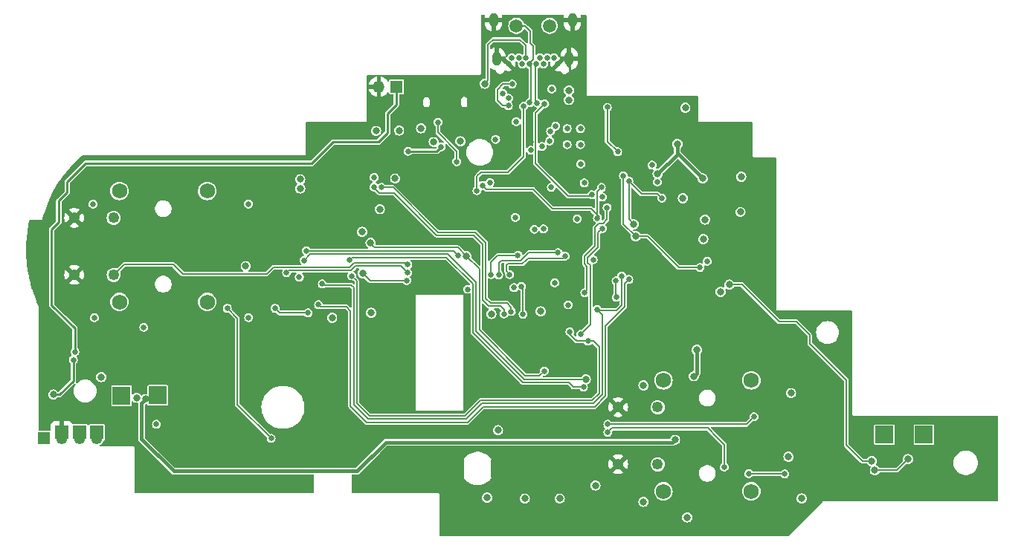
<source format=gbr>
G04 #@! TF.GenerationSoftware,KiCad,Pcbnew,8.0.3*
G04 #@! TF.CreationDate,2024-06-28T21:20:20-05:00*
G04 #@! TF.ProjectId,procon_gcc_main_pcb,70726f63-6f6e-45f6-9763-635f6d61696e,1*
G04 #@! TF.SameCoordinates,Original*
G04 #@! TF.FileFunction,Copper,L4,Bot*
G04 #@! TF.FilePolarity,Positive*
%FSLAX46Y46*%
G04 Gerber Fmt 4.6, Leading zero omitted, Abs format (unit mm)*
G04 Created by KiCad (PCBNEW 8.0.3) date 2024-06-28 21:20:20*
%MOMM*%
%LPD*%
G01*
G04 APERTURE LIST*
G04 #@! TA.AperFunction,ComponentPad*
%ADD10R,2.000000X2.000000*%
G04 #@! TD*
G04 #@! TA.AperFunction,ComponentPad*
%ADD11R,1.350000X1.350000*%
G04 #@! TD*
G04 #@! TA.AperFunction,ComponentPad*
%ADD12O,1.350000X1.350000*%
G04 #@! TD*
G04 #@! TA.AperFunction,ComponentPad*
%ADD13C,1.750000*%
G04 #@! TD*
G04 #@! TA.AperFunction,ComponentPad*
%ADD14C,1.250000*%
G04 #@! TD*
G04 #@! TA.AperFunction,ComponentPad*
%ADD15C,0.650000*%
G04 #@! TD*
G04 #@! TA.AperFunction,ComponentPad*
%ADD16O,1.000000X1.600000*%
G04 #@! TD*
G04 #@! TA.AperFunction,SMDPad,CuDef*
%ADD17C,1.500000*%
G04 #@! TD*
G04 #@! TA.AperFunction,SMDPad,CuDef*
%ADD18R,1.500000X1.500000*%
G04 #@! TD*
G04 #@! TA.AperFunction,ViaPad*
%ADD19C,0.800000*%
G04 #@! TD*
G04 #@! TA.AperFunction,ViaPad*
%ADD20C,0.650000*%
G04 #@! TD*
G04 #@! TA.AperFunction,Conductor*
%ADD21C,0.400000*%
G04 #@! TD*
G04 #@! TA.AperFunction,Conductor*
%ADD22C,0.250000*%
G04 #@! TD*
G04 #@! TA.AperFunction,Conductor*
%ADD23C,0.150000*%
G04 #@! TD*
G04 #@! TA.AperFunction,Conductor*
%ADD24C,0.200000*%
G04 #@! TD*
G04 APERTURE END LIST*
D10*
X178480000Y-139910000D03*
X91623896Y-135440000D03*
D11*
X82810000Y-140310000D03*
D12*
X84810000Y-140310000D03*
X86810000Y-140310000D03*
X88810000Y-140310000D03*
D13*
X153320200Y-133697000D03*
X153320200Y-146347000D03*
X163320200Y-133697000D03*
X163320200Y-146347000D03*
D14*
X152670200Y-136772000D03*
X152670200Y-143272000D03*
X148170200Y-136772000D03*
X148170200Y-143272000D03*
D11*
X122920000Y-100228400D03*
D12*
X120920000Y-100228400D03*
D15*
X135660000Y-97625000D03*
X136060000Y-96925000D03*
X136860000Y-96925000D03*
X137260000Y-97625000D03*
X137660000Y-96925000D03*
X138060000Y-97625000D03*
X138860000Y-97625000D03*
X139260000Y-96925000D03*
X139660000Y-97625000D03*
X140060000Y-96925000D03*
X140860000Y-96925000D03*
X141260000Y-97625000D03*
D16*
X142950000Y-92635000D03*
X142590000Y-97025000D03*
X134330000Y-97025000D03*
X133970000Y-92635000D03*
D13*
X91377000Y-112107600D03*
X91377000Y-124757600D03*
X101377000Y-112107600D03*
X101377000Y-124757600D03*
D14*
X90727000Y-115182600D03*
X90727000Y-121682600D03*
X86227000Y-115182600D03*
X86227000Y-121682600D03*
D10*
X95740000Y-135410000D03*
X182980000Y-139910000D03*
D17*
X136575800Y-93294200D03*
X140360400Y-93294200D03*
D18*
X88810600Y-139627400D03*
X86810600Y-139602400D03*
X84810600Y-139627400D03*
D19*
X133240000Y-147070000D03*
X145570000Y-145690000D03*
X120040000Y-126000000D03*
D20*
X142494000Y-125095000D03*
D19*
X156032200Y-149326600D03*
D20*
X136296400Y-123139200D03*
D19*
X167843200Y-135153400D03*
D20*
X140926929Y-122588129D03*
X120396000Y-110566200D03*
D19*
X169062400Y-147167600D03*
D20*
X111861600Y-121920000D03*
D19*
X134493000Y-139395200D03*
X119006702Y-116774102D03*
D20*
X136448800Y-115112800D03*
D19*
X141510000Y-147190000D03*
D20*
X106095800Y-126542800D03*
X138208690Y-107452022D03*
D19*
X157850000Y-117600000D03*
D20*
X94157800Y-127660400D03*
X138620500Y-116483094D03*
D19*
X122783600Y-110693200D03*
D20*
X144297400Y-111201200D03*
D19*
X151053800Y-147548600D03*
D20*
X145313400Y-119964200D03*
X88519000Y-126568200D03*
X106070400Y-113588800D03*
X134213600Y-106222800D03*
X88392000Y-113614200D03*
X133553200Y-111150400D03*
D19*
X115595400Y-126568200D03*
X167563800Y-142417800D03*
X105765600Y-120675400D03*
X162080000Y-114510000D03*
X121031000Y-114173000D03*
D20*
X136555272Y-104215215D03*
X143520073Y-115278056D03*
D19*
X162175896Y-110478591D03*
D20*
X95590000Y-138710000D03*
X131013200Y-123317000D03*
D19*
X137540000Y-147190000D03*
X159825000Y-123600000D03*
X155810000Y-102620000D03*
D20*
X143891000Y-109042200D03*
D19*
X151053800Y-134289800D03*
D20*
X151025000Y-107950000D03*
X142824200Y-121038129D03*
D19*
X159607099Y-112015147D03*
D20*
X148960000Y-104480000D03*
X137072363Y-121131594D03*
D19*
X161199272Y-112009786D03*
D20*
X95710000Y-139780000D03*
X156420000Y-117370000D03*
D19*
X131191000Y-118135400D03*
D20*
X134277100Y-107339094D03*
X111836200Y-113030000D03*
X150266400Y-119405400D03*
X132892800Y-110591600D03*
X155650000Y-109800000D03*
X120421400Y-115366800D03*
X144110000Y-108170000D03*
X154320000Y-116370000D03*
X140588129Y-103784400D03*
D19*
X165227000Y-112242600D03*
D20*
X157430000Y-105660000D03*
X153350000Y-111675000D03*
X138988800Y-122834400D03*
X147040600Y-123240800D03*
X117246400Y-124079000D03*
D19*
X131394200Y-104241600D03*
D20*
X144297400Y-110109000D03*
X138214403Y-106526609D03*
X148425000Y-103625000D03*
X138785600Y-114096800D03*
X124231400Y-107599500D03*
X128016000Y-107091500D03*
D19*
X142570200Y-100660200D03*
D20*
X139661900Y-116432294D03*
X140552529Y-111680482D03*
X135661400Y-102387400D03*
X136093200Y-99923600D03*
D19*
X125722725Y-104956086D03*
X130199837Y-106444519D03*
X127177237Y-106529446D03*
X123215400Y-105206800D03*
D20*
X140589000Y-100482400D03*
X135686800Y-101523800D03*
X138105188Y-102039497D03*
X142350000Y-104987500D03*
D19*
X136575800Y-93294200D03*
D20*
X139802765Y-102180015D03*
X145144807Y-112533218D03*
D19*
X157782026Y-110690426D03*
X152657200Y-110163000D03*
X154910000Y-106750000D03*
X158055736Y-115366800D03*
X89310000Y-133330000D03*
D20*
X152618203Y-111081857D03*
X138957046Y-102068159D03*
D19*
X140360400Y-93294200D03*
D20*
X143870000Y-104987500D03*
X135026400Y-100965000D03*
D19*
X120599200Y-105257600D03*
X132969000Y-99872800D03*
D20*
X112852200Y-126009400D03*
X109093000Y-125476000D03*
X146989800Y-139623800D03*
X160248600Y-143586200D03*
X146989800Y-138709400D03*
X163626800Y-137845800D03*
X167132000Y-144373600D03*
X163042600Y-144348200D03*
X136753600Y-119430800D03*
X133705600Y-121640600D03*
X124219200Y-120510800D03*
X114054979Y-125077210D03*
X149387551Y-122193703D03*
X103657400Y-125476000D03*
X108650000Y-140330000D03*
X129794000Y-108762800D03*
X127641468Y-104273468D03*
X132723174Y-111472425D03*
X146253200Y-111709200D03*
X145808515Y-115208631D03*
X86309200Y-130450000D03*
X124080000Y-122310000D03*
X135813800Y-121640600D03*
D19*
X119075200Y-121488200D03*
D20*
X142113000Y-119532400D03*
X147955000Y-124206000D03*
X147929600Y-122377200D03*
X117830600Y-121793000D03*
X142671800Y-128168400D03*
X144754600Y-129235200D03*
X148590000Y-121793000D03*
X145745200Y-125628400D03*
X114477800Y-122707400D03*
X141325600Y-119151400D03*
X124204300Y-121435700D03*
X134569200Y-121666000D03*
X110413800Y-121412000D03*
X143891000Y-128447800D03*
X146380000Y-116380000D03*
X144373600Y-123698000D03*
X146912549Y-114022382D03*
D19*
X142544800Y-101727000D03*
D20*
X146930000Y-102570000D03*
X148107400Y-107645200D03*
X137367240Y-102463027D03*
X132089527Y-112088469D03*
X144221200Y-134467600D03*
X117551200Y-119964200D03*
D19*
X130911600Y-119557800D03*
D20*
X139750800Y-132638800D03*
D19*
X119983925Y-118022388D03*
D20*
X137337800Y-126161800D03*
X137160000Y-122986800D03*
X112649000Y-118922800D03*
X129971800Y-119481600D03*
D19*
X150164800Y-117271800D03*
D20*
X148767800Y-110369400D03*
X157475000Y-120825000D03*
D19*
X139344400Y-125831600D03*
D20*
X149377400Y-110972600D03*
D19*
X149936200Y-115900200D03*
D20*
X153140000Y-112920000D03*
D19*
X133731000Y-126136400D03*
D20*
X112420400Y-120015000D03*
D19*
X144475200Y-133578600D03*
D20*
X140470827Y-105311470D03*
D19*
X111963200Y-110777800D03*
D20*
X141058451Y-104693756D03*
D19*
X111963200Y-111827800D03*
D20*
X135991600Y-125857000D03*
X121234200Y-111709200D03*
X120370600Y-111658400D03*
X135153400Y-126136400D03*
X142350000Y-106813850D03*
X139497933Y-107031003D03*
X143870000Y-106812500D03*
X140380000Y-106390000D03*
X86130000Y-131360000D03*
D19*
X83870800Y-135331200D03*
D20*
X146366405Y-112789152D03*
X158300000Y-120125000D03*
D19*
X160825000Y-122800000D03*
X93360000Y-135680000D03*
X177030000Y-142910000D03*
X177390000Y-143960000D03*
X94380000Y-135840000D03*
X181150000Y-142680000D03*
X157124400Y-130225800D03*
X154635200Y-140487400D03*
X156794200Y-133223000D03*
X155528941Y-112932354D03*
D20*
X152027395Y-109166476D03*
D21*
X97566836Y-144050000D02*
X118433600Y-144050000D01*
X154355800Y-140766800D02*
X154635200Y-140487400D01*
X93900000Y-140383164D02*
X97566836Y-144050000D01*
X93900000Y-136320000D02*
X93900000Y-140383164D01*
X121716800Y-140766800D02*
X154355800Y-140766800D01*
X94380000Y-135840000D02*
X93900000Y-136320000D01*
X118433600Y-144050000D02*
X121716800Y-140766800D01*
D22*
X124231400Y-107599500D02*
X127508000Y-107599500D01*
X127508000Y-107599500D02*
X128016000Y-107091500D01*
D23*
X134391400Y-100584000D02*
X134391400Y-101727000D01*
X134391400Y-101727000D02*
X135051800Y-102387400D01*
X136093200Y-99923600D02*
X135051800Y-99923600D01*
X135051800Y-99923600D02*
X134391400Y-100584000D01*
X135051800Y-102387400D02*
X135661400Y-102387400D01*
X138506200Y-95605600D02*
X138150600Y-95250000D01*
X138105188Y-102039497D02*
X138201400Y-101943285D01*
X138060000Y-97525000D02*
X138506200Y-97078800D01*
X138201400Y-101943285D02*
X138201400Y-97766400D01*
X138150600Y-93903800D02*
X138150600Y-95250000D01*
X138060000Y-97625000D02*
X138060000Y-97525000D01*
X137541000Y-93294200D02*
X136575800Y-93294200D01*
X138506200Y-97078800D02*
X138506200Y-95605600D01*
X138201400Y-97766400D02*
X138060000Y-97625000D01*
X137541000Y-93294200D02*
X138150600Y-93903800D01*
X144978025Y-112700000D02*
X142494200Y-112700000D01*
X138770000Y-108975800D02*
X138770000Y-103212780D01*
X145144807Y-112533218D02*
X144978025Y-112700000D01*
X138770000Y-103212780D02*
X139802765Y-102180015D01*
X142494200Y-112700000D02*
X138770000Y-108975800D01*
D21*
X154910000Y-107818400D02*
X157782026Y-110690426D01*
X154910000Y-107910200D02*
X152657200Y-110163000D01*
X154910000Y-106750000D02*
X154910000Y-107910200D01*
X154910000Y-106750000D02*
X154910000Y-107818400D01*
D23*
X138957046Y-102068159D02*
X138709400Y-101820513D01*
X138709400Y-101820513D02*
X138709400Y-97775600D01*
X138709400Y-97775600D02*
X138860000Y-97625000D01*
X137007600Y-94869000D02*
X134315200Y-94869000D01*
X133502400Y-95275400D02*
X133324600Y-95453200D01*
X134315200Y-94869000D02*
X133908800Y-94869000D01*
X137363200Y-95224600D02*
X137007600Y-94869000D01*
X133324600Y-99517200D02*
X132969000Y-99872800D01*
X133324600Y-97180400D02*
X133324600Y-99517200D01*
X137660000Y-95521400D02*
X137363200Y-95224600D01*
X133908800Y-94869000D02*
X133502400Y-95275400D01*
X133324600Y-95453200D02*
X133324600Y-97180400D01*
X137660000Y-96925000D02*
X137660000Y-95521400D01*
D24*
X112852200Y-126009400D02*
X109626400Y-126009400D01*
X109626400Y-126009400D02*
X109093000Y-125476000D01*
X147472400Y-139141200D02*
X146989800Y-139623800D01*
X159435800Y-140208000D02*
X158369000Y-139141200D01*
X158369000Y-139141200D02*
X157835600Y-139141200D01*
X160248600Y-141020800D02*
X159435800Y-140208000D01*
X160248600Y-143586200D02*
X160248600Y-141020800D01*
X157835600Y-139141200D02*
X147472400Y-139141200D01*
X163626800Y-137845800D02*
X162763200Y-138709400D01*
X162763200Y-138709400D02*
X146989800Y-138709400D01*
D23*
X167132000Y-144373600D02*
X167106600Y-144348200D01*
X167106600Y-144348200D02*
X163042600Y-144348200D01*
X134467600Y-119430800D02*
X134061200Y-119837200D01*
X91912000Y-120497600D02*
X90727000Y-121682600D01*
X98577400Y-121564400D02*
X97510600Y-120497600D01*
X124028200Y-120319800D02*
X118084600Y-120319800D01*
X108153200Y-121564400D02*
X98577400Y-121564400D01*
X133705600Y-120192800D02*
X133705600Y-121640600D01*
X97510600Y-120497600D02*
X91912000Y-120497600D01*
X136753600Y-119430800D02*
X134467600Y-119430800D01*
X108915200Y-120802400D02*
X108153200Y-121564400D01*
X117602000Y-120802400D02*
X108915200Y-120802400D01*
X134061200Y-119837200D02*
X133705600Y-120192800D01*
X124219200Y-120510800D02*
X124028200Y-120319800D01*
X118084600Y-120319800D02*
X117602000Y-120802400D01*
X145496800Y-136697200D02*
X132796800Y-136697200D01*
X117703600Y-136652000D02*
X117703600Y-125780800D01*
X146710400Y-127508000D02*
X146710400Y-135483600D01*
X148940000Y-125278400D02*
X146710400Y-127508000D01*
X149387551Y-122193703D02*
X148940000Y-122641254D01*
X146710400Y-135483600D02*
X145496800Y-136697200D01*
X114275969Y-125298200D02*
X114054979Y-125077210D01*
X117703600Y-125780800D02*
X117221000Y-125298200D01*
X131013200Y-138480800D02*
X119532400Y-138480800D01*
X119532400Y-138480800D02*
X117703600Y-136652000D01*
X117221000Y-125298200D02*
X114275969Y-125298200D01*
X148940000Y-122641254D02*
X148940000Y-125278400D01*
X132796800Y-136697200D02*
X131013200Y-138480800D01*
X104825800Y-126644400D02*
X103657400Y-125476000D01*
X108650000Y-140330000D02*
X104825800Y-136505800D01*
X104825800Y-136505800D02*
X104825800Y-126644400D01*
X129768600Y-107569000D02*
X129768600Y-108737400D01*
X129768600Y-108737400D02*
X129794000Y-108762800D01*
X127641468Y-104273468D02*
X127641468Y-105441868D01*
X127641468Y-105441868D02*
X129768600Y-107569000D01*
X146253200Y-111709200D02*
X145763671Y-112198729D01*
X145891369Y-115208631D02*
X146030000Y-115070000D01*
X146030000Y-115070000D02*
X145107600Y-114147600D01*
X140716000Y-114147600D02*
X138480800Y-111912400D01*
X145763671Y-112198729D02*
X145763671Y-115163787D01*
X138480800Y-111912400D02*
X133163149Y-111912400D01*
X145808515Y-115208631D02*
X145891369Y-115208631D01*
X145107600Y-114147600D02*
X140716000Y-114147600D01*
X145763671Y-115163787D02*
X145808515Y-115208631D01*
X133163149Y-111912400D02*
X132723174Y-111472425D01*
D22*
X115722400Y-106527600D02*
X120853200Y-106527600D01*
X84480400Y-113233200D02*
X85445600Y-112268000D01*
X120853200Y-106527600D02*
X121920000Y-105460800D01*
X83667600Y-116484400D02*
X84480400Y-115671600D01*
X87528400Y-108966000D02*
X113284000Y-108966000D01*
X121920000Y-105460800D02*
X121920000Y-103276400D01*
X85445600Y-111048800D02*
X87528400Y-108966000D01*
X85445600Y-112268000D02*
X85445600Y-111048800D01*
X86309200Y-127762000D02*
X83667600Y-125120400D01*
X122920000Y-102276400D02*
X122920000Y-100228400D01*
X121920000Y-103276400D02*
X122920000Y-102276400D01*
X84480400Y-115671600D02*
X84480400Y-113233200D01*
X113284000Y-108966000D02*
X115722400Y-106527600D01*
X86309200Y-130450000D02*
X86309200Y-127762000D01*
X83667600Y-125120400D02*
X83667600Y-116484400D01*
D23*
X137007600Y-120421400D02*
X135585200Y-120421400D01*
X142113000Y-119532400D02*
X141859000Y-119786400D01*
X137642600Y-120040400D02*
X137261600Y-120421400D01*
X137896600Y-119786400D02*
X137642600Y-120040400D01*
X124080000Y-122310000D02*
X124063600Y-122326400D01*
X124063600Y-122326400D02*
X119913400Y-122326400D01*
X137261600Y-120421400D02*
X137007600Y-120421400D01*
X135407400Y-121234200D02*
X135813800Y-121640600D01*
X141859000Y-119786400D02*
X140487400Y-119786400D01*
X135585200Y-120421400D02*
X135407400Y-120599200D01*
X119913400Y-122326400D02*
X119075200Y-121488200D01*
X140487400Y-119786400D02*
X137896600Y-119786400D01*
X135407400Y-120599200D02*
X135407400Y-121234200D01*
X143459200Y-129235200D02*
X143230600Y-129006600D01*
X119151400Y-137083800D02*
X118414800Y-136347200D01*
X144754600Y-129235200D02*
X143459200Y-129235200D01*
X145999200Y-129870200D02*
X145999200Y-135178800D01*
X145364200Y-129235200D02*
X145999200Y-129870200D01*
X118414800Y-136347200D02*
X118414800Y-128219200D01*
X118414800Y-122377200D02*
X117830600Y-121793000D01*
X144754600Y-129235200D02*
X145364200Y-129235200D01*
X147929600Y-122377200D02*
X147929600Y-124180600D01*
X132486400Y-135991600D02*
X130708400Y-137769600D01*
X147929600Y-124180600D02*
X147955000Y-124206000D01*
X130708400Y-137769600D02*
X119837200Y-137769600D01*
X118414800Y-128219200D02*
X118414800Y-122377200D01*
X145186400Y-135991600D02*
X132486400Y-135991600D01*
X119837200Y-137769600D02*
X119151400Y-137083800D01*
X142671800Y-128447800D02*
X142671800Y-128168400D01*
X143230600Y-129006600D02*
X142671800Y-128447800D01*
X145999200Y-135178800D02*
X145186400Y-135991600D01*
X130403600Y-138125200D02*
X119684800Y-138125200D01*
X146354800Y-126238000D02*
X146354800Y-130225800D01*
X146354800Y-135331200D02*
X145973800Y-135712200D01*
X118745000Y-137185400D02*
X118059200Y-136499600D01*
X145338800Y-136347200D02*
X144856200Y-136347200D01*
X117754400Y-122834400D02*
X114604800Y-122834400D01*
X145745200Y-125628400D02*
X146354800Y-126238000D01*
X119684800Y-138125200D02*
X118745000Y-137185400D01*
X146354800Y-130225800D02*
X146354800Y-135331200D01*
X114604800Y-122834400D02*
X114477800Y-122707400D01*
X130860800Y-138125200D02*
X130403600Y-138125200D01*
X144856200Y-136347200D02*
X132638800Y-136347200D01*
X148590000Y-121793000D02*
X148590000Y-125095000D01*
X118059200Y-123139200D02*
X117754400Y-122834400D01*
X145973800Y-135712200D02*
X145338800Y-136347200D01*
X147955000Y-125730000D02*
X145846800Y-125730000D01*
X118059200Y-135077200D02*
X118059200Y-123139200D01*
X131902200Y-137083800D02*
X130860800Y-138125200D01*
X148590000Y-125095000D02*
X147955000Y-125730000D01*
X118059200Y-136499600D02*
X118059200Y-135077200D01*
X132638800Y-136347200D02*
X131902200Y-137083800D01*
X145846800Y-125730000D02*
X145745200Y-125628400D01*
X110673400Y-121152400D02*
X110413800Y-121412000D01*
X124204300Y-121435700D02*
X123444000Y-120675400D01*
X123444000Y-120675400D02*
X118237000Y-120675400D01*
X137312400Y-119837200D02*
X137083800Y-120065800D01*
X141325600Y-119151400D02*
X137998200Y-119151400D01*
X137083800Y-120065800D02*
X136423400Y-120065800D01*
X134594600Y-120294400D02*
X134594600Y-121640600D01*
X118237000Y-120675400D02*
X117760000Y-121152400D01*
X136423400Y-120065800D02*
X134823200Y-120065800D01*
X117760000Y-121152400D02*
X110673400Y-121152400D01*
X134594600Y-121640600D02*
X134569200Y-121666000D01*
X137998200Y-119151400D02*
X137312400Y-119837200D01*
X134823200Y-120065800D02*
X134594600Y-120294400D01*
X144973600Y-120564200D02*
X144973600Y-127365200D01*
X144973600Y-127365200D02*
X143891000Y-128447800D01*
X144713400Y-120304000D02*
X144973600Y-120564200D01*
X144713400Y-119675200D02*
X144713400Y-120304000D01*
X145897600Y-118491000D02*
X144713400Y-119675200D01*
X145897600Y-116862400D02*
X145897600Y-118491000D01*
X146380000Y-116380000D02*
X145897600Y-116862400D01*
X146912549Y-114022382D02*
X146912549Y-115317451D01*
X146912549Y-115317451D02*
X146430000Y-115800000D01*
X145542000Y-118338600D02*
X144348200Y-119532400D01*
X144623600Y-120709174D02*
X144623600Y-123448000D01*
X144348200Y-120433774D02*
X144623600Y-120709174D01*
X144623600Y-123448000D02*
X144373600Y-123698000D01*
X146430000Y-115800000D02*
X145970000Y-115800000D01*
X144348200Y-119532400D02*
X144348200Y-120433774D01*
X145542000Y-116228000D02*
X145542000Y-118338600D01*
X145970000Y-115800000D02*
X145542000Y-116228000D01*
D24*
X146930000Y-106467800D02*
X146930000Y-102570000D01*
X148107400Y-107645200D02*
X146930000Y-106467800D01*
D23*
X132537200Y-109982000D02*
X135585200Y-109982000D01*
X137367240Y-108199960D02*
X137367240Y-102463027D01*
X135585200Y-109982000D02*
X137367240Y-108199960D01*
X132089527Y-112088469D02*
X132089527Y-110429673D01*
X132089527Y-110429673D02*
X132537200Y-109982000D01*
X117551200Y-119964200D02*
X117830600Y-119684800D01*
X143052800Y-134467600D02*
X144221200Y-134467600D01*
X117830600Y-119684800D02*
X128625600Y-119684800D01*
X131622800Y-122682000D02*
X131622800Y-128256974D01*
X142513800Y-133928600D02*
X143052800Y-134467600D01*
X137294426Y-133928600D02*
X142513800Y-133928600D01*
X131622800Y-128256974D02*
X137294426Y-133928600D01*
X128625600Y-119684800D02*
X131622800Y-122682000D01*
X119983925Y-118022388D02*
X119983925Y-118129725D01*
X119983925Y-118129725D02*
X120319800Y-118465600D01*
D24*
X139750800Y-132638800D02*
X139192000Y-133197600D01*
D23*
X120427000Y-118572800D02*
X120904000Y-118572800D01*
D24*
X139192000Y-133197600D02*
X137591800Y-133197600D01*
X132359400Y-121005600D02*
X130911600Y-119557800D01*
D23*
X120319800Y-118465600D02*
X120427000Y-118572800D01*
D24*
X132359400Y-127965200D02*
X132359400Y-121005600D01*
D23*
X120904000Y-118572800D02*
X129926600Y-118572800D01*
X129926600Y-118572800D02*
X130911600Y-119557800D01*
D24*
X137591800Y-133197600D02*
X132359400Y-127965200D01*
D23*
X129413000Y-118922800D02*
X112649000Y-118922800D01*
X137337800Y-126161800D02*
X137337800Y-123164600D01*
X129971800Y-119481600D02*
X129413000Y-118922800D01*
X137337800Y-123164600D02*
X137160000Y-122986800D01*
X155050000Y-120825000D02*
X157475000Y-120825000D01*
X148767800Y-115874800D02*
X150164800Y-117271800D01*
X148767800Y-110369400D02*
X148767800Y-115874800D01*
X150164800Y-117271800D02*
X151496800Y-117271800D01*
X151496800Y-117271800D02*
X155050000Y-120825000D01*
X150854800Y-112450000D02*
X149377400Y-110972600D01*
X153140000Y-112920000D02*
X152670000Y-112450000D01*
X152670000Y-112450000D02*
X150854800Y-112450000D01*
X149377400Y-110972600D02*
X149377400Y-115341400D01*
X149377400Y-115341400D02*
X149936200Y-115900200D01*
X144475200Y-133578600D02*
X137439400Y-133578600D01*
X131978400Y-125628400D02*
X131978400Y-122529600D01*
X131978400Y-128117600D02*
X131978400Y-125628400D01*
X129336800Y-119888000D02*
X128752600Y-119303800D01*
X137109200Y-133248400D02*
X131978400Y-128117600D01*
X128752600Y-119303800D02*
X127304800Y-119303800D01*
X131978400Y-122529600D02*
X129336800Y-119888000D01*
X127304800Y-119303800D02*
X113131600Y-119303800D01*
X113131600Y-119303800D02*
X112420400Y-120015000D01*
X137439400Y-133578600D02*
X137109200Y-133248400D01*
X135991600Y-125374400D02*
X135991600Y-125857000D01*
X135509000Y-124891800D02*
X135991600Y-125374400D01*
X122541974Y-111709200D02*
X127647374Y-116814600D01*
X133090400Y-118028200D02*
X133090400Y-124352800D01*
X121234200Y-111709200D02*
X122541974Y-111709200D01*
X133629400Y-124891800D02*
X135509000Y-124891800D01*
X127647374Y-116814600D02*
X131876800Y-116814600D01*
X133090400Y-124352800D02*
X133629400Y-124891800D01*
X131876800Y-116814600D02*
X133090400Y-118028200D01*
X131724400Y-117170200D02*
X132740400Y-118186200D01*
X122647000Y-112309200D02*
X127508000Y-117170200D01*
X120370600Y-111658400D02*
X120370600Y-111734600D01*
X134772400Y-125247400D02*
X135153400Y-125628400D01*
X127508000Y-117170200D02*
X131724400Y-117170200D01*
X120945200Y-112309200D02*
X122647000Y-112309200D01*
X135153400Y-125628400D02*
X135153400Y-126136400D01*
X132740400Y-118186200D02*
X132740400Y-124536200D01*
X120370600Y-111734600D02*
X120945200Y-112309200D01*
X133451600Y-125247400D02*
X134772400Y-125247400D01*
X132740400Y-124536200D02*
X133451600Y-125247400D01*
D22*
X86130000Y-133783200D02*
X84582000Y-135331200D01*
X86130000Y-131360000D02*
X86130000Y-133783200D01*
X84582000Y-135331200D02*
X83870800Y-135331200D01*
D23*
X168430000Y-127010000D02*
X166490000Y-127010000D01*
X169980000Y-129520000D02*
X169980000Y-128560000D01*
X169980000Y-128560000D02*
X168430000Y-127010000D01*
X174150000Y-141080000D02*
X174150000Y-133690000D01*
X162280000Y-122800000D02*
X160825000Y-122800000D01*
X174150000Y-133690000D02*
X169980000Y-129520000D01*
X166490000Y-127010000D02*
X162280000Y-122800000D01*
X177030000Y-142910000D02*
X175980000Y-142910000D01*
X175980000Y-142910000D02*
X174150000Y-141080000D01*
X179870000Y-143960000D02*
X177390000Y-143960000D01*
X181150000Y-142680000D02*
X179870000Y-143960000D01*
D21*
X156794200Y-133223000D02*
X157124400Y-132892800D01*
X157124400Y-132892800D02*
X157124400Y-130225800D01*
G04 #@! TA.AperFunction,Conductor*
G36*
X137756240Y-107709260D02*
G01*
X137779002Y-107728054D01*
X137779063Y-107728125D01*
X137779064Y-107728126D01*
X137874254Y-107837982D01*
X137996538Y-107916569D01*
X138136010Y-107957522D01*
X138136012Y-107957522D01*
X138281368Y-107957522D01*
X138281370Y-107957522D01*
X138400427Y-107922563D01*
X138461182Y-107926424D01*
X138505243Y-107968436D01*
X138514500Y-108007958D01*
X138514500Y-108924977D01*
X138514500Y-109026623D01*
X138525836Y-109053990D01*
X138553397Y-109120529D01*
X138625271Y-109192403D01*
X138625272Y-109192403D01*
X140472730Y-111039861D01*
X140498458Y-111095037D01*
X140482702Y-111153842D01*
X140434873Y-111188188D01*
X140340377Y-111215935D01*
X140315081Y-111232192D01*
X140218092Y-111294522D01*
X140122903Y-111404376D01*
X140122901Y-111404379D01*
X140062517Y-111536602D01*
X140041831Y-111680481D01*
X140041831Y-111680482D01*
X140062517Y-111824361D01*
X140122901Y-111956584D01*
X140122903Y-111956587D01*
X140198958Y-112044359D01*
X140218093Y-112066442D01*
X140340377Y-112145029D01*
X140479849Y-112185982D01*
X140479851Y-112185982D01*
X140625207Y-112185982D01*
X140625209Y-112185982D01*
X140764681Y-112145029D01*
X140886965Y-112066442D01*
X140982155Y-111956586D01*
X141042540Y-111824362D01*
X141044224Y-111812648D01*
X141072975Y-111758987D01*
X141129494Y-111736360D01*
X141187334Y-111755356D01*
X141195251Y-111762382D01*
X142277596Y-112844727D01*
X142277597Y-112844729D01*
X142349471Y-112916603D01*
X142349472Y-112916603D01*
X142349474Y-112916605D01*
X142415871Y-112944107D01*
X142415872Y-112944107D01*
X142443377Y-112955500D01*
X142443378Y-112955500D01*
X144840756Y-112955500D01*
X144888872Y-112969627D01*
X144932655Y-112997765D01*
X145072127Y-113038718D01*
X145072129Y-113038718D01*
X145217485Y-113038718D01*
X145217487Y-113038718D01*
X145356959Y-112997765D01*
X145371053Y-112988706D01*
X145430437Y-112975294D01*
X145484549Y-113003190D01*
X145508070Y-113059342D01*
X145508171Y-113063578D01*
X145508171Y-113971974D01*
X145487349Y-114029182D01*
X145434626Y-114059622D01*
X145374671Y-114049050D01*
X145356240Y-114034908D01*
X145336723Y-114015392D01*
X145336721Y-114015389D01*
X145336721Y-114015390D01*
X145324203Y-114002872D01*
X145324203Y-114002871D01*
X145252329Y-113930997D01*
X145185927Y-113903492D01*
X145158425Y-113892100D01*
X145158423Y-113892100D01*
X145158422Y-113892100D01*
X140858697Y-113892100D01*
X140801489Y-113871278D01*
X140795764Y-113866033D01*
X138697403Y-111767672D01*
X138697403Y-111767671D01*
X138625529Y-111695797D01*
X138552981Y-111665747D01*
X138531623Y-111656900D01*
X133978070Y-111656900D01*
X133920862Y-111636078D01*
X133890422Y-111583355D01*
X133900994Y-111523400D01*
X133910808Y-111509618D01*
X133982825Y-111426505D01*
X133982827Y-111426502D01*
X134014129Y-111357961D01*
X134043211Y-111294280D01*
X134063898Y-111150400D01*
X134061958Y-111136910D01*
X134043211Y-111006520D01*
X133982827Y-110874297D01*
X133982825Y-110874294D01*
X133887636Y-110764440D01*
X133873507Y-110755360D01*
X133765352Y-110685853D01*
X133625880Y-110644900D01*
X133480520Y-110644900D01*
X133341048Y-110685853D01*
X133324487Y-110696496D01*
X133218763Y-110764440D01*
X133123574Y-110874294D01*
X133123572Y-110874297D01*
X133076365Y-110977668D01*
X133033660Y-111021057D01*
X132973056Y-111026843D01*
X132947291Y-111015567D01*
X132935329Y-111007879D01*
X132930701Y-111006520D01*
X132795854Y-110966925D01*
X132650494Y-110966925D01*
X132511022Y-111007878D01*
X132511020Y-111007878D01*
X132511020Y-111007879D01*
X132482144Y-111026437D01*
X132422760Y-111039849D01*
X132368648Y-111011952D01*
X132345128Y-110955799D01*
X132345027Y-110951565D01*
X132345027Y-110572370D01*
X132365849Y-110515162D01*
X132371094Y-110509437D01*
X132616964Y-110263567D01*
X132672140Y-110237839D01*
X132679897Y-110237500D01*
X135636023Y-110237500D01*
X135668892Y-110223885D01*
X135729929Y-110198603D01*
X135801803Y-110126729D01*
X135801803Y-110126727D01*
X137511967Y-108416563D01*
X137511969Y-108416563D01*
X137583843Y-108344689D01*
X137616910Y-108264858D01*
X137622740Y-108250783D01*
X137622740Y-108149138D01*
X137622740Y-107786336D01*
X137643562Y-107729128D01*
X137696285Y-107698688D01*
X137756240Y-107709260D01*
G37*
G04 #@! TD.AperFunction*
G04 #@! TA.AperFunction,Conductor*
G36*
X138564412Y-102393742D02*
G01*
X138585959Y-102411821D01*
X138622610Y-102454119D01*
X138744894Y-102532706D01*
X138866771Y-102568492D01*
X138915794Y-102604587D01*
X138930147Y-102663750D01*
X138904628Y-102716818D01*
X138625272Y-102996175D01*
X138625272Y-102996176D01*
X138625271Y-102996177D01*
X138625270Y-102996176D01*
X138553398Y-103068049D01*
X138553394Y-103068054D01*
X138514500Y-103161954D01*
X138514500Y-106896085D01*
X138493678Y-106953293D01*
X138440955Y-106983733D01*
X138400426Y-106981480D01*
X138342974Y-106964610D01*
X138281370Y-106946522D01*
X138136010Y-106946522D01*
X137996538Y-106987475D01*
X137946457Y-107019660D01*
X137874255Y-107066061D01*
X137874254Y-107066061D01*
X137874254Y-107066062D01*
X137789377Y-107164017D01*
X137779002Y-107175990D01*
X137725802Y-107205589D01*
X137666023Y-107194068D01*
X137627635Y-107146816D01*
X137622740Y-107117707D01*
X137622740Y-102948313D01*
X137643562Y-102891105D01*
X137663623Y-102873441D01*
X137701676Y-102848987D01*
X137796866Y-102739131D01*
X137857251Y-102606907D01*
X137858273Y-102599793D01*
X137887022Y-102546134D01*
X137943540Y-102523505D01*
X137971434Y-102527064D01*
X138032508Y-102544997D01*
X138032510Y-102544997D01*
X138177866Y-102544997D01*
X138177868Y-102544997D01*
X138317340Y-102504044D01*
X138439624Y-102425457D01*
X138451436Y-102411824D01*
X138504632Y-102382224D01*
X138564412Y-102393742D01*
G37*
G04 #@! TD.AperFunction*
G04 #@! TA.AperFunction,Conductor*
G36*
X136922111Y-95145322D02*
G01*
X136927836Y-95150567D01*
X137378433Y-95601164D01*
X137404161Y-95656340D01*
X137404500Y-95664097D01*
X137404500Y-96439713D01*
X137383678Y-96496921D01*
X137363617Y-96514584D01*
X137325565Y-96539038D01*
X137320755Y-96543207D01*
X137319291Y-96541518D01*
X137274052Y-96566682D01*
X137214274Y-96555153D01*
X137199578Y-96542822D01*
X137199245Y-96543207D01*
X137194439Y-96539042D01*
X137162691Y-96518639D01*
X137072152Y-96460453D01*
X136932680Y-96419500D01*
X136787320Y-96419500D01*
X136647848Y-96460453D01*
X136604500Y-96488311D01*
X136525560Y-96539042D01*
X136520755Y-96543207D01*
X136519291Y-96541518D01*
X136474052Y-96566682D01*
X136414274Y-96555153D01*
X136399578Y-96542822D01*
X136399245Y-96543207D01*
X136394439Y-96539042D01*
X136362691Y-96518639D01*
X136272152Y-96460453D01*
X136132680Y-96419500D01*
X135987320Y-96419500D01*
X135847848Y-96460453D01*
X135804500Y-96488311D01*
X135725563Y-96539040D01*
X135630374Y-96648894D01*
X135630372Y-96648898D01*
X135578702Y-96762040D01*
X135535996Y-96805429D01*
X135516250Y-96812123D01*
X135437505Y-96828862D01*
X135377218Y-96820390D01*
X135336481Y-96775148D01*
X135330000Y-96741807D01*
X135330000Y-96626512D01*
X135329999Y-96626504D01*
X135291570Y-96433311D01*
X135291569Y-96433305D01*
X135216190Y-96251325D01*
X135216188Y-96251322D01*
X135106752Y-96087539D01*
X134967460Y-95948247D01*
X134803677Y-95838811D01*
X134803674Y-95838809D01*
X134621689Y-95763429D01*
X134580000Y-95755136D01*
X134580000Y-96675272D01*
X134541940Y-96583386D01*
X134471614Y-96513060D01*
X134379728Y-96475000D01*
X134280272Y-96475000D01*
X134188386Y-96513060D01*
X134118060Y-96583386D01*
X134080000Y-96675272D01*
X134080000Y-95755136D01*
X134038310Y-95763429D01*
X133856325Y-95838809D01*
X133856322Y-95838811D01*
X133718546Y-95930870D01*
X133659411Y-95945340D01*
X133604809Y-95918414D01*
X133580291Y-95862690D01*
X133580100Y-95856869D01*
X133580100Y-95595897D01*
X133600922Y-95538689D01*
X133606167Y-95532964D01*
X133988564Y-95150567D01*
X134043740Y-95124839D01*
X134051497Y-95124500D01*
X134264378Y-95124500D01*
X136864903Y-95124500D01*
X136922111Y-95145322D01*
G37*
G04 #@! TD.AperFunction*
G04 #@! TA.AperFunction,Conductor*
G36*
X132962850Y-92035680D02*
G01*
X132993290Y-92088403D01*
X132992932Y-92121221D01*
X132970000Y-92236504D01*
X132970000Y-92384999D01*
X132970001Y-92385000D01*
X133720000Y-92385000D01*
X133720000Y-92885001D01*
X133719999Y-92885000D01*
X132970001Y-92885000D01*
X132970000Y-92885001D01*
X132970000Y-93033495D01*
X133008429Y-93226688D01*
X133008430Y-93226694D01*
X133083809Y-93408674D01*
X133083811Y-93408677D01*
X133193247Y-93572460D01*
X133332539Y-93711752D01*
X133496322Y-93821188D01*
X133496325Y-93821190D01*
X133678305Y-93896569D01*
X133678312Y-93896571D01*
X133720000Y-93904863D01*
X133720000Y-92984728D01*
X133758060Y-93076614D01*
X133828386Y-93146940D01*
X133920272Y-93185000D01*
X134019728Y-93185000D01*
X134111614Y-93146940D01*
X134181940Y-93076614D01*
X134220000Y-92984728D01*
X134220000Y-93904862D01*
X134261687Y-93896571D01*
X134261694Y-93896569D01*
X134443674Y-93821190D01*
X134443677Y-93821188D01*
X134607460Y-93711752D01*
X134746752Y-93572460D01*
X134856188Y-93408677D01*
X134856190Y-93408674D01*
X134931569Y-93226694D01*
X134931570Y-93226688D01*
X134969999Y-93033495D01*
X134970000Y-93033487D01*
X134970000Y-92885001D01*
X134969999Y-92885000D01*
X134220001Y-92885000D01*
X134220000Y-92885001D01*
X134220000Y-92385000D01*
X134969999Y-92385000D01*
X134970000Y-92384999D01*
X134970000Y-92236512D01*
X134969999Y-92236504D01*
X134947068Y-92121221D01*
X134956329Y-92061050D01*
X135002101Y-92020909D01*
X135034358Y-92014858D01*
X141885642Y-92014858D01*
X141942850Y-92035680D01*
X141973290Y-92088403D01*
X141972932Y-92121221D01*
X141950000Y-92236504D01*
X141950000Y-92384999D01*
X141950001Y-92385000D01*
X142700000Y-92385000D01*
X142700000Y-92885001D01*
X142699999Y-92885000D01*
X141950001Y-92885000D01*
X141950000Y-92885001D01*
X141950000Y-93033495D01*
X141988429Y-93226688D01*
X141988430Y-93226694D01*
X142063809Y-93408674D01*
X142063811Y-93408677D01*
X142173247Y-93572460D01*
X142312539Y-93711752D01*
X142476322Y-93821188D01*
X142476325Y-93821190D01*
X142658305Y-93896569D01*
X142658312Y-93896571D01*
X142700000Y-93904863D01*
X142700000Y-92984728D01*
X142738060Y-93076614D01*
X142808386Y-93146940D01*
X142900272Y-93185000D01*
X142999728Y-93185000D01*
X143091614Y-93146940D01*
X143161940Y-93076614D01*
X143200000Y-92984728D01*
X143200000Y-93904862D01*
X143241687Y-93896571D01*
X143241694Y-93896569D01*
X143423674Y-93821190D01*
X143423677Y-93821188D01*
X143587460Y-93711752D01*
X143726752Y-93572460D01*
X143836188Y-93408677D01*
X143836190Y-93408674D01*
X143911569Y-93226694D01*
X143911570Y-93226688D01*
X143949999Y-93033495D01*
X143950000Y-93033487D01*
X143950000Y-92885001D01*
X143949999Y-92885000D01*
X143200001Y-92885000D01*
X143200000Y-92885001D01*
X143200000Y-92385000D01*
X143949999Y-92385000D01*
X143950000Y-92384999D01*
X143950000Y-92236512D01*
X143949999Y-92236504D01*
X143927068Y-92121221D01*
X143936329Y-92061050D01*
X143982101Y-92020909D01*
X144014358Y-92014858D01*
X144466725Y-92014858D01*
X144523933Y-92035680D01*
X144554373Y-92088403D01*
X144555725Y-92103858D01*
X144555725Y-101084422D01*
X144555725Y-101144294D01*
X144578638Y-101199609D01*
X144620974Y-101241945D01*
X144676289Y-101264858D01*
X157166725Y-101264858D01*
X157223933Y-101285680D01*
X157254373Y-101338403D01*
X157255725Y-101353858D01*
X157255725Y-104084422D01*
X157255725Y-104144294D01*
X157278638Y-104199609D01*
X157320974Y-104241945D01*
X157376289Y-104264858D01*
X163366725Y-104264858D01*
X163423933Y-104285680D01*
X163454373Y-104338403D01*
X163455725Y-104353858D01*
X163455725Y-108144294D01*
X163478638Y-108199609D01*
X163520974Y-108241945D01*
X163576289Y-108264858D01*
X163636161Y-108264858D01*
X166066725Y-108264858D01*
X166123933Y-108285680D01*
X166154373Y-108338403D01*
X166155725Y-108353858D01*
X166155725Y-125644294D01*
X166178638Y-125699609D01*
X166220974Y-125741945D01*
X166276289Y-125764858D01*
X166336161Y-125764858D01*
X174766725Y-125764858D01*
X174823933Y-125785680D01*
X174854373Y-125838403D01*
X174855725Y-125853858D01*
X174855725Y-137584421D01*
X174855725Y-137644293D01*
X174878638Y-137699608D01*
X174920974Y-137741944D01*
X174976289Y-137764857D01*
X191316725Y-137764857D01*
X191373933Y-137785679D01*
X191404373Y-137838402D01*
X191405725Y-137853857D01*
X191405725Y-147374857D01*
X191384903Y-147432065D01*
X191332180Y-147462505D01*
X191316725Y-147463857D01*
X171594423Y-147463857D01*
X171589701Y-147463422D01*
X171555900Y-147463850D01*
X171554773Y-147463857D01*
X171526227Y-147463857D01*
X171525958Y-147463914D01*
X171524815Y-147464149D01*
X171524449Y-147464221D01*
X171498314Y-147475435D01*
X171497289Y-147475867D01*
X171470909Y-147486796D01*
X171470589Y-147487017D01*
X171469630Y-147487667D01*
X171469405Y-147487817D01*
X171449473Y-147508259D01*
X171448686Y-147509056D01*
X171424795Y-147532948D01*
X171421810Y-147536631D01*
X167618964Y-151436988D01*
X167564118Y-151463413D01*
X167555240Y-151463857D01*
X127895726Y-151463857D01*
X127838518Y-151443035D01*
X127808078Y-151390312D01*
X127806726Y-151374857D01*
X127806726Y-149326600D01*
X155446691Y-149326600D01*
X155466642Y-149478141D01*
X155466642Y-149478143D01*
X155466643Y-149478144D01*
X155525131Y-149619349D01*
X155525132Y-149619351D01*
X155525134Y-149619355D01*
X155618183Y-149740617D01*
X155739445Y-149833666D01*
X155880659Y-149892158D01*
X156032200Y-149912109D01*
X156183741Y-149892158D01*
X156324955Y-149833666D01*
X156446217Y-149740617D01*
X156539266Y-149619355D01*
X156597758Y-149478141D01*
X156617709Y-149326600D01*
X156597758Y-149175059D01*
X156539266Y-149033846D01*
X156446217Y-148912583D01*
X156446212Y-148912579D01*
X156446211Y-148912578D01*
X156390465Y-148869803D01*
X156324955Y-148819534D01*
X156324951Y-148819532D01*
X156324949Y-148819531D01*
X156183744Y-148761043D01*
X156183743Y-148761042D01*
X156183741Y-148761042D01*
X156032200Y-148741091D01*
X155880659Y-148761042D01*
X155880657Y-148761042D01*
X155880655Y-148761043D01*
X155739451Y-148819531D01*
X155739443Y-148819536D01*
X155618188Y-148912578D01*
X155618178Y-148912588D01*
X155525136Y-149033843D01*
X155525131Y-149033851D01*
X155466643Y-149175055D01*
X155466642Y-149175057D01*
X155466642Y-149175059D01*
X155446691Y-149326600D01*
X127806726Y-149326600D01*
X127806726Y-147070000D01*
X132654491Y-147070000D01*
X132674442Y-147221541D01*
X132674442Y-147221543D01*
X132674443Y-147221544D01*
X132732931Y-147362749D01*
X132732932Y-147362751D01*
X132732934Y-147362755D01*
X132751713Y-147387228D01*
X132825014Y-147482755D01*
X132825983Y-147484017D01*
X132825987Y-147484020D01*
X132825988Y-147484021D01*
X132830480Y-147487468D01*
X132947245Y-147577066D01*
X133088459Y-147635558D01*
X133240000Y-147655509D01*
X133391541Y-147635558D01*
X133532755Y-147577066D01*
X133654017Y-147484017D01*
X133747066Y-147362755D01*
X133805558Y-147221541D01*
X133809711Y-147190000D01*
X136954491Y-147190000D01*
X136974442Y-147341541D01*
X136974442Y-147341543D01*
X136974443Y-147341544D01*
X137032931Y-147482749D01*
X137032932Y-147482751D01*
X137032934Y-147482755D01*
X137053116Y-147509056D01*
X137108797Y-147581621D01*
X137125983Y-147604017D01*
X137247245Y-147697066D01*
X137388459Y-147755558D01*
X137540000Y-147775509D01*
X137691541Y-147755558D01*
X137832755Y-147697066D01*
X137954017Y-147604017D01*
X138047066Y-147482755D01*
X138105558Y-147341541D01*
X138125509Y-147190000D01*
X140924491Y-147190000D01*
X140944442Y-147341541D01*
X140944442Y-147341543D01*
X140944443Y-147341544D01*
X141002931Y-147482749D01*
X141002932Y-147482751D01*
X141002934Y-147482755D01*
X141023116Y-147509056D01*
X141078797Y-147581621D01*
X141095983Y-147604017D01*
X141217245Y-147697066D01*
X141358459Y-147755558D01*
X141510000Y-147775509D01*
X141661541Y-147755558D01*
X141802755Y-147697066D01*
X141924017Y-147604017D01*
X141966541Y-147548600D01*
X150468291Y-147548600D01*
X150488242Y-147700141D01*
X150488242Y-147700143D01*
X150488243Y-147700144D01*
X150546731Y-147841349D01*
X150546732Y-147841351D01*
X150546734Y-147841355D01*
X150639783Y-147962617D01*
X150761045Y-148055666D01*
X150902259Y-148114158D01*
X151053800Y-148134109D01*
X151205341Y-148114158D01*
X151346555Y-148055666D01*
X151467817Y-147962617D01*
X151560866Y-147841355D01*
X151619358Y-147700141D01*
X151639309Y-147548600D01*
X151619358Y-147397059D01*
X151560866Y-147255846D01*
X151467817Y-147134583D01*
X151467812Y-147134579D01*
X151467811Y-147134578D01*
X151383652Y-147070000D01*
X151346555Y-147041534D01*
X151346551Y-147041532D01*
X151346549Y-147041531D01*
X151205344Y-146983043D01*
X151205343Y-146983042D01*
X151205341Y-146983042D01*
X151053800Y-146963091D01*
X150902259Y-146983042D01*
X150902257Y-146983042D01*
X150902255Y-146983043D01*
X150761051Y-147041531D01*
X150761043Y-147041536D01*
X150639788Y-147134578D01*
X150639778Y-147134588D01*
X150546736Y-147255843D01*
X150546731Y-147255851D01*
X150488243Y-147397055D01*
X150488242Y-147397057D01*
X150488242Y-147397059D01*
X150468291Y-147548600D01*
X141966541Y-147548600D01*
X142017066Y-147482755D01*
X142075558Y-147341541D01*
X142095509Y-147190000D01*
X142075558Y-147038459D01*
X142017066Y-146897246D01*
X141924017Y-146775983D01*
X141924012Y-146775979D01*
X141924011Y-146775978D01*
X141868265Y-146733203D01*
X141802755Y-146682934D01*
X141802751Y-146682932D01*
X141802749Y-146682931D01*
X141661544Y-146624443D01*
X141661543Y-146624442D01*
X141661541Y-146624442D01*
X141510000Y-146604491D01*
X141358459Y-146624442D01*
X141358457Y-146624442D01*
X141358455Y-146624443D01*
X141217251Y-146682931D01*
X141217243Y-146682936D01*
X141095988Y-146775978D01*
X141095978Y-146775988D01*
X141002936Y-146897243D01*
X141002931Y-146897251D01*
X140944443Y-147038455D01*
X140944442Y-147038457D01*
X140944442Y-147038459D01*
X140924491Y-147190000D01*
X138125509Y-147190000D01*
X138105558Y-147038459D01*
X138047066Y-146897246D01*
X137954017Y-146775983D01*
X137954012Y-146775979D01*
X137954011Y-146775978D01*
X137898265Y-146733203D01*
X137832755Y-146682934D01*
X137832751Y-146682932D01*
X137832749Y-146682931D01*
X137691544Y-146624443D01*
X137691543Y-146624442D01*
X137691541Y-146624442D01*
X137540000Y-146604491D01*
X137388459Y-146624442D01*
X137388457Y-146624442D01*
X137388455Y-146624443D01*
X137247251Y-146682931D01*
X137247243Y-146682936D01*
X137125988Y-146775978D01*
X137125978Y-146775988D01*
X137032936Y-146897243D01*
X137032931Y-146897251D01*
X136974443Y-147038455D01*
X136974442Y-147038457D01*
X136974442Y-147038459D01*
X136954491Y-147190000D01*
X133809711Y-147190000D01*
X133825509Y-147070000D01*
X133805558Y-146918459D01*
X133747066Y-146777246D01*
X133654017Y-146655983D01*
X133654012Y-146655979D01*
X133654011Y-146655978D01*
X133563818Y-146586770D01*
X133532755Y-146562934D01*
X133532751Y-146562932D01*
X133532749Y-146562931D01*
X133391544Y-146504443D01*
X133391543Y-146504442D01*
X133391541Y-146504442D01*
X133240000Y-146484491D01*
X133088459Y-146504442D01*
X133088457Y-146504442D01*
X133088455Y-146504443D01*
X132947251Y-146562931D01*
X132947243Y-146562936D01*
X132825988Y-146655978D01*
X132825978Y-146655988D01*
X132732936Y-146777243D01*
X132732931Y-146777251D01*
X132674443Y-146918455D01*
X132674442Y-146918457D01*
X132674442Y-146918459D01*
X132654491Y-147070000D01*
X127806726Y-147070000D01*
X127806726Y-146684421D01*
X127794944Y-146655978D01*
X127783813Y-146629106D01*
X127741477Y-146586770D01*
X127686162Y-146563857D01*
X127686161Y-146563857D01*
X117895726Y-146563857D01*
X117838518Y-146543035D01*
X117808078Y-146490312D01*
X117806726Y-146474857D01*
X117806726Y-146346995D01*
X152259593Y-146346995D01*
X152259593Y-146347004D01*
X152279970Y-146553905D01*
X152279971Y-146553910D01*
X152279971Y-146553912D01*
X152279972Y-146553914D01*
X152340327Y-146752877D01*
X152340328Y-146752880D01*
X152340329Y-146752881D01*
X152438337Y-146936242D01*
X152548111Y-147070000D01*
X152570238Y-147096962D01*
X152570243Y-147096966D01*
X152730957Y-147228862D01*
X152801141Y-147266375D01*
X152914323Y-147326873D01*
X153113286Y-147387228D01*
X153113291Y-147387228D01*
X153113294Y-147387229D01*
X153320195Y-147407607D01*
X153320200Y-147407607D01*
X153320205Y-147407607D01*
X153527105Y-147387229D01*
X153527106Y-147387228D01*
X153527114Y-147387228D01*
X153726077Y-147326873D01*
X153909442Y-147228862D01*
X154070162Y-147096962D01*
X154202062Y-146936242D01*
X154300073Y-146752877D01*
X154360428Y-146553914D01*
X154360429Y-146553905D01*
X154380807Y-146347004D01*
X154380807Y-146346995D01*
X162259593Y-146346995D01*
X162259593Y-146347004D01*
X162279970Y-146553905D01*
X162279971Y-146553910D01*
X162279971Y-146553912D01*
X162279972Y-146553914D01*
X162340327Y-146752877D01*
X162340328Y-146752880D01*
X162340329Y-146752881D01*
X162438337Y-146936242D01*
X162548111Y-147070000D01*
X162570238Y-147096962D01*
X162570243Y-147096966D01*
X162730957Y-147228862D01*
X162801141Y-147266375D01*
X162914323Y-147326873D01*
X163113286Y-147387228D01*
X163113291Y-147387228D01*
X163113294Y-147387229D01*
X163320195Y-147407607D01*
X163320200Y-147407607D01*
X163320205Y-147407607D01*
X163527105Y-147387229D01*
X163527106Y-147387228D01*
X163527114Y-147387228D01*
X163726077Y-147326873D01*
X163909442Y-147228862D01*
X163984090Y-147167600D01*
X168476891Y-147167600D01*
X168496842Y-147319141D01*
X168496842Y-147319143D01*
X168496843Y-147319144D01*
X168555331Y-147460349D01*
X168555332Y-147460351D01*
X168555334Y-147460355D01*
X168575623Y-147486796D01*
X168644890Y-147577066D01*
X168648383Y-147581617D01*
X168769645Y-147674666D01*
X168910859Y-147733158D01*
X169062400Y-147753109D01*
X169213941Y-147733158D01*
X169355155Y-147674666D01*
X169476417Y-147581617D01*
X169569466Y-147460355D01*
X169627958Y-147319141D01*
X169647909Y-147167600D01*
X169627958Y-147016059D01*
X169569466Y-146874846D01*
X169476417Y-146753583D01*
X169476412Y-146753579D01*
X169476411Y-146753578D01*
X169420665Y-146710803D01*
X169355155Y-146660534D01*
X169355151Y-146660532D01*
X169355149Y-146660531D01*
X169213944Y-146602043D01*
X169213943Y-146602042D01*
X169213941Y-146602042D01*
X169062400Y-146582091D01*
X168910859Y-146602042D01*
X168910857Y-146602042D01*
X168910855Y-146602043D01*
X168769651Y-146660531D01*
X168769643Y-146660536D01*
X168648388Y-146753578D01*
X168648378Y-146753588D01*
X168555336Y-146874843D01*
X168555331Y-146874851D01*
X168496843Y-147016055D01*
X168496842Y-147016057D01*
X168496842Y-147016059D01*
X168476891Y-147167600D01*
X163984090Y-147167600D01*
X164070162Y-147096962D01*
X164202062Y-146936242D01*
X164300073Y-146752877D01*
X164360428Y-146553914D01*
X164360429Y-146553905D01*
X164380807Y-146347004D01*
X164380807Y-146346995D01*
X164360429Y-146140094D01*
X164360428Y-146140089D01*
X164360428Y-146140086D01*
X164300073Y-145941123D01*
X164246845Y-145841541D01*
X164202062Y-145757757D01*
X164070166Y-145597043D01*
X164070162Y-145597038D01*
X164070156Y-145597033D01*
X163909442Y-145465137D01*
X163778137Y-145394953D01*
X163726077Y-145367127D01*
X163527114Y-145306772D01*
X163527112Y-145306771D01*
X163527110Y-145306771D01*
X163527105Y-145306770D01*
X163320205Y-145286393D01*
X163320195Y-145286393D01*
X163113294Y-145306770D01*
X163113289Y-145306771D01*
X163113286Y-145306772D01*
X162914323Y-145367127D01*
X162914320Y-145367128D01*
X162914318Y-145367129D01*
X162730957Y-145465137D01*
X162570243Y-145597033D01*
X162570233Y-145597043D01*
X162438337Y-145757757D01*
X162340329Y-145941118D01*
X162340328Y-145941120D01*
X162340327Y-145941123D01*
X162290915Y-146104011D01*
X162279971Y-146140089D01*
X162279970Y-146140094D01*
X162259593Y-146346995D01*
X154380807Y-146346995D01*
X154360429Y-146140094D01*
X154360428Y-146140089D01*
X154360428Y-146140086D01*
X154300073Y-145941123D01*
X154246845Y-145841541D01*
X154202062Y-145757757D01*
X154070166Y-145597043D01*
X154070162Y-145597038D01*
X154070156Y-145597033D01*
X153909442Y-145465137D01*
X153778137Y-145394953D01*
X153726077Y-145367127D01*
X153527114Y-145306772D01*
X153527112Y-145306771D01*
X153527110Y-145306771D01*
X153527105Y-145306770D01*
X153320205Y-145286393D01*
X153320195Y-145286393D01*
X153113294Y-145306770D01*
X153113289Y-145306771D01*
X153113286Y-145306772D01*
X152914323Y-145367127D01*
X152914320Y-145367128D01*
X152914318Y-145367129D01*
X152730957Y-145465137D01*
X152570243Y-145597033D01*
X152570233Y-145597043D01*
X152438337Y-145757757D01*
X152340329Y-145941118D01*
X152340328Y-145941120D01*
X152340327Y-145941123D01*
X152290915Y-146104011D01*
X152279971Y-146140089D01*
X152279970Y-146140094D01*
X152259593Y-146346995D01*
X117806726Y-146346995D01*
X117806726Y-145690000D01*
X144984491Y-145690000D01*
X145004442Y-145841541D01*
X145004442Y-145841543D01*
X145004443Y-145841544D01*
X145062931Y-145982749D01*
X145062932Y-145982751D01*
X145062934Y-145982755D01*
X145155983Y-146104017D01*
X145277245Y-146197066D01*
X145418459Y-146255558D01*
X145570000Y-146275509D01*
X145721541Y-146255558D01*
X145862755Y-146197066D01*
X145984017Y-146104017D01*
X146077066Y-145982755D01*
X146135558Y-145841541D01*
X146155509Y-145690000D01*
X146135558Y-145538459D01*
X146077066Y-145397246D01*
X145984017Y-145275983D01*
X145984012Y-145275979D01*
X145984011Y-145275978D01*
X145928265Y-145233203D01*
X145862755Y-145182934D01*
X145862751Y-145182932D01*
X145862749Y-145182931D01*
X145721544Y-145124443D01*
X145721543Y-145124442D01*
X145721541Y-145124442D01*
X145570000Y-145104491D01*
X145418459Y-145124442D01*
X145418457Y-145124442D01*
X145418455Y-145124443D01*
X145277251Y-145182931D01*
X145277243Y-145182936D01*
X145155988Y-145275978D01*
X145155978Y-145275988D01*
X145062936Y-145397243D01*
X145062931Y-145397251D01*
X145004443Y-145538455D01*
X145004442Y-145538457D01*
X145004442Y-145538459D01*
X144984491Y-145690000D01*
X117806726Y-145690000D01*
X117806726Y-144519500D01*
X117827548Y-144462292D01*
X117880271Y-144431852D01*
X117895726Y-144430500D01*
X118483694Y-144430500D01*
X118580467Y-144404569D01*
X118667232Y-144354476D01*
X120317124Y-142704584D01*
X130601924Y-142704584D01*
X130602868Y-142708217D01*
X130605726Y-142730592D01*
X130605726Y-144769408D01*
X130602868Y-144791780D01*
X130601924Y-144795414D01*
X130601924Y-144795415D01*
X130601924Y-144795416D01*
X130604044Y-144806168D01*
X130605726Y-144823386D01*
X130605726Y-144829935D01*
X130608079Y-144835616D01*
X130613171Y-144852452D01*
X130615216Y-144862819D01*
X130617709Y-144866144D01*
X130617717Y-144866154D01*
X130628392Y-144884880D01*
X130628641Y-144885254D01*
X130637719Y-144894332D01*
X130646016Y-144903905D01*
X130711403Y-144991199D01*
X130711410Y-144991206D01*
X130871378Y-145154220D01*
X130888007Y-145171165D01*
X131086831Y-145326224D01*
X131304394Y-145453664D01*
X131536883Y-145551250D01*
X131780226Y-145617274D01*
X131780230Y-145617274D01*
X131780231Y-145617275D01*
X132030151Y-145650577D01*
X132030156Y-145650577D01*
X132282300Y-145650577D01*
X132532220Y-145617275D01*
X132532220Y-145617274D01*
X132532226Y-145617274D01*
X132775569Y-145551250D01*
X133008058Y-145453664D01*
X133225621Y-145326224D01*
X133424445Y-145171165D01*
X133601046Y-144991202D01*
X133666437Y-144903901D01*
X133674739Y-144894324D01*
X133683813Y-144885251D01*
X133684066Y-144884871D01*
X133694742Y-144866144D01*
X133697236Y-144862819D01*
X133699280Y-144852454D01*
X133704375Y-144835611D01*
X133706725Y-144829938D01*
X133706724Y-144829938D01*
X133706726Y-144829936D01*
X133706726Y-144823386D01*
X133708407Y-144806168D01*
X133710528Y-144795416D01*
X133709584Y-144791780D01*
X133706726Y-144769408D01*
X133706726Y-143271996D01*
X147040380Y-143271996D01*
X147040380Y-143272003D01*
X147059615Y-143479598D01*
X147059618Y-143479611D01*
X147116673Y-143680137D01*
X147116675Y-143680142D01*
X147209606Y-143866771D01*
X147209607Y-143866773D01*
X147214885Y-143873760D01*
X147728061Y-143360584D01*
X147750867Y-143445694D01*
X147810110Y-143548306D01*
X147893894Y-143632090D01*
X147996506Y-143691333D01*
X148081614Y-143714137D01*
X147571351Y-144224400D01*
X147666599Y-144283375D01*
X147861010Y-144358690D01*
X148065950Y-144396999D01*
X148065955Y-144397000D01*
X148274445Y-144397000D01*
X148274449Y-144396999D01*
X148479386Y-144358690D01*
X148673806Y-144283371D01*
X148762620Y-144228379D01*
X157369700Y-144228379D01*
X157369700Y-144415620D01*
X157395537Y-144545509D01*
X157406227Y-144599251D01*
X157427126Y-144649705D01*
X157476708Y-144769408D01*
X157477878Y-144772231D01*
X157581898Y-144927908D01*
X157714292Y-145060302D01*
X157869969Y-145164322D01*
X158042949Y-145235973D01*
X158226584Y-145272500D01*
X158226588Y-145272500D01*
X158413812Y-145272500D01*
X158413816Y-145272500D01*
X158597451Y-145235973D01*
X158770431Y-145164322D01*
X158926108Y-145060302D01*
X159058502Y-144927908D01*
X159162522Y-144772231D01*
X159234173Y-144599251D01*
X159270700Y-144415616D01*
X159270700Y-144348199D01*
X162531902Y-144348199D01*
X162531902Y-144348200D01*
X162552588Y-144492079D01*
X162612972Y-144624302D01*
X162612974Y-144624305D01*
X162708163Y-144734159D01*
X162708164Y-144734160D01*
X162830448Y-144812747D01*
X162969920Y-144853700D01*
X162969922Y-144853700D01*
X163115278Y-144853700D01*
X163115280Y-144853700D01*
X163254752Y-144812747D01*
X163377036Y-144734160D01*
X163463462Y-144634417D01*
X163516662Y-144604818D01*
X163530724Y-144603700D01*
X166624211Y-144603700D01*
X166681419Y-144624522D01*
X166699081Y-144644581D01*
X166702372Y-144649702D01*
X166702374Y-144649704D01*
X166797564Y-144759560D01*
X166919848Y-144838147D01*
X167059320Y-144879100D01*
X167059322Y-144879100D01*
X167204678Y-144879100D01*
X167204680Y-144879100D01*
X167344152Y-144838147D01*
X167466436Y-144759560D01*
X167561626Y-144649704D01*
X167622011Y-144517480D01*
X167642698Y-144373600D01*
X167630170Y-144286470D01*
X167622011Y-144229720D01*
X167561627Y-144097497D01*
X167561625Y-144097494D01*
X167466436Y-143987640D01*
X167443895Y-143973154D01*
X167344152Y-143909053D01*
X167204680Y-143868100D01*
X167059320Y-143868100D01*
X166919848Y-143909053D01*
X166820106Y-143973153D01*
X166797561Y-143987642D01*
X166733147Y-144061982D01*
X166679948Y-144091582D01*
X166665885Y-144092700D01*
X163530724Y-144092700D01*
X163473516Y-144071878D01*
X163463462Y-144061982D01*
X163448531Y-144044751D01*
X163377036Y-143962240D01*
X163254752Y-143883653D01*
X163115280Y-143842700D01*
X162969920Y-143842700D01*
X162830448Y-143883653D01*
X162796064Y-143905750D01*
X162708163Y-143962240D01*
X162612974Y-144072094D01*
X162612972Y-144072097D01*
X162552588Y-144204320D01*
X162531902Y-144348199D01*
X159270700Y-144348199D01*
X159270700Y-144228384D01*
X159234173Y-144044749D01*
X159162522Y-143871769D01*
X159058502Y-143716092D01*
X158926108Y-143583698D01*
X158770431Y-143479678D01*
X158770428Y-143479676D01*
X158770427Y-143479676D01*
X158680241Y-143442320D01*
X158597451Y-143408027D01*
X158597449Y-143408026D01*
X158597448Y-143408026D01*
X158413820Y-143371500D01*
X158413816Y-143371500D01*
X158226584Y-143371500D01*
X158226579Y-143371500D01*
X158042951Y-143408026D01*
X158042949Y-143408027D01*
X157869972Y-143479676D01*
X157869969Y-143479678D01*
X157714294Y-143583696D01*
X157581896Y-143716094D01*
X157477878Y-143871769D01*
X157477876Y-143871772D01*
X157406227Y-144044749D01*
X157406226Y-144044751D01*
X157369700Y-144228379D01*
X148762620Y-144228379D01*
X148769046Y-144224400D01*
X148258784Y-143714138D01*
X148343894Y-143691333D01*
X148446506Y-143632090D01*
X148530290Y-143548306D01*
X148589533Y-143445694D01*
X148612338Y-143360584D01*
X149125514Y-143873760D01*
X149130790Y-143866775D01*
X149130795Y-143866767D01*
X149223724Y-143680142D01*
X149223726Y-143680137D01*
X149280781Y-143479611D01*
X149280784Y-143479598D01*
X149300020Y-143272003D01*
X149300020Y-143271996D01*
X151859603Y-143271996D01*
X151859603Y-143272003D01*
X151879924Y-143452364D01*
X151879925Y-143452370D01*
X151879926Y-143452375D01*
X151935899Y-143612337D01*
X151939878Y-143623708D01*
X152006717Y-143730080D01*
X152036450Y-143777399D01*
X152164801Y-143905750D01*
X152164803Y-143905751D01*
X152164804Y-143905752D01*
X152318491Y-144002321D01*
X152318492Y-144002321D01*
X152318495Y-144002323D01*
X152489825Y-144062274D01*
X152539011Y-144067815D01*
X152670197Y-144082597D01*
X152670200Y-144082597D01*
X152670203Y-144082597D01*
X152775788Y-144070700D01*
X152850575Y-144062274D01*
X153021905Y-144002323D01*
X153175599Y-143905750D01*
X153303950Y-143777399D01*
X153400523Y-143623705D01*
X153460474Y-143452375D01*
X153469586Y-143371500D01*
X153480797Y-143272003D01*
X153480797Y-143271996D01*
X153460744Y-143094021D01*
X153460474Y-143091625D01*
X153400523Y-142920295D01*
X153400521Y-142920292D01*
X153400521Y-142920291D01*
X153303952Y-142766604D01*
X153303951Y-142766603D01*
X153303950Y-142766601D01*
X153175599Y-142638250D01*
X153175596Y-142638248D01*
X153175595Y-142638247D01*
X153021908Y-142541678D01*
X152984130Y-142528459D01*
X152850575Y-142481726D01*
X152850570Y-142481725D01*
X152850564Y-142481724D01*
X152670203Y-142461403D01*
X152670197Y-142461403D01*
X152489835Y-142481724D01*
X152489827Y-142481725D01*
X152489825Y-142481726D01*
X152449081Y-142495983D01*
X152318491Y-142541678D01*
X152164804Y-142638247D01*
X152036447Y-142766604D01*
X151939878Y-142920291D01*
X151921520Y-142972755D01*
X151892837Y-143054729D01*
X151879926Y-143091626D01*
X151879924Y-143091635D01*
X151859603Y-143271996D01*
X149300020Y-143271996D01*
X149280784Y-143064401D01*
X149280781Y-143064388D01*
X149223726Y-142863864D01*
X149130792Y-142677226D01*
X149125513Y-142670238D01*
X148612337Y-143183414D01*
X148589533Y-143098306D01*
X148530290Y-142995694D01*
X148446506Y-142911910D01*
X148343894Y-142852667D01*
X148258784Y-142829861D01*
X148769047Y-142319598D01*
X148673800Y-142260624D01*
X148479389Y-142185309D01*
X148274449Y-142147000D01*
X148065950Y-142147000D01*
X147861012Y-142185309D01*
X147666594Y-142260627D01*
X147666588Y-142260630D01*
X147571352Y-142319598D01*
X148081615Y-142829861D01*
X147996506Y-142852667D01*
X147893894Y-142911910D01*
X147810110Y-142995694D01*
X147750867Y-143098306D01*
X147728061Y-143183415D01*
X147214885Y-142670239D01*
X147209606Y-142677229D01*
X147116675Y-142863858D01*
X147116673Y-142863862D01*
X147059618Y-143064388D01*
X147059615Y-143064401D01*
X147040380Y-143271996D01*
X133706726Y-143271996D01*
X133706726Y-142730592D01*
X133709584Y-142708217D01*
X133710528Y-142704584D01*
X133708407Y-142693832D01*
X133706726Y-142676613D01*
X133706726Y-142670064D01*
X133704374Y-142664387D01*
X133699278Y-142647539D01*
X133697236Y-142637182D01*
X133697236Y-142637181D01*
X133694736Y-142633848D01*
X133684061Y-142615120D01*
X133683813Y-142614748D01*
X133674731Y-142605666D01*
X133666433Y-142596092D01*
X133601046Y-142508798D01*
X133601041Y-142508793D01*
X133424453Y-142328843D01*
X133424448Y-142328838D01*
X133424447Y-142328837D01*
X133424445Y-142328835D01*
X133225621Y-142173776D01*
X133225617Y-142173773D01*
X133225615Y-142173772D01*
X133008056Y-142046335D01*
X133008054Y-142046334D01*
X132775572Y-141948751D01*
X132775570Y-141948750D01*
X132775569Y-141948750D01*
X132532226Y-141882726D01*
X132532223Y-141882725D01*
X132532221Y-141882725D01*
X132532220Y-141882724D01*
X132282301Y-141849423D01*
X132282296Y-141849423D01*
X132030156Y-141849423D01*
X132030151Y-141849423D01*
X131780231Y-141882724D01*
X131780230Y-141882725D01*
X131536879Y-141948751D01*
X131304397Y-142046334D01*
X131304395Y-142046335D01*
X131086836Y-142173772D01*
X130888003Y-142328838D01*
X130887998Y-142328843D01*
X130711410Y-142508793D01*
X130711403Y-142508800D01*
X130646015Y-142596096D01*
X130637718Y-142605669D01*
X130628639Y-142614748D01*
X130628397Y-142615109D01*
X130617720Y-142633840D01*
X130615218Y-142637176D01*
X130615215Y-142637182D01*
X130613172Y-142647545D01*
X130608081Y-142664378D01*
X130605726Y-142670063D01*
X130605726Y-142676613D01*
X130604044Y-142693832D01*
X130601924Y-142704584D01*
X120317124Y-142704584D01*
X121017930Y-142003778D01*
X121848342Y-141173367D01*
X121903517Y-141147639D01*
X121911274Y-141147300D01*
X154405894Y-141147300D01*
X154502667Y-141121369D01*
X154569465Y-141082803D01*
X154625582Y-141071642D01*
X154635200Y-141072909D01*
X154786741Y-141052958D01*
X154927955Y-140994466D01*
X155049217Y-140901417D01*
X155142266Y-140780155D01*
X155200758Y-140638941D01*
X155220709Y-140487400D01*
X155200758Y-140335859D01*
X155142266Y-140194646D01*
X155049217Y-140073383D01*
X155049212Y-140073379D01*
X155049211Y-140073378D01*
X154966302Y-140009759D01*
X154927955Y-139980334D01*
X154927951Y-139980332D01*
X154927949Y-139980331D01*
X154786744Y-139921843D01*
X154786743Y-139921842D01*
X154786741Y-139921842D01*
X154635200Y-139901891D01*
X154483659Y-139921842D01*
X154483657Y-139921842D01*
X154483655Y-139921843D01*
X154342451Y-139980331D01*
X154342443Y-139980336D01*
X154221188Y-140073378D01*
X154221178Y-140073388D01*
X154128136Y-140194643D01*
X154128131Y-140194651D01*
X154071506Y-140331359D01*
X154030377Y-140376244D01*
X153989281Y-140386300D01*
X121666706Y-140386300D01*
X121569934Y-140412230D01*
X121483166Y-140462325D01*
X118302058Y-143643433D01*
X118246883Y-143669161D01*
X118239126Y-143669500D01*
X97761310Y-143669500D01*
X97704102Y-143648678D01*
X97698377Y-143643433D01*
X94306567Y-140251623D01*
X94280839Y-140196447D01*
X94280500Y-140188690D01*
X94280500Y-138709999D01*
X95079302Y-138709999D01*
X95079302Y-138710000D01*
X95099988Y-138853879D01*
X95160372Y-138986102D01*
X95160374Y-138986105D01*
X95247503Y-139086657D01*
X95255564Y-139095960D01*
X95377848Y-139174547D01*
X95517320Y-139215500D01*
X95517322Y-139215500D01*
X95662678Y-139215500D01*
X95662680Y-139215500D01*
X95802152Y-139174547D01*
X95924436Y-139095960D01*
X96019626Y-138986104D01*
X96080011Y-138853880D01*
X96100698Y-138710000D01*
X96098814Y-138696900D01*
X96080011Y-138566120D01*
X96019627Y-138433897D01*
X96019625Y-138433894D01*
X95924436Y-138324040D01*
X95903126Y-138310345D01*
X95802152Y-138245453D01*
X95662680Y-138204500D01*
X95517320Y-138204500D01*
X95377848Y-138245453D01*
X95334150Y-138273535D01*
X95255563Y-138324040D01*
X95160374Y-138433894D01*
X95160372Y-138433897D01*
X95099988Y-138566120D01*
X95079302Y-138709999D01*
X94280500Y-138709999D01*
X94280500Y-136514472D01*
X94301322Y-136457264D01*
X94306500Y-136451607D01*
X94307018Y-136451088D01*
X94362166Y-136425307D01*
X94374166Y-136425564D01*
X94374166Y-136425509D01*
X94379996Y-136425509D01*
X94379998Y-136425508D01*
X94380000Y-136425509D01*
X94471836Y-136413418D01*
X94531272Y-136426595D01*
X94566426Y-136472409D01*
X94566619Y-136472330D01*
X94566916Y-136473047D01*
X94568333Y-136474894D01*
X94569390Y-136479022D01*
X94569972Y-136480426D01*
X94569972Y-136480427D01*
X94569973Y-136480428D01*
X94609867Y-136540133D01*
X94609870Y-136540135D01*
X94609872Y-136540137D01*
X94669570Y-136580026D01*
X94669571Y-136580026D01*
X94669572Y-136580027D01*
X94722223Y-136590500D01*
X96757776Y-136590499D01*
X96810428Y-136580027D01*
X96870133Y-136540133D01*
X96889980Y-136510430D01*
X96910026Y-136480430D01*
X96910026Y-136480429D01*
X96910027Y-136480428D01*
X96920500Y-136427777D01*
X96920499Y-134392224D01*
X96914715Y-134363145D01*
X96910027Y-134339572D01*
X96890180Y-134309869D01*
X96870133Y-134279867D01*
X96870129Y-134279864D01*
X96870127Y-134279862D01*
X96810429Y-134239973D01*
X96810430Y-134239973D01*
X96757777Y-134229500D01*
X94722223Y-134229500D01*
X94669572Y-134239972D01*
X94609869Y-134279865D01*
X94609862Y-134279872D01*
X94569973Y-134339569D01*
X94559500Y-134392218D01*
X94559500Y-135176637D01*
X94538678Y-135233845D01*
X94485955Y-135264285D01*
X94458884Y-135264876D01*
X94380000Y-135254491D01*
X94228459Y-135274442D01*
X94228457Y-135274442D01*
X94228455Y-135274443D01*
X94087251Y-135332931D01*
X94087247Y-135332933D01*
X94087246Y-135332934D01*
X93993039Y-135405221D01*
X93934979Y-135423527D01*
X93878733Y-135400230D01*
X93868253Y-135388792D01*
X93774021Y-135265988D01*
X93774020Y-135265987D01*
X93774017Y-135265983D01*
X93774012Y-135265979D01*
X93774011Y-135265978D01*
X93693329Y-135204068D01*
X93652755Y-135172934D01*
X93652751Y-135172932D01*
X93652749Y-135172931D01*
X93511544Y-135114443D01*
X93511543Y-135114442D01*
X93511541Y-135114442D01*
X93360000Y-135094491D01*
X93208459Y-135114442D01*
X93208457Y-135114442D01*
X93208455Y-135114443D01*
X93067251Y-135172931D01*
X93067243Y-135172936D01*
X92947575Y-135264761D01*
X92889513Y-135283068D01*
X92833267Y-135259771D01*
X92805156Y-135205770D01*
X92804395Y-135194153D01*
X92804395Y-134422223D01*
X92793923Y-134369572D01*
X92773875Y-134339569D01*
X92754029Y-134309867D01*
X92754025Y-134309864D01*
X92754023Y-134309862D01*
X92694325Y-134269973D01*
X92694326Y-134269973D01*
X92641673Y-134259500D01*
X90606119Y-134259500D01*
X90553468Y-134269972D01*
X90493765Y-134309865D01*
X90493758Y-134309872D01*
X90453869Y-134369569D01*
X90443396Y-134422218D01*
X90443396Y-136457776D01*
X90453868Y-136510427D01*
X90489880Y-136564322D01*
X90493763Y-136570133D01*
X90493766Y-136570135D01*
X90493768Y-136570137D01*
X90553466Y-136610026D01*
X90553467Y-136610026D01*
X90553468Y-136610027D01*
X90606119Y-136620500D01*
X92641672Y-136620499D01*
X92694324Y-136610027D01*
X92754029Y-136570133D01*
X92757912Y-136564322D01*
X92793922Y-136510430D01*
X92793922Y-136510429D01*
X92793923Y-136510428D01*
X92804396Y-136457777D01*
X92804395Y-136165845D01*
X92825217Y-136108639D01*
X92877940Y-136078199D01*
X92937895Y-136088771D01*
X92947575Y-136095239D01*
X92965038Y-136108639D01*
X93067245Y-136187066D01*
X93208459Y-136245558D01*
X93360000Y-136265509D01*
X93418885Y-136257756D01*
X93478319Y-136270933D01*
X93515381Y-136319232D01*
X93519500Y-136345995D01*
X93519500Y-140433258D01*
X93544913Y-140528101D01*
X93545431Y-140530031D01*
X93595524Y-140616796D01*
X97333204Y-144354476D01*
X97419968Y-144404569D01*
X97419970Y-144404569D01*
X97419971Y-144404570D01*
X97419975Y-144404571D01*
X97516742Y-144430500D01*
X97616930Y-144430500D01*
X113416726Y-144430500D01*
X113473934Y-144451322D01*
X113504374Y-144504045D01*
X113505726Y-144519500D01*
X113505726Y-146474857D01*
X113484904Y-146532065D01*
X113432181Y-146562505D01*
X113416726Y-146563857D01*
X93195726Y-146563857D01*
X93138518Y-146543035D01*
X93108078Y-146490312D01*
X93106726Y-146474857D01*
X93106726Y-141384421D01*
X93083813Y-141329106D01*
X93041477Y-141286770D01*
X92986162Y-141263857D01*
X92986161Y-141263857D01*
X89189640Y-141263857D01*
X89132432Y-141243035D01*
X89101992Y-141190312D01*
X89112564Y-141130357D01*
X89153440Y-141093552D01*
X89212190Y-141067394D01*
X89240106Y-141054965D01*
X89385594Y-140949262D01*
X89505926Y-140815620D01*
X89595843Y-140659880D01*
X89623218Y-140575622D01*
X89658416Y-140529125D01*
X89690733Y-140507533D01*
X89730627Y-140447828D01*
X89741100Y-140395177D01*
X89741099Y-138859624D01*
X89739956Y-138853879D01*
X89730627Y-138806972D01*
X89712516Y-138779867D01*
X89690733Y-138747267D01*
X89690729Y-138747264D01*
X89690727Y-138747262D01*
X89631029Y-138707373D01*
X89631030Y-138707373D01*
X89578377Y-138696900D01*
X88042823Y-138696900D01*
X87990172Y-138707372D01*
X87930469Y-138747265D01*
X87930464Y-138747270D01*
X87890522Y-138807046D01*
X87841425Y-138843044D01*
X87780676Y-138839061D01*
X87736700Y-138796961D01*
X87734314Y-138789931D01*
X87733981Y-138790070D01*
X87730627Y-138781973D01*
X87730627Y-138781972D01*
X87690733Y-138722267D01*
X87690729Y-138722264D01*
X87690727Y-138722262D01*
X87631029Y-138682373D01*
X87631030Y-138682373D01*
X87578381Y-138671900D01*
X86075894Y-138671900D01*
X86018686Y-138651078D01*
X86004646Y-138636236D01*
X85917791Y-138520214D01*
X85917785Y-138520208D01*
X85802691Y-138434048D01*
X85802689Y-138434047D01*
X85667973Y-138383801D01*
X85608437Y-138377400D01*
X85060601Y-138377400D01*
X85060600Y-138377401D01*
X85060600Y-139788400D01*
X85039778Y-139845608D01*
X84987055Y-139876048D01*
X84971600Y-139877400D01*
X84649600Y-139877400D01*
X84592392Y-139856578D01*
X84561952Y-139803855D01*
X84560600Y-139788400D01*
X84560600Y-138377401D01*
X84560599Y-138377400D01*
X84012762Y-138377400D01*
X83953226Y-138383801D01*
X83818510Y-138434047D01*
X83818508Y-138434048D01*
X83703414Y-138520208D01*
X83703408Y-138520214D01*
X83617248Y-138635308D01*
X83617247Y-138635310D01*
X83567001Y-138770026D01*
X83560600Y-138829562D01*
X83560600Y-139365500D01*
X83539778Y-139422708D01*
X83487055Y-139453148D01*
X83471600Y-139454500D01*
X82295726Y-139454500D01*
X82238518Y-139433678D01*
X82208078Y-139380955D01*
X82206726Y-139365500D01*
X82206726Y-135331200D01*
X83285291Y-135331200D01*
X83305242Y-135482741D01*
X83305242Y-135482743D01*
X83305243Y-135482744D01*
X83363731Y-135623949D01*
X83363732Y-135623951D01*
X83363734Y-135623955D01*
X83410813Y-135685309D01*
X83451942Y-135738909D01*
X83456783Y-135745217D01*
X83456787Y-135745220D01*
X83456788Y-135745221D01*
X83476861Y-135760624D01*
X83578045Y-135838266D01*
X83719259Y-135896758D01*
X83870800Y-135916709D01*
X84022341Y-135896758D01*
X84163555Y-135838266D01*
X84284817Y-135745217D01*
X84341367Y-135671519D01*
X84392712Y-135638810D01*
X84411975Y-135636700D01*
X84622218Y-135636700D01*
X84622220Y-135636700D01*
X84699919Y-135615881D01*
X84769581Y-135575661D01*
X86234279Y-134110962D01*
X86289454Y-134085234D01*
X86348259Y-134100990D01*
X86383178Y-134150860D01*
X86377872Y-134211508D01*
X86370116Y-134224942D01*
X86344433Y-134261621D01*
X86344428Y-134261629D01*
X86248262Y-134467857D01*
X86248259Y-134467866D01*
X86189365Y-134687662D01*
X86189363Y-134687675D01*
X86169532Y-134914354D01*
X86169532Y-134914361D01*
X86189363Y-135141040D01*
X86189365Y-135141053D01*
X86248259Y-135360849D01*
X86248262Y-135360858D01*
X86344428Y-135567086D01*
X86344430Y-135567088D01*
X86344432Y-135567092D01*
X86474953Y-135753497D01*
X86635861Y-135914405D01*
X86822266Y-136044926D01*
X86822269Y-136044927D01*
X86822271Y-136044929D01*
X87028499Y-136141095D01*
X87028501Y-136141095D01*
X87028504Y-136141097D01*
X87028508Y-136141098D01*
X87200063Y-136187066D01*
X87248308Y-136199993D01*
X87248313Y-136199993D01*
X87248317Y-136199994D01*
X87474996Y-136219826D01*
X87475000Y-136219826D01*
X87475004Y-136219826D01*
X87701682Y-136199994D01*
X87701683Y-136199993D01*
X87701692Y-136199993D01*
X87921496Y-136141097D01*
X88127734Y-136044926D01*
X88314139Y-135914405D01*
X88475047Y-135753497D01*
X88605568Y-135567092D01*
X88620803Y-135534422D01*
X88681050Y-135405221D01*
X88701739Y-135360854D01*
X88760635Y-135141050D01*
X88760636Y-135141040D01*
X88780468Y-134914361D01*
X88780468Y-134914354D01*
X88760636Y-134687675D01*
X88760634Y-134687662D01*
X88701740Y-134467866D01*
X88701737Y-134467857D01*
X88605571Y-134261629D01*
X88605569Y-134261627D01*
X88605568Y-134261624D01*
X88475047Y-134075219D01*
X88314139Y-133914311D01*
X88127734Y-133783790D01*
X88127730Y-133783788D01*
X88127728Y-133783786D01*
X87921500Y-133687620D01*
X87921491Y-133687617D01*
X87701695Y-133628723D01*
X87701682Y-133628721D01*
X87475004Y-133608890D01*
X87474996Y-133608890D01*
X87248317Y-133628721D01*
X87248304Y-133628723D01*
X87028508Y-133687617D01*
X87028499Y-133687620D01*
X86822271Y-133783786D01*
X86822269Y-133783788D01*
X86635859Y-133914311D01*
X86563761Y-133986410D01*
X86508585Y-134012138D01*
X86449780Y-133996381D01*
X86414861Y-133946511D01*
X86414862Y-133900442D01*
X86416172Y-133895556D01*
X86435500Y-133823420D01*
X86435500Y-133330000D01*
X88724491Y-133330000D01*
X88744442Y-133481541D01*
X88744442Y-133481543D01*
X88744443Y-133481544D01*
X88802931Y-133622749D01*
X88802932Y-133622751D01*
X88802934Y-133622755D01*
X88815536Y-133639178D01*
X88893533Y-133740825D01*
X88895983Y-133744017D01*
X89017245Y-133837066D01*
X89158459Y-133895558D01*
X89310000Y-133915509D01*
X89461541Y-133895558D01*
X89602755Y-133837066D01*
X89724017Y-133744017D01*
X89817066Y-133622755D01*
X89875558Y-133481541D01*
X89895509Y-133330000D01*
X89875558Y-133178459D01*
X89817066Y-133037246D01*
X89734965Y-132930251D01*
X89724021Y-132915988D01*
X89724020Y-132915987D01*
X89724017Y-132915983D01*
X89724012Y-132915979D01*
X89724011Y-132915978D01*
X89628522Y-132842706D01*
X89602755Y-132822934D01*
X89602751Y-132822932D01*
X89602749Y-132822931D01*
X89461544Y-132764443D01*
X89461543Y-132764442D01*
X89461541Y-132764442D01*
X89310000Y-132744491D01*
X89158459Y-132764442D01*
X89158457Y-132764442D01*
X89158455Y-132764443D01*
X89017251Y-132822931D01*
X89017243Y-132822936D01*
X88895988Y-132915978D01*
X88895978Y-132915988D01*
X88802936Y-133037243D01*
X88802931Y-133037251D01*
X88744443Y-133178455D01*
X88744442Y-133178457D01*
X88744442Y-133178459D01*
X88724491Y-133330000D01*
X86435500Y-133330000D01*
X86435500Y-131811677D01*
X86456322Y-131754469D01*
X86462506Y-131748186D01*
X86464433Y-131745961D01*
X86464436Y-131745960D01*
X86559626Y-131636104D01*
X86620011Y-131503880D01*
X86640698Y-131360000D01*
X86620011Y-131216120D01*
X86559627Y-131083897D01*
X86559624Y-131083894D01*
X86518943Y-131036944D01*
X86497216Y-130980073D01*
X86517129Y-130922542D01*
X86538082Y-130903795D01*
X86643636Y-130835960D01*
X86738826Y-130726104D01*
X86799211Y-130593880D01*
X86819898Y-130450000D01*
X86799211Y-130306120D01*
X86762530Y-130225800D01*
X86738827Y-130173897D01*
X86738824Y-130173894D01*
X86639468Y-130059229D01*
X86641095Y-130057818D01*
X86615817Y-130012375D01*
X86614700Y-129998321D01*
X86614700Y-127721780D01*
X86604765Y-127684699D01*
X86604765Y-127684700D01*
X86598254Y-127660399D01*
X93647102Y-127660399D01*
X93647102Y-127660400D01*
X93667788Y-127804279D01*
X93728172Y-127936502D01*
X93728174Y-127936505D01*
X93823363Y-128046359D01*
X93823364Y-128046360D01*
X93945648Y-128124947D01*
X94085120Y-128165900D01*
X94085122Y-128165900D01*
X94230478Y-128165900D01*
X94230480Y-128165900D01*
X94369952Y-128124947D01*
X94492236Y-128046360D01*
X94587426Y-127936504D01*
X94647811Y-127804280D01*
X94668498Y-127660400D01*
X94666151Y-127644079D01*
X94647811Y-127516520D01*
X94587427Y-127384297D01*
X94587425Y-127384294D01*
X94492236Y-127274440D01*
X94468783Y-127259368D01*
X94369952Y-127195853D01*
X94230480Y-127154900D01*
X94085120Y-127154900D01*
X93945648Y-127195853D01*
X93904181Y-127222502D01*
X93823363Y-127274440D01*
X93728174Y-127384294D01*
X93728172Y-127384297D01*
X93667788Y-127516520D01*
X93647102Y-127660399D01*
X86598254Y-127660399D01*
X86593882Y-127644082D01*
X86593881Y-127644081D01*
X86593881Y-127644079D01*
X86561365Y-127587763D01*
X86553661Y-127574419D01*
X85547441Y-126568199D01*
X88008302Y-126568199D01*
X88008302Y-126568200D01*
X88028988Y-126712079D01*
X88089372Y-126844302D01*
X88089374Y-126844305D01*
X88162554Y-126928759D01*
X88184564Y-126954160D01*
X88306848Y-127032747D01*
X88446320Y-127073700D01*
X88446322Y-127073700D01*
X88591678Y-127073700D01*
X88591680Y-127073700D01*
X88731152Y-127032747D01*
X88853436Y-126954160D01*
X88948626Y-126844304D01*
X89009011Y-126712080D01*
X89029698Y-126568200D01*
X89020908Y-126507068D01*
X89009011Y-126424320D01*
X88948627Y-126292097D01*
X88948625Y-126292094D01*
X88853436Y-126182240D01*
X88852487Y-126181630D01*
X88731152Y-126103653D01*
X88591680Y-126062700D01*
X88446320Y-126062700D01*
X88306848Y-126103653D01*
X88282968Y-126119000D01*
X88184563Y-126182240D01*
X88089374Y-126292094D01*
X88089372Y-126292097D01*
X88028988Y-126424320D01*
X88008302Y-126568199D01*
X85547441Y-126568199D01*
X85278423Y-126299181D01*
X83999167Y-125019924D01*
X83973439Y-124964749D01*
X83973100Y-124956992D01*
X83973100Y-124757595D01*
X90316393Y-124757595D01*
X90316393Y-124757604D01*
X90336770Y-124964505D01*
X90336771Y-124964510D01*
X90336771Y-124964512D01*
X90336772Y-124964514D01*
X90397127Y-125163477D01*
X90397128Y-125163480D01*
X90397129Y-125163481D01*
X90495137Y-125346842D01*
X90615033Y-125492934D01*
X90627038Y-125507562D01*
X90627043Y-125507566D01*
X90787757Y-125639462D01*
X90857075Y-125676513D01*
X90971123Y-125737473D01*
X91170086Y-125797828D01*
X91170091Y-125797828D01*
X91170094Y-125797829D01*
X91376995Y-125818207D01*
X91377000Y-125818207D01*
X91377005Y-125818207D01*
X91583905Y-125797829D01*
X91583906Y-125797828D01*
X91583914Y-125797828D01*
X91782877Y-125737473D01*
X91966242Y-125639462D01*
X92126962Y-125507562D01*
X92258862Y-125346842D01*
X92356873Y-125163477D01*
X92417228Y-124964514D01*
X92433322Y-124801106D01*
X92437607Y-124757604D01*
X92437607Y-124757595D01*
X100316393Y-124757595D01*
X100316393Y-124757604D01*
X100336770Y-124964505D01*
X100336771Y-124964510D01*
X100336771Y-124964512D01*
X100336772Y-124964514D01*
X100397127Y-125163477D01*
X100397128Y-125163480D01*
X100397129Y-125163481D01*
X100495137Y-125346842D01*
X100615033Y-125492934D01*
X100627038Y-125507562D01*
X100627043Y-125507566D01*
X100787757Y-125639462D01*
X100857075Y-125676513D01*
X100971123Y-125737473D01*
X101170086Y-125797828D01*
X101170091Y-125797828D01*
X101170094Y-125797829D01*
X101376995Y-125818207D01*
X101377000Y-125818207D01*
X101377005Y-125818207D01*
X101583905Y-125797829D01*
X101583906Y-125797828D01*
X101583914Y-125797828D01*
X101782877Y-125737473D01*
X101966242Y-125639462D01*
X102126962Y-125507562D01*
X102152865Y-125475999D01*
X103146702Y-125475999D01*
X103146702Y-125476000D01*
X103167388Y-125619879D01*
X103227772Y-125752102D01*
X103227774Y-125752105D01*
X103318665Y-125856999D01*
X103322964Y-125861960D01*
X103445248Y-125940547D01*
X103584720Y-125981500D01*
X103584722Y-125981500D01*
X103730077Y-125981500D01*
X103730080Y-125981500D01*
X103734670Y-125980152D01*
X103795424Y-125984009D01*
X103822681Y-126002612D01*
X104544233Y-126724164D01*
X104569961Y-126779340D01*
X104570300Y-126787097D01*
X104570300Y-136556625D01*
X104581692Y-136584127D01*
X104609197Y-136650529D01*
X104681071Y-136722403D01*
X104681072Y-136722403D01*
X104693591Y-136734922D01*
X108126576Y-140167908D01*
X108152304Y-140223083D01*
X108151737Y-140243505D01*
X108139302Y-140329998D01*
X108139302Y-140330000D01*
X108159988Y-140473879D01*
X108220372Y-140606102D01*
X108220374Y-140606105D01*
X108315563Y-140715959D01*
X108315564Y-140715960D01*
X108437848Y-140794547D01*
X108577320Y-140835500D01*
X108577322Y-140835500D01*
X108722678Y-140835500D01*
X108722680Y-140835500D01*
X108862152Y-140794547D01*
X108984436Y-140715960D01*
X109079626Y-140606104D01*
X109140011Y-140473880D01*
X109160698Y-140330000D01*
X109140011Y-140186120D01*
X109114062Y-140129300D01*
X109079627Y-140053897D01*
X109079625Y-140053894D01*
X108984436Y-139944040D01*
X108862152Y-139865453D01*
X108722680Y-139824500D01*
X108577320Y-139824500D01*
X108572722Y-139825849D01*
X108511966Y-139821986D01*
X108484719Y-139803387D01*
X108076532Y-139395200D01*
X133907491Y-139395200D01*
X133927442Y-139546741D01*
X133927442Y-139546743D01*
X133927443Y-139546744D01*
X133985931Y-139687949D01*
X133985932Y-139687951D01*
X133985934Y-139687955D01*
X133985936Y-139687957D01*
X134074868Y-139803855D01*
X134078983Y-139809217D01*
X134200245Y-139902266D01*
X134341459Y-139960758D01*
X134493000Y-139980709D01*
X134644541Y-139960758D01*
X134785755Y-139902266D01*
X134907017Y-139809217D01*
X135000066Y-139687955D01*
X135058558Y-139546741D01*
X135078509Y-139395200D01*
X135058558Y-139243659D01*
X135000066Y-139102446D01*
X134910792Y-138986102D01*
X134907021Y-138981188D01*
X134907020Y-138981187D01*
X134907017Y-138981183D01*
X134907012Y-138981179D01*
X134907011Y-138981178D01*
X134791085Y-138892224D01*
X134785755Y-138888134D01*
X134785751Y-138888132D01*
X134785749Y-138888131D01*
X134644544Y-138829643D01*
X134644543Y-138829642D01*
X134644541Y-138829642D01*
X134493000Y-138809691D01*
X134341459Y-138829642D01*
X134341457Y-138829642D01*
X134341455Y-138829643D01*
X134200251Y-138888131D01*
X134200243Y-138888136D01*
X134078988Y-138981178D01*
X134078978Y-138981188D01*
X133985936Y-139102443D01*
X133985931Y-139102451D01*
X133927443Y-139243655D01*
X133927442Y-139243657D01*
X133927442Y-139243659D01*
X133907491Y-139395200D01*
X108076532Y-139395200D01*
X105456325Y-136774993D01*
X107544655Y-136774993D01*
X107544655Y-136775006D01*
X107564015Y-137082730D01*
X107564015Y-137082734D01*
X107564016Y-137082736D01*
X107582596Y-137180137D01*
X107621795Y-137385624D01*
X107717073Y-137678862D01*
X107717076Y-137678868D01*
X107717078Y-137678873D01*
X107746757Y-137741943D01*
X107848364Y-137957870D01*
X107848369Y-137957879D01*
X108013577Y-138218206D01*
X108013579Y-138218209D01*
X108013584Y-138218216D01*
X108210131Y-138455799D01*
X108434904Y-138666876D01*
X108665790Y-138834624D01*
X108684363Y-138848118D01*
X108954557Y-138996659D01*
X108954576Y-138996668D01*
X109125499Y-139064340D01*
X109241257Y-139110172D01*
X109539914Y-139186854D01*
X109539922Y-139186855D01*
X109539928Y-139186856D01*
X109845817Y-139225499D01*
X109845824Y-139225499D01*
X109845828Y-139225500D01*
X109845831Y-139225500D01*
X110154169Y-139225500D01*
X110154172Y-139225500D01*
X110154176Y-139225499D01*
X110154182Y-139225499D01*
X110460071Y-139186856D01*
X110460073Y-139186855D01*
X110460086Y-139186854D01*
X110758743Y-139110172D01*
X110979450Y-139022787D01*
X111045423Y-138996668D01*
X111045426Y-138996666D01*
X111045435Y-138996663D01*
X111315640Y-138848116D01*
X111565096Y-138666876D01*
X111789869Y-138455799D01*
X111986416Y-138218216D01*
X112151635Y-137957871D01*
X112282922Y-137678873D01*
X112318396Y-137569697D01*
X112378204Y-137385624D01*
X112378206Y-137385619D01*
X112435984Y-137082736D01*
X112446612Y-136913803D01*
X112455345Y-136775006D01*
X112455345Y-136774993D01*
X112442456Y-136570130D01*
X112435984Y-136467264D01*
X112378206Y-136164381D01*
X112360094Y-136108639D01*
X112282926Y-135871137D01*
X112282923Y-135871131D01*
X112282922Y-135871127D01*
X112151635Y-135592129D01*
X112151630Y-135592120D01*
X111986422Y-135331793D01*
X111986420Y-135331791D01*
X111986416Y-135331784D01*
X111789869Y-135094201D01*
X111565096Y-134883124D01*
X111534158Y-134860646D01*
X111315636Y-134701881D01*
X111045442Y-134553340D01*
X111045423Y-134553331D01*
X110758751Y-134439831D01*
X110758743Y-134439828D01*
X110460083Y-134363145D01*
X110460071Y-134363143D01*
X110154182Y-134324500D01*
X110154172Y-134324500D01*
X109845828Y-134324500D01*
X109845817Y-134324500D01*
X109539928Y-134363143D01*
X109539916Y-134363145D01*
X109241256Y-134439828D01*
X109241248Y-134439831D01*
X108954576Y-134553331D01*
X108954557Y-134553340D01*
X108684363Y-134701881D01*
X108434903Y-134883124D01*
X108269498Y-135038451D01*
X108210131Y-135094201D01*
X108014068Y-135331200D01*
X108013577Y-135331793D01*
X107848369Y-135592120D01*
X107848364Y-135592129D01*
X107717076Y-135871131D01*
X107717073Y-135871137D01*
X107621795Y-136164375D01*
X107564015Y-136467269D01*
X107544655Y-136774993D01*
X105456325Y-136774993D01*
X105107367Y-136426035D01*
X105081639Y-136370859D01*
X105081300Y-136363102D01*
X105081300Y-126593578D01*
X105081299Y-126593574D01*
X105060268Y-126542799D01*
X105585102Y-126542799D01*
X105585102Y-126542800D01*
X105605788Y-126686679D01*
X105666172Y-126818902D01*
X105666174Y-126818905D01*
X105761363Y-126928759D01*
X105761364Y-126928760D01*
X105883648Y-127007347D01*
X106023120Y-127048300D01*
X106023122Y-127048300D01*
X106168478Y-127048300D01*
X106168480Y-127048300D01*
X106307952Y-127007347D01*
X106430236Y-126928760D01*
X106525426Y-126818904D01*
X106585811Y-126686680D01*
X106602846Y-126568200D01*
X115009891Y-126568200D01*
X115029842Y-126719741D01*
X115029842Y-126719743D01*
X115029843Y-126719744D01*
X115088331Y-126860949D01*
X115088332Y-126860951D01*
X115088334Y-126860955D01*
X115181383Y-126982217D01*
X115302645Y-127075266D01*
X115443859Y-127133758D01*
X115595400Y-127153709D01*
X115746941Y-127133758D01*
X115888155Y-127075266D01*
X116009417Y-126982217D01*
X116102466Y-126860955D01*
X116160958Y-126719741D01*
X116180909Y-126568200D01*
X116160958Y-126416659D01*
X116102466Y-126275446D01*
X116009417Y-126154183D01*
X116009412Y-126154179D01*
X116009411Y-126154178D01*
X115929611Y-126092945D01*
X115888155Y-126061134D01*
X115888151Y-126061132D01*
X115888149Y-126061131D01*
X115746944Y-126002643D01*
X115746943Y-126002642D01*
X115746941Y-126002642D01*
X115595400Y-125982691D01*
X115443859Y-126002642D01*
X115443857Y-126002642D01*
X115443855Y-126002643D01*
X115302651Y-126061131D01*
X115302643Y-126061136D01*
X115181388Y-126154178D01*
X115181378Y-126154188D01*
X115088336Y-126275443D01*
X115088331Y-126275451D01*
X115029843Y-126416655D01*
X115029842Y-126416657D01*
X115029842Y-126416659D01*
X115009891Y-126568200D01*
X106602846Y-126568200D01*
X106606498Y-126542800D01*
X106601360Y-126507068D01*
X106585811Y-126398920D01*
X106525427Y-126266697D01*
X106525425Y-126266694D01*
X106430236Y-126156840D01*
X106426094Y-126154178D01*
X106307952Y-126078253D01*
X106168480Y-126037300D01*
X106023120Y-126037300D01*
X105883648Y-126078253D01*
X105844125Y-126103653D01*
X105761363Y-126156840D01*
X105666174Y-126266694D01*
X105666172Y-126266697D01*
X105605788Y-126398920D01*
X105585102Y-126542799D01*
X105060268Y-126542799D01*
X105042405Y-126499674D01*
X105042403Y-126499672D01*
X105042403Y-126499671D01*
X104970529Y-126427797D01*
X104970527Y-126427796D01*
X104180822Y-125638091D01*
X104155094Y-125582915D01*
X104155660Y-125562498D01*
X104168098Y-125476000D01*
X104168098Y-125475999D01*
X108582302Y-125475999D01*
X108582302Y-125476000D01*
X108602988Y-125619879D01*
X108663372Y-125752102D01*
X108663374Y-125752105D01*
X108754265Y-125856999D01*
X108758564Y-125861960D01*
X108880848Y-125940547D01*
X109020320Y-125981500D01*
X109020322Y-125981500D01*
X109164947Y-125981500D01*
X109222155Y-126002322D01*
X109227880Y-126007567D01*
X109401944Y-126181631D01*
X109401943Y-126181631D01*
X109454169Y-126233856D01*
X109518131Y-126270784D01*
X109589472Y-126289900D01*
X109663329Y-126289900D01*
X112385738Y-126289900D01*
X112442946Y-126310722D01*
X112452994Y-126320612D01*
X112517764Y-126395360D01*
X112640048Y-126473947D01*
X112779520Y-126514900D01*
X112779522Y-126514900D01*
X112924878Y-126514900D01*
X112924880Y-126514900D01*
X113064352Y-126473947D01*
X113186636Y-126395360D01*
X113281826Y-126285504D01*
X113342211Y-126153280D01*
X113362898Y-126009400D01*
X113362634Y-126007567D01*
X113342211Y-125865520D01*
X113281827Y-125733297D01*
X113281825Y-125733294D01*
X113186636Y-125623440D01*
X113186634Y-125623439D01*
X113064352Y-125544853D01*
X112924880Y-125503900D01*
X112779520Y-125503900D01*
X112640048Y-125544853D01*
X112617187Y-125559545D01*
X112517765Y-125623439D01*
X112517764Y-125623439D01*
X112517764Y-125623440D01*
X112452998Y-125698183D01*
X112399800Y-125727782D01*
X112385738Y-125728900D01*
X109779453Y-125728900D01*
X109722245Y-125708078D01*
X109716520Y-125702833D01*
X109620867Y-125607180D01*
X109595139Y-125552004D01*
X109595705Y-125531585D01*
X109603698Y-125476000D01*
X109588117Y-125367636D01*
X109583011Y-125332120D01*
X109522627Y-125199897D01*
X109522625Y-125199894D01*
X109427436Y-125090040D01*
X109414297Y-125081596D01*
X109305152Y-125011453D01*
X109165680Y-124970500D01*
X109020320Y-124970500D01*
X108880848Y-125011453D01*
X108837150Y-125039535D01*
X108758563Y-125090040D01*
X108663374Y-125199894D01*
X108663372Y-125199897D01*
X108602988Y-125332120D01*
X108582302Y-125475999D01*
X104168098Y-125475999D01*
X104152517Y-125367636D01*
X104147411Y-125332120D01*
X104087027Y-125199897D01*
X104087025Y-125199894D01*
X103991836Y-125090040D01*
X103978697Y-125081596D01*
X103869552Y-125011453D01*
X103730080Y-124970500D01*
X103584720Y-124970500D01*
X103445248Y-125011453D01*
X103401550Y-125039535D01*
X103322963Y-125090040D01*
X103227774Y-125199894D01*
X103227772Y-125199897D01*
X103167388Y-125332120D01*
X103146702Y-125475999D01*
X102152865Y-125475999D01*
X102258862Y-125346842D01*
X102356873Y-125163477D01*
X102417228Y-124964514D01*
X102433322Y-124801106D01*
X102437607Y-124757604D01*
X102437607Y-124757595D01*
X102417229Y-124550694D01*
X102417228Y-124550689D01*
X102417228Y-124550686D01*
X102356873Y-124351723D01*
X102295127Y-124236205D01*
X102258862Y-124168357D01*
X102126966Y-124007643D01*
X102126962Y-124007638D01*
X102103228Y-123988160D01*
X101966242Y-123875737D01*
X101813778Y-123794244D01*
X101782877Y-123777727D01*
X101583914Y-123717372D01*
X101583912Y-123717371D01*
X101583910Y-123717371D01*
X101583905Y-123717370D01*
X101377005Y-123696993D01*
X101376995Y-123696993D01*
X101170094Y-123717370D01*
X101170089Y-123717371D01*
X101170086Y-123717372D01*
X100971123Y-123777727D01*
X100971120Y-123777728D01*
X100971118Y-123777729D01*
X100787757Y-123875737D01*
X100627043Y-124007633D01*
X100627033Y-124007643D01*
X100495137Y-124168357D01*
X100397129Y-124351718D01*
X100336771Y-124550689D01*
X100336770Y-124550694D01*
X100316393Y-124757595D01*
X92437607Y-124757595D01*
X92417229Y-124550694D01*
X92417228Y-124550689D01*
X92417228Y-124550686D01*
X92356873Y-124351723D01*
X92295127Y-124236205D01*
X92258862Y-124168357D01*
X92126966Y-124007643D01*
X92126962Y-124007638D01*
X92103228Y-123988160D01*
X91966242Y-123875737D01*
X91813778Y-123794244D01*
X91782877Y-123777727D01*
X91583914Y-123717372D01*
X91583912Y-123717371D01*
X91583910Y-123717371D01*
X91583905Y-123717370D01*
X91377005Y-123696993D01*
X91376995Y-123696993D01*
X91170094Y-123717370D01*
X91170089Y-123717371D01*
X91170086Y-123717372D01*
X90971123Y-123777727D01*
X90971120Y-123777728D01*
X90971118Y-123777729D01*
X90787757Y-123875737D01*
X90627043Y-124007633D01*
X90627033Y-124007643D01*
X90495137Y-124168357D01*
X90397129Y-124351718D01*
X90336771Y-124550689D01*
X90336770Y-124550694D01*
X90316393Y-124757595D01*
X83973100Y-124757595D01*
X83973100Y-121682596D01*
X85097180Y-121682596D01*
X85097180Y-121682603D01*
X85116415Y-121890198D01*
X85116418Y-121890211D01*
X85173473Y-122090737D01*
X85173475Y-122090742D01*
X85266406Y-122277371D01*
X85266407Y-122277373D01*
X85271685Y-122284360D01*
X85784861Y-121771184D01*
X85807667Y-121856294D01*
X85866910Y-121958906D01*
X85950694Y-122042690D01*
X86053306Y-122101933D01*
X86138414Y-122124737D01*
X85628151Y-122635000D01*
X85723399Y-122693975D01*
X85917810Y-122769290D01*
X86122750Y-122807599D01*
X86122755Y-122807600D01*
X86331245Y-122807600D01*
X86331249Y-122807599D01*
X86536186Y-122769290D01*
X86730606Y-122693971D01*
X86819420Y-122638979D01*
X95426500Y-122638979D01*
X95426500Y-122826220D01*
X95463026Y-123009848D01*
X95463027Y-123009851D01*
X95490560Y-123076322D01*
X95530655Y-123173120D01*
X95534678Y-123182831D01*
X95638698Y-123338508D01*
X95771092Y-123470902D01*
X95926769Y-123574922D01*
X96099749Y-123646573D01*
X96283384Y-123683100D01*
X96283388Y-123683100D01*
X96470612Y-123683100D01*
X96470616Y-123683100D01*
X96654251Y-123646573D01*
X96827231Y-123574922D01*
X96982908Y-123470902D01*
X97115302Y-123338508D01*
X97219322Y-123182831D01*
X97290973Y-123009851D01*
X97327500Y-122826216D01*
X97327500Y-122638984D01*
X97290973Y-122455349D01*
X97219322Y-122282369D01*
X97115302Y-122126692D01*
X96982908Y-121994298D01*
X96827231Y-121890278D01*
X96827228Y-121890276D01*
X96827227Y-121890276D01*
X96739791Y-121854059D01*
X96654251Y-121818627D01*
X96654249Y-121818626D01*
X96654248Y-121818626D01*
X96470620Y-121782100D01*
X96470616Y-121782100D01*
X96283384Y-121782100D01*
X96283379Y-121782100D01*
X96099751Y-121818626D01*
X96099749Y-121818627D01*
X95926772Y-121890276D01*
X95926769Y-121890278D01*
X95771094Y-121994296D01*
X95638696Y-122126694D01*
X95534678Y-122282369D01*
X95534676Y-122282372D01*
X95463027Y-122455349D01*
X95463026Y-122455351D01*
X95426500Y-122638979D01*
X86819420Y-122638979D01*
X86825846Y-122635000D01*
X86315584Y-122124738D01*
X86400694Y-122101933D01*
X86503306Y-122042690D01*
X86587090Y-121958906D01*
X86646333Y-121856294D01*
X86669138Y-121771184D01*
X87182314Y-122284360D01*
X87187590Y-122277375D01*
X87187595Y-122277367D01*
X87280524Y-122090742D01*
X87280526Y-122090737D01*
X87337581Y-121890211D01*
X87337584Y-121890198D01*
X87356820Y-121682603D01*
X87356820Y-121682596D01*
X89916403Y-121682596D01*
X89916403Y-121682603D01*
X89936724Y-121862964D01*
X89936725Y-121862970D01*
X89936726Y-121862975D01*
X89992699Y-122022937D01*
X89996678Y-122034308D01*
X90087570Y-122178960D01*
X90093250Y-122187999D01*
X90221601Y-122316350D01*
X90221603Y-122316351D01*
X90221604Y-122316352D01*
X90375291Y-122412921D01*
X90375292Y-122412921D01*
X90375295Y-122412923D01*
X90546625Y-122472874D01*
X90595811Y-122478415D01*
X90726997Y-122493197D01*
X90727000Y-122493197D01*
X90727003Y-122493197D01*
X90832588Y-122481300D01*
X90907375Y-122472874D01*
X91078705Y-122412923D01*
X91232399Y-122316350D01*
X91360750Y-122187999D01*
X91457323Y-122034305D01*
X91517274Y-121862975D01*
X91530922Y-121741844D01*
X91537597Y-121682603D01*
X91537597Y-121682596D01*
X91517275Y-121502235D01*
X91517274Y-121502225D01*
X91471311Y-121370870D01*
X91472070Y-121309997D01*
X91492383Y-121278547D01*
X91991764Y-120779167D01*
X92046939Y-120753439D01*
X92054696Y-120753100D01*
X97367903Y-120753100D01*
X97425111Y-120773922D01*
X97430836Y-120779167D01*
X98360796Y-121709127D01*
X98360797Y-121709129D01*
X98432671Y-121781003D01*
X98432672Y-121781003D01*
X98432673Y-121781004D01*
X98489400Y-121804501D01*
X98489401Y-121804501D01*
X98502387Y-121809880D01*
X98526577Y-121819900D01*
X108204023Y-121819900D01*
X108241199Y-121804501D01*
X108241200Y-121804501D01*
X108281312Y-121787885D01*
X108297929Y-121781003D01*
X108369803Y-121709129D01*
X108369803Y-121709127D01*
X108382321Y-121696610D01*
X108382321Y-121696608D01*
X108994965Y-121083967D01*
X109050140Y-121058239D01*
X109057897Y-121057900D01*
X109881307Y-121057900D01*
X109938515Y-121078722D01*
X109968955Y-121131445D01*
X109962264Y-121183872D01*
X109923788Y-121268120D01*
X109903102Y-121411999D01*
X109903102Y-121412000D01*
X109923788Y-121555879D01*
X109984172Y-121688102D01*
X109984174Y-121688105D01*
X110075065Y-121792999D01*
X110079364Y-121797960D01*
X110201648Y-121876547D01*
X110341120Y-121917500D01*
X110341122Y-121917500D01*
X110486478Y-121917500D01*
X110486480Y-121917500D01*
X110625952Y-121876547D01*
X110748236Y-121797960D01*
X110843426Y-121688104D01*
X110903811Y-121555880D01*
X110914112Y-121484233D01*
X110942863Y-121430572D01*
X110999382Y-121407945D01*
X111002206Y-121407900D01*
X111441583Y-121407900D01*
X111498791Y-121428722D01*
X111529231Y-121481445D01*
X111518659Y-121541400D01*
X111508851Y-121555174D01*
X111449772Y-121623356D01*
X111431972Y-121643898D01*
X111371588Y-121776120D01*
X111350902Y-121919999D01*
X111350902Y-121920000D01*
X111371588Y-122063879D01*
X111431972Y-122196102D01*
X111431974Y-122196105D01*
X111511341Y-122287699D01*
X111527164Y-122305960D01*
X111649448Y-122384547D01*
X111788920Y-122425500D01*
X111788922Y-122425500D01*
X111934278Y-122425500D01*
X111934280Y-122425500D01*
X112073752Y-122384547D01*
X112196036Y-122305960D01*
X112291226Y-122196104D01*
X112294928Y-122187999D01*
X112321166Y-122130545D01*
X112351611Y-122063880D01*
X112372298Y-121920000D01*
X112371952Y-121917597D01*
X112351611Y-121776120D01*
X112291227Y-121643898D01*
X112291226Y-121643897D01*
X112291226Y-121643896D01*
X112214353Y-121555180D01*
X112192628Y-121498312D01*
X112212540Y-121440781D01*
X112264774Y-121409508D01*
X112281617Y-121407900D01*
X117312264Y-121407900D01*
X117369472Y-121428722D01*
X117399912Y-121481445D01*
X117393221Y-121533872D01*
X117340588Y-121649120D01*
X117319902Y-121792999D01*
X117319902Y-121793000D01*
X117340588Y-121936879D01*
X117400972Y-122069102D01*
X117400974Y-122069105D01*
X117455993Y-122132600D01*
X117496164Y-122178960D01*
X117618448Y-122257547D01*
X117757920Y-122298500D01*
X117757922Y-122298500D01*
X117903279Y-122298500D01*
X117903280Y-122298500D01*
X117907866Y-122297153D01*
X117968622Y-122301008D01*
X117995880Y-122319612D01*
X118133232Y-122456963D01*
X118158961Y-122512139D01*
X118159300Y-122519896D01*
X118159300Y-122663103D01*
X118138478Y-122720311D01*
X118085755Y-122750751D01*
X118025800Y-122740179D01*
X118007367Y-122726036D01*
X117971003Y-122689672D01*
X117971003Y-122689671D01*
X117899129Y-122617797D01*
X117827503Y-122588129D01*
X117805223Y-122578900D01*
X115032032Y-122578900D01*
X114974824Y-122558078D01*
X114951075Y-122526872D01*
X114907427Y-122431298D01*
X114907425Y-122431294D01*
X114812236Y-122321440D01*
X114804316Y-122316350D01*
X114689952Y-122242853D01*
X114550480Y-122201900D01*
X114405120Y-122201900D01*
X114265648Y-122242853D01*
X114242787Y-122257545D01*
X114143363Y-122321440D01*
X114048174Y-122431294D01*
X114048172Y-122431297D01*
X113987788Y-122563520D01*
X113967102Y-122707399D01*
X113967102Y-122707400D01*
X113987788Y-122851279D01*
X114048172Y-122983502D01*
X114048174Y-122983505D01*
X114143363Y-123093359D01*
X114143364Y-123093360D01*
X114265648Y-123171947D01*
X114405120Y-123212900D01*
X114405122Y-123212900D01*
X114550478Y-123212900D01*
X114550480Y-123212900D01*
X114689952Y-123171947D01*
X114717316Y-123154361D01*
X114795635Y-123104029D01*
X114843752Y-123089900D01*
X117611703Y-123089900D01*
X117668911Y-123110722D01*
X117674636Y-123115967D01*
X117777633Y-123218964D01*
X117803361Y-123274140D01*
X117803700Y-123281897D01*
X117803700Y-125304703D01*
X117782878Y-125361911D01*
X117730155Y-125392351D01*
X117670200Y-125381779D01*
X117651768Y-125367636D01*
X117450122Y-125165991D01*
X117450121Y-125165989D01*
X117450121Y-125165990D01*
X117437603Y-125153472D01*
X117437603Y-125153471D01*
X117365729Y-125081597D01*
X117299327Y-125054092D01*
X117271825Y-125042700D01*
X117271823Y-125042700D01*
X117271822Y-125042700D01*
X114637834Y-125042700D01*
X114580626Y-125021878D01*
X114550186Y-124969155D01*
X114549740Y-124966366D01*
X114544990Y-124933330D01*
X114484606Y-124801107D01*
X114484604Y-124801104D01*
X114389415Y-124691250D01*
X114357197Y-124670545D01*
X114267131Y-124612663D01*
X114127659Y-124571710D01*
X113982299Y-124571710D01*
X113842827Y-124612663D01*
X113838447Y-124615478D01*
X113720542Y-124691250D01*
X113625353Y-124801104D01*
X113625351Y-124801107D01*
X113564967Y-124933330D01*
X113544281Y-125077209D01*
X113544281Y-125077210D01*
X113564967Y-125221089D01*
X113625351Y-125353312D01*
X113625353Y-125353315D01*
X113712318Y-125453678D01*
X113720543Y-125463170D01*
X113842827Y-125541757D01*
X113982299Y-125582710D01*
X113982301Y-125582710D01*
X114127658Y-125582710D01*
X114127659Y-125582710D01*
X114214180Y-125557305D01*
X114239254Y-125553700D01*
X117078303Y-125553700D01*
X117135511Y-125574522D01*
X117141236Y-125579767D01*
X117422033Y-125860564D01*
X117447761Y-125915740D01*
X117448100Y-125923497D01*
X117448100Y-136702825D01*
X117459492Y-136730327D01*
X117486997Y-136796729D01*
X117558871Y-136868603D01*
X117558872Y-136868603D01*
X118528670Y-137838402D01*
X119387670Y-138697402D01*
X119387674Y-138697405D01*
X119481574Y-138736299D01*
X119481578Y-138736300D01*
X131064023Y-138736300D01*
X131097901Y-138722267D01*
X131128968Y-138709399D01*
X146479102Y-138709399D01*
X146479102Y-138709400D01*
X146499788Y-138853279D01*
X146560172Y-138985502D01*
X146560174Y-138985505D01*
X146655364Y-139095360D01*
X146659959Y-139099342D01*
X146689555Y-139152543D01*
X146678030Y-139212322D01*
X146659959Y-139233858D01*
X146655364Y-139237839D01*
X146560174Y-139347694D01*
X146560172Y-139347697D01*
X146499788Y-139479920D01*
X146479102Y-139623799D01*
X146479102Y-139623800D01*
X146499788Y-139767679D01*
X146560172Y-139899902D01*
X146560174Y-139899905D01*
X146655363Y-140009759D01*
X146655364Y-140009760D01*
X146777648Y-140088347D01*
X146917120Y-140129300D01*
X146917122Y-140129300D01*
X147062478Y-140129300D01*
X147062480Y-140129300D01*
X147201952Y-140088347D01*
X147324236Y-140009760D01*
X147419426Y-139899904D01*
X147479811Y-139767680D01*
X147500498Y-139623800D01*
X147492506Y-139568216D01*
X147504974Y-139508628D01*
X147517668Y-139492618D01*
X147562520Y-139447767D01*
X147617696Y-139422039D01*
X147625452Y-139421700D01*
X157798672Y-139421700D01*
X158215948Y-139421700D01*
X158273156Y-139442522D01*
X158278881Y-139447767D01*
X159942033Y-141110919D01*
X159967761Y-141166095D01*
X159968100Y-141173852D01*
X159968100Y-143116979D01*
X159947278Y-143174187D01*
X159927220Y-143191849D01*
X159914161Y-143200241D01*
X159818975Y-143310094D01*
X159818972Y-143310097D01*
X159758588Y-143442320D01*
X159737902Y-143586199D01*
X159737902Y-143586200D01*
X159758588Y-143730079D01*
X159818972Y-143862302D01*
X159818974Y-143862305D01*
X159903627Y-143960000D01*
X159914164Y-143972160D01*
X160036448Y-144050747D01*
X160175920Y-144091700D01*
X160175922Y-144091700D01*
X160321278Y-144091700D01*
X160321280Y-144091700D01*
X160460752Y-144050747D01*
X160583036Y-143972160D01*
X160678226Y-143862304D01*
X160738611Y-143730080D01*
X160759298Y-143586200D01*
X160746258Y-143495509D01*
X160738611Y-143442320D01*
X160678227Y-143310097D01*
X160678224Y-143310094D01*
X160670776Y-143301499D01*
X160583037Y-143200241D01*
X160583038Y-143200241D01*
X160569980Y-143191849D01*
X160533113Y-143143402D01*
X160529100Y-143116979D01*
X160529100Y-142417800D01*
X166978291Y-142417800D01*
X166998242Y-142569341D01*
X166998242Y-142569343D01*
X166998243Y-142569344D01*
X167056731Y-142710549D01*
X167056732Y-142710551D01*
X167056734Y-142710555D01*
X167063385Y-142719222D01*
X167149573Y-142831544D01*
X167149783Y-142831817D01*
X167271045Y-142924866D01*
X167412259Y-142983358D01*
X167563800Y-143003309D01*
X167715341Y-142983358D01*
X167856555Y-142924866D01*
X167977817Y-142831817D01*
X168070866Y-142710555D01*
X168129358Y-142569341D01*
X168149309Y-142417800D01*
X168129358Y-142266259D01*
X168070866Y-142125046D01*
X167977817Y-142003783D01*
X167977812Y-142003779D01*
X167977811Y-142003778D01*
X167886259Y-141933527D01*
X167856555Y-141910734D01*
X167856551Y-141910732D01*
X167856549Y-141910731D01*
X167715344Y-141852243D01*
X167715343Y-141852242D01*
X167715341Y-141852242D01*
X167563800Y-141832291D01*
X167412259Y-141852242D01*
X167412257Y-141852242D01*
X167412255Y-141852243D01*
X167271051Y-141910731D01*
X167271043Y-141910736D01*
X167149788Y-142003778D01*
X167149778Y-142003788D01*
X167056736Y-142125043D01*
X167056731Y-142125051D01*
X166998243Y-142266255D01*
X166998242Y-142266257D01*
X166998242Y-142266259D01*
X166978291Y-142417800D01*
X160529100Y-142417800D01*
X160529100Y-140983874D01*
X160529100Y-140983872D01*
X160509984Y-140912531D01*
X160473056Y-140848569D01*
X160459987Y-140835500D01*
X160420833Y-140796345D01*
X160420830Y-140796343D01*
X159608031Y-139983545D01*
X158766319Y-139141833D01*
X158740591Y-139086657D01*
X158756347Y-139027852D01*
X158806217Y-138992933D01*
X158829252Y-138989900D01*
X162800130Y-138989900D01*
X162871467Y-138970785D01*
X162874611Y-138968970D01*
X162874610Y-138968970D01*
X162874613Y-138968969D01*
X162935431Y-138933856D01*
X162987656Y-138881631D01*
X162987656Y-138881629D01*
X162994983Y-138874303D01*
X162994984Y-138874300D01*
X163491919Y-138377367D01*
X163547094Y-138351639D01*
X163554851Y-138351300D01*
X163699478Y-138351300D01*
X163699480Y-138351300D01*
X163838952Y-138310347D01*
X163961236Y-138231760D01*
X164056426Y-138121904D01*
X164116811Y-137989680D01*
X164137498Y-137845800D01*
X164122565Y-137741943D01*
X164116811Y-137701920D01*
X164056427Y-137569697D01*
X164056425Y-137569694D01*
X163961236Y-137459840D01*
X163838952Y-137381253D01*
X163699480Y-137340300D01*
X163554120Y-137340300D01*
X163414648Y-137381253D01*
X163407847Y-137385624D01*
X163292363Y-137459840D01*
X163197174Y-137569694D01*
X163197172Y-137569697D01*
X163136788Y-137701920D01*
X163116102Y-137845798D01*
X163116102Y-137845800D01*
X163124093Y-137901381D01*
X163111624Y-137960970D01*
X163098932Y-137976979D01*
X162673082Y-138402832D01*
X162617906Y-138428561D01*
X162610149Y-138428900D01*
X147456262Y-138428900D01*
X147399054Y-138408078D01*
X147389005Y-138398187D01*
X147324236Y-138323440D01*
X147201952Y-138244853D01*
X147062480Y-138203900D01*
X146917120Y-138203900D01*
X146777648Y-138244853D01*
X146776713Y-138245454D01*
X146655363Y-138323440D01*
X146560174Y-138433294D01*
X146560172Y-138433297D01*
X146499788Y-138565520D01*
X146479102Y-138709399D01*
X131128968Y-138709399D01*
X131157929Y-138697403D01*
X131229803Y-138625529D01*
X131229803Y-138625527D01*
X131242321Y-138613010D01*
X131242321Y-138613008D01*
X132876564Y-136978767D01*
X132931739Y-136953039D01*
X132939496Y-136952700D01*
X145547623Y-136952700D01*
X145580526Y-136939071D01*
X145641529Y-136913803D01*
X145713403Y-136841929D01*
X145713403Y-136841927D01*
X145725921Y-136829410D01*
X145725921Y-136829408D01*
X145783333Y-136771996D01*
X147040380Y-136771996D01*
X147040380Y-136772003D01*
X147059615Y-136979598D01*
X147059618Y-136979611D01*
X147116673Y-137180137D01*
X147116675Y-137180142D01*
X147209606Y-137366771D01*
X147209607Y-137366773D01*
X147214885Y-137373760D01*
X147728061Y-136860584D01*
X147750867Y-136945694D01*
X147810110Y-137048306D01*
X147893894Y-137132090D01*
X147996506Y-137191333D01*
X148081614Y-137214137D01*
X147571351Y-137724400D01*
X147666599Y-137783375D01*
X147861010Y-137858690D01*
X148065950Y-137896999D01*
X148065955Y-137897000D01*
X148274445Y-137897000D01*
X148274449Y-137896999D01*
X148479386Y-137858690D01*
X148673806Y-137783371D01*
X148769046Y-137724400D01*
X148258784Y-137214138D01*
X148343894Y-137191333D01*
X148446506Y-137132090D01*
X148530290Y-137048306D01*
X148589533Y-136945694D01*
X148612338Y-136860584D01*
X149125514Y-137373760D01*
X149130790Y-137366775D01*
X149130795Y-137366767D01*
X149223724Y-137180142D01*
X149223726Y-137180137D01*
X149280781Y-136979611D01*
X149280784Y-136979598D01*
X149300020Y-136772003D01*
X149300020Y-136771996D01*
X151859603Y-136771996D01*
X151859603Y-136772003D01*
X151879924Y-136952364D01*
X151879925Y-136952370D01*
X151879926Y-136952375D01*
X151925539Y-137082730D01*
X151939878Y-137123708D01*
X152001640Y-137222000D01*
X152036450Y-137277399D01*
X152164801Y-137405750D01*
X152164803Y-137405751D01*
X152164804Y-137405752D01*
X152318491Y-137502321D01*
X152318492Y-137502321D01*
X152318495Y-137502323D01*
X152489825Y-137562274D01*
X152539011Y-137567815D01*
X152670197Y-137582597D01*
X152670200Y-137582597D01*
X152670203Y-137582597D01*
X152784693Y-137569697D01*
X152850575Y-137562274D01*
X153021905Y-137502323D01*
X153175599Y-137405750D01*
X153303950Y-137277399D01*
X153400523Y-137123705D01*
X153460474Y-136952375D01*
X153478011Y-136796727D01*
X153480797Y-136772003D01*
X153480797Y-136771996D01*
X153460475Y-136591635D01*
X153460474Y-136591625D01*
X153400523Y-136420295D01*
X153400521Y-136420292D01*
X153400521Y-136420291D01*
X153303952Y-136266604D01*
X153303951Y-136266603D01*
X153303950Y-136266601D01*
X153175599Y-136138250D01*
X153175596Y-136138248D01*
X153175595Y-136138247D01*
X153021908Y-136041678D01*
X153010537Y-136037699D01*
X152850575Y-135981726D01*
X152850570Y-135981725D01*
X152850564Y-135981724D01*
X152670203Y-135961403D01*
X152670197Y-135961403D01*
X152489835Y-135981724D01*
X152489827Y-135981725D01*
X152489825Y-135981726D01*
X152409843Y-136009712D01*
X152318491Y-136041678D01*
X152164804Y-136138247D01*
X152036447Y-136266604D01*
X151939878Y-136420291D01*
X151918835Y-136480430D01*
X151883985Y-136580027D01*
X151879926Y-136591626D01*
X151879924Y-136591635D01*
X151859603Y-136771996D01*
X149300020Y-136771996D01*
X149280784Y-136564401D01*
X149280781Y-136564388D01*
X149223726Y-136363864D01*
X149130792Y-136177226D01*
X149125513Y-136170238D01*
X148612337Y-136683414D01*
X148589533Y-136598306D01*
X148530290Y-136495694D01*
X148446506Y-136411910D01*
X148343894Y-136352667D01*
X148258784Y-136329861D01*
X148769047Y-135819598D01*
X148673800Y-135760624D01*
X148479389Y-135685309D01*
X148274449Y-135647000D01*
X148065950Y-135647000D01*
X147861012Y-135685309D01*
X147666594Y-135760627D01*
X147666588Y-135760630D01*
X147571352Y-135819598D01*
X148081615Y-136329861D01*
X147996506Y-136352667D01*
X147893894Y-136411910D01*
X147810110Y-136495694D01*
X147750867Y-136598306D01*
X147728061Y-136683415D01*
X147214885Y-136170239D01*
X147209606Y-136177229D01*
X147116675Y-136363858D01*
X147116673Y-136363862D01*
X147059618Y-136564388D01*
X147059615Y-136564401D01*
X147040380Y-136771996D01*
X145783333Y-136771996D01*
X146926953Y-135628379D01*
X157369700Y-135628379D01*
X157369700Y-135815620D01*
X157402741Y-135981726D01*
X157406227Y-135999251D01*
X157443308Y-136088771D01*
X157475233Y-136165847D01*
X157477878Y-136172231D01*
X157581898Y-136327908D01*
X157714292Y-136460302D01*
X157869969Y-136564322D01*
X158042949Y-136635973D01*
X158226584Y-136672500D01*
X158226588Y-136672500D01*
X158413812Y-136672500D01*
X158413816Y-136672500D01*
X158597451Y-136635973D01*
X158770431Y-136564322D01*
X158926108Y-136460302D01*
X159058502Y-136327908D01*
X159162522Y-136172231D01*
X159234173Y-135999251D01*
X159270700Y-135815616D01*
X159270700Y-135628384D01*
X159234173Y-135444749D01*
X159162522Y-135271769D01*
X159083430Y-135153400D01*
X167257691Y-135153400D01*
X167277642Y-135304941D01*
X167277642Y-135304943D01*
X167277643Y-135304944D01*
X167336131Y-135446149D01*
X167336132Y-135446151D01*
X167336134Y-135446155D01*
X167336136Y-135446157D01*
X167428933Y-135567092D01*
X167429183Y-135567417D01*
X167550445Y-135660466D01*
X167691659Y-135718958D01*
X167843200Y-135738909D01*
X167994741Y-135718958D01*
X168135955Y-135660466D01*
X168257217Y-135567417D01*
X168350266Y-135446155D01*
X168408758Y-135304941D01*
X168428709Y-135153400D01*
X168408758Y-135001859D01*
X168350266Y-134860646D01*
X168271201Y-134757607D01*
X168257221Y-134739388D01*
X168257220Y-134739387D01*
X168257217Y-134739383D01*
X168257212Y-134739379D01*
X168257211Y-134739378D01*
X168185306Y-134684203D01*
X168135955Y-134646334D01*
X168135951Y-134646332D01*
X168135949Y-134646331D01*
X167994744Y-134587843D01*
X167994743Y-134587842D01*
X167994741Y-134587842D01*
X167843200Y-134567891D01*
X167691659Y-134587842D01*
X167691657Y-134587842D01*
X167691655Y-134587843D01*
X167550451Y-134646331D01*
X167550443Y-134646336D01*
X167429188Y-134739378D01*
X167429178Y-134739388D01*
X167336136Y-134860643D01*
X167336131Y-134860651D01*
X167277643Y-135001855D01*
X167277642Y-135001857D01*
X167277642Y-135001859D01*
X167257691Y-135153400D01*
X159083430Y-135153400D01*
X159058502Y-135116092D01*
X158926108Y-134983698D01*
X158770431Y-134879678D01*
X158770428Y-134879676D01*
X158770427Y-134879676D01*
X158636341Y-134824136D01*
X158597451Y-134808027D01*
X158597449Y-134808026D01*
X158597448Y-134808026D01*
X158413820Y-134771500D01*
X158413816Y-134771500D01*
X158226584Y-134771500D01*
X158226579Y-134771500D01*
X158042951Y-134808026D01*
X158042949Y-134808027D01*
X157869972Y-134879676D01*
X157869969Y-134879678D01*
X157714294Y-134983696D01*
X157581896Y-135116094D01*
X157477878Y-135271769D01*
X157477876Y-135271772D01*
X157406227Y-135444749D01*
X157406226Y-135444751D01*
X157369700Y-135628379D01*
X146926953Y-135628379D01*
X146927003Y-135628329D01*
X146965901Y-135534422D01*
X146965901Y-135432777D01*
X146965901Y-135425610D01*
X146965900Y-135425596D01*
X146965900Y-134289800D01*
X150468291Y-134289800D01*
X150488242Y-134441341D01*
X150488242Y-134441343D01*
X150488243Y-134441344D01*
X150546731Y-134582549D01*
X150546732Y-134582551D01*
X150546734Y-134582555D01*
X150595672Y-134646331D01*
X150638299Y-134701884D01*
X150639783Y-134703817D01*
X150761045Y-134796866D01*
X150902259Y-134855358D01*
X151053800Y-134875309D01*
X151205341Y-134855358D01*
X151346555Y-134796866D01*
X151467817Y-134703817D01*
X151560866Y-134582555D01*
X151619358Y-134441341D01*
X151639309Y-134289800D01*
X151619358Y-134138259D01*
X151560866Y-133997046D01*
X151467817Y-133875783D01*
X151467812Y-133875779D01*
X151467811Y-133875778D01*
X151363623Y-133795831D01*
X151346555Y-133782734D01*
X151346551Y-133782732D01*
X151346549Y-133782731D01*
X151205344Y-133724243D01*
X151205343Y-133724242D01*
X151205341Y-133724242D01*
X151053800Y-133704291D01*
X150902259Y-133724242D01*
X150902257Y-133724242D01*
X150902255Y-133724243D01*
X150761051Y-133782731D01*
X150761043Y-133782736D01*
X150639788Y-133875778D01*
X150639778Y-133875788D01*
X150546736Y-133997043D01*
X150546731Y-133997051D01*
X150488243Y-134138255D01*
X150488242Y-134138257D01*
X150488242Y-134138259D01*
X150468291Y-134289800D01*
X146965900Y-134289800D01*
X146965900Y-133696995D01*
X152259593Y-133696995D01*
X152259593Y-133697004D01*
X152279970Y-133903905D01*
X152279971Y-133903910D01*
X152279971Y-133903912D01*
X152279972Y-133903914D01*
X152340327Y-134102877D01*
X152340328Y-134102880D01*
X152340329Y-134102881D01*
X152438337Y-134286242D01*
X152549931Y-134422218D01*
X152570238Y-134446962D01*
X152570243Y-134446966D01*
X152730957Y-134578862D01*
X152791980Y-134611479D01*
X152914323Y-134676873D01*
X153113286Y-134737228D01*
X153113291Y-134737228D01*
X153113294Y-134737229D01*
X153320195Y-134757607D01*
X153320200Y-134757607D01*
X153320205Y-134757607D01*
X153527105Y-134737229D01*
X153527106Y-134737228D01*
X153527114Y-134737228D01*
X153726077Y-134676873D01*
X153909442Y-134578862D01*
X154070162Y-134446962D01*
X154202062Y-134286242D01*
X154300073Y-134102877D01*
X154360428Y-133903914D01*
X154360770Y-133900442D01*
X154380807Y-133697004D01*
X154380807Y-133696995D01*
X154360429Y-133490094D01*
X154360428Y-133490089D01*
X154360428Y-133490086D01*
X154300073Y-133291123D01*
X154263661Y-133223000D01*
X156208691Y-133223000D01*
X156228642Y-133374541D01*
X156228642Y-133374543D01*
X156228643Y-133374544D01*
X156287131Y-133515749D01*
X156287132Y-133515751D01*
X156287134Y-133515755D01*
X156287136Y-133515757D01*
X156373818Y-133628723D01*
X156380183Y-133637017D01*
X156380187Y-133637020D01*
X156380188Y-133637021D01*
X156382999Y-133639178D01*
X156501445Y-133730066D01*
X156642659Y-133788558D01*
X156794200Y-133808509D01*
X156945741Y-133788558D01*
X157086955Y-133730066D01*
X157130053Y-133696995D01*
X162259593Y-133696995D01*
X162259593Y-133697004D01*
X162279970Y-133903905D01*
X162279971Y-133903910D01*
X162279971Y-133903912D01*
X162279972Y-133903914D01*
X162340327Y-134102877D01*
X162340328Y-134102880D01*
X162340329Y-134102881D01*
X162438337Y-134286242D01*
X162549931Y-134422218D01*
X162570238Y-134446962D01*
X162570243Y-134446966D01*
X162730957Y-134578862D01*
X162791980Y-134611479D01*
X162914323Y-134676873D01*
X163113286Y-134737228D01*
X163113291Y-134737228D01*
X163113294Y-134737229D01*
X163320195Y-134757607D01*
X163320200Y-134757607D01*
X163320205Y-134757607D01*
X163527105Y-134737229D01*
X163527106Y-134737228D01*
X163527114Y-134737228D01*
X163726077Y-134676873D01*
X163909442Y-134578862D01*
X164070162Y-134446962D01*
X164202062Y-134286242D01*
X164300073Y-134102877D01*
X164360428Y-133903914D01*
X164360770Y-133900442D01*
X164380807Y-133697004D01*
X164380807Y-133696995D01*
X164360429Y-133490094D01*
X164360428Y-133490089D01*
X164360428Y-133490086D01*
X164300073Y-133291123D01*
X164239853Y-133178459D01*
X164202062Y-133107757D01*
X164070166Y-132947043D01*
X164070162Y-132947038D01*
X164049701Y-132930246D01*
X163909442Y-132815137D01*
X163777271Y-132744491D01*
X163726077Y-132717127D01*
X163527114Y-132656772D01*
X163527112Y-132656771D01*
X163527110Y-132656771D01*
X163527105Y-132656770D01*
X163320205Y-132636393D01*
X163320195Y-132636393D01*
X163113294Y-132656770D01*
X163113289Y-132656771D01*
X163111077Y-132657442D01*
X162914323Y-132717127D01*
X162914320Y-132717128D01*
X162914318Y-132717129D01*
X162730957Y-132815137D01*
X162570243Y-132947033D01*
X162570233Y-132947043D01*
X162438337Y-133107757D01*
X162340329Y-133291118D01*
X162340328Y-133291120D01*
X162340327Y-133291123D01*
X162299092Y-133427055D01*
X162279971Y-133490089D01*
X162279970Y-133490094D01*
X162259593Y-133696995D01*
X157130053Y-133696995D01*
X157208217Y-133637017D01*
X157301266Y-133515755D01*
X157359758Y-133374541D01*
X157379709Y-133223000D01*
X157379708Y-133222998D01*
X157379709Y-133222996D01*
X157379709Y-133217166D01*
X157381582Y-133217166D01*
X157393088Y-133165209D01*
X157405224Y-133150083D01*
X157428876Y-133126433D01*
X157478969Y-133039668D01*
X157504900Y-132942894D01*
X157504900Y-132842706D01*
X157504900Y-130709425D01*
X157525722Y-130652217D01*
X157534328Y-130643979D01*
X157534291Y-130643942D01*
X157538408Y-130639823D01*
X157538417Y-130639817D01*
X157631466Y-130518555D01*
X157689958Y-130377341D01*
X157709909Y-130225800D01*
X157689958Y-130074259D01*
X157631466Y-129933046D01*
X157538417Y-129811783D01*
X157538412Y-129811779D01*
X157538411Y-129811778D01*
X157440442Y-129736603D01*
X157417155Y-129718734D01*
X157417151Y-129718732D01*
X157417149Y-129718731D01*
X157275944Y-129660243D01*
X157275943Y-129660242D01*
X157275941Y-129660242D01*
X157124400Y-129640291D01*
X156972859Y-129660242D01*
X156972857Y-129660242D01*
X156972855Y-129660243D01*
X156831651Y-129718731D01*
X156831643Y-129718736D01*
X156710388Y-129811778D01*
X156710378Y-129811788D01*
X156617336Y-129933043D01*
X156617331Y-129933051D01*
X156558843Y-130074255D01*
X156558842Y-130074257D01*
X156558842Y-130074259D01*
X156538891Y-130225800D01*
X156558842Y-130377341D01*
X156558842Y-130377343D01*
X156558843Y-130377344D01*
X156617331Y-130518549D01*
X156617332Y-130518551D01*
X156617334Y-130518555D01*
X156710383Y-130639817D01*
X156710387Y-130639820D01*
X156714509Y-130643942D01*
X156713185Y-130645265D01*
X156741788Y-130690152D01*
X156743900Y-130709425D01*
X156743900Y-132566062D01*
X156723078Y-132623270D01*
X156670355Y-132653710D01*
X156666519Y-132654300D01*
X156642658Y-132657441D01*
X156501451Y-132715931D01*
X156501443Y-132715936D01*
X156380188Y-132808978D01*
X156380178Y-132808988D01*
X156287136Y-132930243D01*
X156287131Y-132930251D01*
X156228643Y-133071455D01*
X156228642Y-133071457D01*
X156228642Y-133071459D01*
X156208691Y-133223000D01*
X154263661Y-133223000D01*
X154239853Y-133178459D01*
X154202062Y-133107757D01*
X154070166Y-132947043D01*
X154070162Y-132947038D01*
X154049701Y-132930246D01*
X153909442Y-132815137D01*
X153777271Y-132744491D01*
X153726077Y-132717127D01*
X153527114Y-132656772D01*
X153527112Y-132656771D01*
X153527110Y-132656771D01*
X153527105Y-132656770D01*
X153320205Y-132636393D01*
X153320195Y-132636393D01*
X153113294Y-132656770D01*
X153113289Y-132656771D01*
X153111077Y-132657442D01*
X152914323Y-132717127D01*
X152914320Y-132717128D01*
X152914318Y-132717129D01*
X152730957Y-132815137D01*
X152570243Y-132947033D01*
X152570233Y-132947043D01*
X152438337Y-133107757D01*
X152340329Y-133291118D01*
X152340328Y-133291120D01*
X152340327Y-133291123D01*
X152299092Y-133427055D01*
X152279971Y-133490089D01*
X152279970Y-133490094D01*
X152259593Y-133696995D01*
X146965900Y-133696995D01*
X146965900Y-127650696D01*
X146986722Y-127593488D01*
X146991968Y-127587763D01*
X148057372Y-126522359D01*
X149156603Y-125423129D01*
X149195501Y-125329222D01*
X149195501Y-125227577D01*
X149195501Y-125220410D01*
X149195500Y-125220396D01*
X149195500Y-123600000D01*
X159239491Y-123600000D01*
X159259442Y-123751541D01*
X159259442Y-123751543D01*
X159259443Y-123751544D01*
X159317931Y-123892749D01*
X159317932Y-123892751D01*
X159317934Y-123892755D01*
X159410983Y-124014017D01*
X159532245Y-124107066D01*
X159673459Y-124165558D01*
X159825000Y-124185509D01*
X159976541Y-124165558D01*
X160117755Y-124107066D01*
X160239017Y-124014017D01*
X160332066Y-123892755D01*
X160390558Y-123751541D01*
X160410509Y-123600000D01*
X160390558Y-123448459D01*
X160379555Y-123421896D01*
X160365797Y-123388679D01*
X160363141Y-123327857D01*
X160400203Y-123279558D01*
X160459639Y-123266381D01*
X160502201Y-123284012D01*
X160532245Y-123307066D01*
X160673459Y-123365558D01*
X160825000Y-123385509D01*
X160976541Y-123365558D01*
X161117755Y-123307066D01*
X161239017Y-123214017D01*
X161332066Y-123092755D01*
X161332066Y-123092753D01*
X161333934Y-123090320D01*
X161385279Y-123057610D01*
X161404542Y-123055500D01*
X162137303Y-123055500D01*
X162194511Y-123076322D01*
X162200236Y-123081567D01*
X166273396Y-127154727D01*
X166273397Y-127154729D01*
X166345271Y-127226603D01*
X166407791Y-127252499D01*
X166407792Y-127252500D01*
X166407793Y-127252500D01*
X166439177Y-127265500D01*
X166439178Y-127265500D01*
X168287303Y-127265500D01*
X168344511Y-127286322D01*
X168350236Y-127291567D01*
X169698433Y-128639764D01*
X169724161Y-128694940D01*
X169724500Y-128702697D01*
X169724500Y-129570825D01*
X169763394Y-129664725D01*
X169763396Y-129664727D01*
X169763397Y-129664729D01*
X169835271Y-129736603D01*
X169835272Y-129736603D01*
X173868433Y-133769764D01*
X173894161Y-133824940D01*
X173894500Y-133832697D01*
X173894500Y-141130825D01*
X173933394Y-141224725D01*
X173933396Y-141224727D01*
X173933397Y-141224729D01*
X174005271Y-141296603D01*
X174005272Y-141296603D01*
X175763396Y-143054727D01*
X175763397Y-143054729D01*
X175835271Y-143126603D01*
X175835272Y-143126603D01*
X175835274Y-143126605D01*
X175929174Y-143165499D01*
X175929178Y-143165500D01*
X176030823Y-143165500D01*
X176450458Y-143165500D01*
X176507666Y-143186322D01*
X176521066Y-143200320D01*
X176522933Y-143202753D01*
X176522934Y-143202755D01*
X176563087Y-143255082D01*
X176605301Y-143310097D01*
X176615983Y-143324017D01*
X176737245Y-143417066D01*
X176737250Y-143417068D01*
X176883849Y-143477791D01*
X176882943Y-143479976D01*
X176925371Y-143509668D01*
X176941143Y-143568469D01*
X176923089Y-143614915D01*
X176882935Y-143667244D01*
X176882931Y-143667251D01*
X176824443Y-143808455D01*
X176824442Y-143808457D01*
X176824442Y-143808459D01*
X176804491Y-143960000D01*
X176824442Y-144111541D01*
X176824442Y-144111543D01*
X176824443Y-144111544D01*
X176882931Y-144252749D01*
X176882932Y-144252751D01*
X176882934Y-144252755D01*
X176933203Y-144318265D01*
X176956172Y-144348200D01*
X176975983Y-144374017D01*
X177097245Y-144467066D01*
X177238459Y-144525558D01*
X177390000Y-144545509D01*
X177541541Y-144525558D01*
X177682755Y-144467066D01*
X177804017Y-144374017D01*
X177897066Y-144252755D01*
X177897066Y-144252753D01*
X177898934Y-144250320D01*
X177950279Y-144217610D01*
X177969542Y-144215500D01*
X179920822Y-144215500D01*
X179920823Y-144215500D01*
X179949863Y-144203471D01*
X180014729Y-144176603D01*
X180086603Y-144104729D01*
X180086603Y-144104727D01*
X180920868Y-143270461D01*
X180976043Y-143244734D01*
X180995418Y-143245156D01*
X180998453Y-143245555D01*
X180998459Y-143245558D01*
X181150000Y-143265509D01*
X181301541Y-143245558D01*
X181442755Y-143187066D01*
X181543189Y-143109999D01*
X186344700Y-143109999D01*
X186344700Y-143110000D01*
X186363865Y-143341300D01*
X186363865Y-143341302D01*
X186420841Y-143566294D01*
X186420843Y-143566300D01*
X186514076Y-143778850D01*
X186514077Y-143778851D01*
X186641021Y-143973154D01*
X186641021Y-143973155D01*
X186768418Y-144111544D01*
X186798216Y-144143913D01*
X186977392Y-144283371D01*
X186981373Y-144286469D01*
X186981377Y-144286472D01*
X187095439Y-144348199D01*
X187185497Y-144396936D01*
X187405019Y-144472298D01*
X187633951Y-144510500D01*
X187633952Y-144510500D01*
X187866048Y-144510500D01*
X187866049Y-144510500D01*
X188094981Y-144472298D01*
X188314503Y-144396936D01*
X188518626Y-144286470D01*
X188701784Y-144143913D01*
X188793071Y-144044749D01*
X188858978Y-143973155D01*
X188858978Y-143973154D01*
X188858979Y-143973153D01*
X188985924Y-143778849D01*
X189079157Y-143566300D01*
X189136134Y-143341305D01*
X189155300Y-143110000D01*
X189136134Y-142878695D01*
X189079157Y-142653700D01*
X188985924Y-142441151D01*
X188912546Y-142328838D01*
X188858978Y-142246845D01*
X188858978Y-142246844D01*
X188701783Y-142076086D01*
X188518626Y-141933530D01*
X188518622Y-141933527D01*
X188314507Y-141823066D01*
X188314506Y-141823065D01*
X188314503Y-141823064D01*
X188094981Y-141747702D01*
X188094979Y-141747701D01*
X188094977Y-141747701D01*
X187866050Y-141709500D01*
X187866049Y-141709500D01*
X187633951Y-141709500D01*
X187633949Y-141709500D01*
X187405022Y-141747701D01*
X187405015Y-141747703D01*
X187280260Y-141790531D01*
X187185497Y-141823064D01*
X187185495Y-141823064D01*
X187185492Y-141823066D01*
X186981377Y-141933527D01*
X186981373Y-141933530D01*
X186798216Y-142076086D01*
X186641021Y-142246844D01*
X186641021Y-142246845D01*
X186514077Y-142441148D01*
X186514076Y-142441149D01*
X186420843Y-142653699D01*
X186420841Y-142653705D01*
X186363865Y-142878697D01*
X186363865Y-142878699D01*
X186344700Y-143109999D01*
X181543189Y-143109999D01*
X181564017Y-143094017D01*
X181657066Y-142972755D01*
X181715558Y-142831541D01*
X181735509Y-142680000D01*
X181715558Y-142528459D01*
X181657066Y-142387246D01*
X181564017Y-142265983D01*
X181564012Y-142265979D01*
X181564011Y-142265978D01*
X181508265Y-142223203D01*
X181442755Y-142172934D01*
X181442751Y-142172932D01*
X181442749Y-142172931D01*
X181301544Y-142114443D01*
X181301543Y-142114442D01*
X181301541Y-142114442D01*
X181150000Y-142094491D01*
X180998459Y-142114442D01*
X180998457Y-142114442D01*
X180998455Y-142114443D01*
X180857251Y-142172931D01*
X180857243Y-142172936D01*
X180735988Y-142265978D01*
X180735978Y-142265988D01*
X180642936Y-142387243D01*
X180642931Y-142387251D01*
X180584443Y-142528455D01*
X180584442Y-142528457D01*
X180584442Y-142528459D01*
X180564491Y-142680000D01*
X180584442Y-142831541D01*
X180584442Y-142831543D01*
X180584843Y-142834582D01*
X180571666Y-142894018D01*
X180559537Y-142909131D01*
X179790237Y-143678432D01*
X179735061Y-143704161D01*
X179727304Y-143704500D01*
X177969541Y-143704500D01*
X177912333Y-143683678D01*
X177898932Y-143669680D01*
X177897067Y-143667250D01*
X177897066Y-143667246D01*
X177804017Y-143545983D01*
X177804012Y-143545979D01*
X177804011Y-143545978D01*
X177717605Y-143479676D01*
X177682755Y-143452934D01*
X177682751Y-143452932D01*
X177682749Y-143452931D01*
X177536151Y-143392209D01*
X177537053Y-143390029D01*
X177494612Y-143360306D01*
X177478859Y-143301499D01*
X177496910Y-143255085D01*
X177537066Y-143202755D01*
X177595558Y-143061541D01*
X177615509Y-142910000D01*
X177595558Y-142758459D01*
X177537066Y-142617246D01*
X177444017Y-142495983D01*
X177444012Y-142495979D01*
X177444011Y-142495978D01*
X177388265Y-142453203D01*
X177322755Y-142402934D01*
X177322751Y-142402932D01*
X177322749Y-142402931D01*
X177181544Y-142344443D01*
X177181543Y-142344442D01*
X177181541Y-142344442D01*
X177030000Y-142324491D01*
X176878459Y-142344442D01*
X176878457Y-142344442D01*
X176878455Y-142344443D01*
X176737251Y-142402931D01*
X176737243Y-142402936D01*
X176615988Y-142495978D01*
X176615983Y-142495983D01*
X176522934Y-142617246D01*
X176522932Y-142617250D01*
X176521068Y-142619680D01*
X176469722Y-142652390D01*
X176450459Y-142654500D01*
X176122697Y-142654500D01*
X176065489Y-142633678D01*
X176059764Y-142628433D01*
X174431567Y-141000236D01*
X174405839Y-140945060D01*
X174405500Y-140937303D01*
X174405500Y-138892218D01*
X177299500Y-138892218D01*
X177299500Y-140927776D01*
X177309972Y-140980427D01*
X177323051Y-141000001D01*
X177349867Y-141040133D01*
X177349870Y-141040135D01*
X177349872Y-141040137D01*
X177409570Y-141080026D01*
X177409571Y-141080026D01*
X177409572Y-141080027D01*
X177462223Y-141090500D01*
X179497776Y-141090499D01*
X179550428Y-141080027D01*
X179610133Y-141040133D01*
X179636949Y-141000001D01*
X179650026Y-140980430D01*
X179650026Y-140980429D01*
X179650027Y-140980428D01*
X179660500Y-140927777D01*
X179660499Y-138892224D01*
X179660498Y-138892218D01*
X181799500Y-138892218D01*
X181799500Y-140927776D01*
X181809972Y-140980427D01*
X181823051Y-141000001D01*
X181849867Y-141040133D01*
X181849870Y-141040135D01*
X181849872Y-141040137D01*
X181909570Y-141080026D01*
X181909571Y-141080026D01*
X181909572Y-141080027D01*
X181962223Y-141090500D01*
X183997776Y-141090499D01*
X184050428Y-141080027D01*
X184110133Y-141040133D01*
X184136949Y-141000001D01*
X184150026Y-140980430D01*
X184150026Y-140980429D01*
X184150027Y-140980428D01*
X184160500Y-140927777D01*
X184160499Y-138892224D01*
X184157976Y-138879541D01*
X184150027Y-138839572D01*
X184130061Y-138809691D01*
X184110133Y-138779867D01*
X184110129Y-138779864D01*
X184110127Y-138779862D01*
X184050429Y-138739973D01*
X184050430Y-138739973D01*
X183997777Y-138729500D01*
X181962223Y-138729500D01*
X181909572Y-138739972D01*
X181849869Y-138779865D01*
X181849862Y-138779872D01*
X181809973Y-138839569D01*
X181799500Y-138892218D01*
X179660498Y-138892218D01*
X179657976Y-138879541D01*
X179650027Y-138839572D01*
X179630061Y-138809691D01*
X179610133Y-138779867D01*
X179610129Y-138779864D01*
X179610127Y-138779862D01*
X179550429Y-138739973D01*
X179550430Y-138739973D01*
X179497777Y-138729500D01*
X177462223Y-138729500D01*
X177409572Y-138739972D01*
X177349869Y-138779865D01*
X177349862Y-138779872D01*
X177309973Y-138839569D01*
X177299500Y-138892218D01*
X174405500Y-138892218D01*
X174405500Y-133751190D01*
X174405501Y-133751181D01*
X174405501Y-133639176D01*
X174366604Y-133545272D01*
X170261567Y-129440234D01*
X170235839Y-129385059D01*
X170235500Y-129377302D01*
X170235500Y-128509178D01*
X170235499Y-128509174D01*
X170196605Y-128415274D01*
X170196603Y-128415272D01*
X170196603Y-128415271D01*
X170124729Y-128343397D01*
X170124727Y-128343396D01*
X170031327Y-128249996D01*
X170694532Y-128249996D01*
X170694532Y-128250003D01*
X170714363Y-128476682D01*
X170714365Y-128476695D01*
X170773259Y-128696491D01*
X170773262Y-128696500D01*
X170869428Y-128902728D01*
X170869430Y-128902730D01*
X170869432Y-128902734D01*
X170999953Y-129089139D01*
X171160861Y-129250047D01*
X171347266Y-129380568D01*
X171347269Y-129380569D01*
X171347271Y-129380571D01*
X171553499Y-129476737D01*
X171553501Y-129476737D01*
X171553504Y-129476739D01*
X171773308Y-129535635D01*
X171773313Y-129535635D01*
X171773317Y-129535636D01*
X171999996Y-129555468D01*
X172000000Y-129555468D01*
X172000004Y-129555468D01*
X172226682Y-129535636D01*
X172226683Y-129535635D01*
X172226692Y-129535635D01*
X172446496Y-129476739D01*
X172580679Y-129414168D01*
X172652728Y-129380571D01*
X172652728Y-129380570D01*
X172652734Y-129380568D01*
X172839139Y-129250047D01*
X173000047Y-129089139D01*
X173130568Y-128902734D01*
X173149623Y-128861872D01*
X173213958Y-128723904D01*
X173226739Y-128696496D01*
X173285635Y-128476692D01*
X173289069Y-128437440D01*
X173305468Y-128250003D01*
X173305468Y-128249996D01*
X173285636Y-128023317D01*
X173285634Y-128023304D01*
X173226740Y-127803508D01*
X173226737Y-127803499D01*
X173130571Y-127597271D01*
X173130569Y-127597269D01*
X173130568Y-127597266D01*
X173000047Y-127410861D01*
X172839139Y-127249953D01*
X172652734Y-127119432D01*
X172652730Y-127119430D01*
X172652728Y-127119428D01*
X172446500Y-127023262D01*
X172446491Y-127023259D01*
X172226695Y-126964365D01*
X172226682Y-126964363D01*
X172000004Y-126944532D01*
X171999996Y-126944532D01*
X171773317Y-126964363D01*
X171773304Y-126964365D01*
X171553508Y-127023259D01*
X171553499Y-127023262D01*
X171347271Y-127119428D01*
X171347269Y-127119430D01*
X171160863Y-127249951D01*
X170999951Y-127410863D01*
X170930587Y-127509927D01*
X170885430Y-127574419D01*
X170869430Y-127597269D01*
X170869428Y-127597271D01*
X170773262Y-127803499D01*
X170773259Y-127803508D01*
X170714365Y-128023304D01*
X170714363Y-128023317D01*
X170694532Y-128249996D01*
X170031327Y-128249996D01*
X168646603Y-126865272D01*
X168646603Y-126865271D01*
X168574729Y-126793397D01*
X168508327Y-126765892D01*
X168480825Y-126754500D01*
X168480823Y-126754500D01*
X168480822Y-126754500D01*
X166632697Y-126754500D01*
X166575489Y-126733678D01*
X166569764Y-126728433D01*
X162496603Y-122655272D01*
X162496603Y-122655271D01*
X162424729Y-122583397D01*
X162421112Y-122581899D01*
X162408449Y-122576653D01*
X162352874Y-122553634D01*
X162352872Y-122553633D01*
X162330824Y-122544500D01*
X162330823Y-122544500D01*
X162330822Y-122544500D01*
X161404541Y-122544500D01*
X161347333Y-122523678D01*
X161333932Y-122509680D01*
X161332067Y-122507250D01*
X161332066Y-122507246D01*
X161239017Y-122385983D01*
X161239012Y-122385979D01*
X161239011Y-122385978D01*
X161175942Y-122337583D01*
X161117755Y-122292934D01*
X161117751Y-122292932D01*
X161117749Y-122292931D01*
X160976544Y-122234443D01*
X160976543Y-122234442D01*
X160976541Y-122234442D01*
X160825000Y-122214491D01*
X160673459Y-122234442D01*
X160673457Y-122234442D01*
X160673455Y-122234443D01*
X160532251Y-122292931D01*
X160532243Y-122292936D01*
X160410988Y-122385978D01*
X160410978Y-122385988D01*
X160317936Y-122507243D01*
X160317931Y-122507251D01*
X160259443Y-122648455D01*
X160259442Y-122648457D01*
X160259442Y-122648459D01*
X160239491Y-122800000D01*
X160242942Y-122826216D01*
X160259443Y-122951546D01*
X160284202Y-123011320D01*
X160286858Y-123072141D01*
X160249796Y-123120440D01*
X160190360Y-123133617D01*
X160147798Y-123115987D01*
X160132214Y-123104029D01*
X160117755Y-123092934D01*
X160117752Y-123092932D01*
X160117749Y-123092931D01*
X159976544Y-123034443D01*
X159976543Y-123034442D01*
X159976541Y-123034442D01*
X159825000Y-123014491D01*
X159673459Y-123034442D01*
X159673457Y-123034442D01*
X159673455Y-123034443D01*
X159532251Y-123092931D01*
X159532243Y-123092936D01*
X159410988Y-123185978D01*
X159410978Y-123185988D01*
X159317936Y-123307243D01*
X159317931Y-123307251D01*
X159259443Y-123448455D01*
X159259442Y-123448457D01*
X159259442Y-123448459D01*
X159239491Y-123600000D01*
X149195500Y-123600000D01*
X149195500Y-122783949D01*
X149216322Y-122726741D01*
X149221549Y-122721035D01*
X149222270Y-122720313D01*
X149277444Y-122694587D01*
X149310276Y-122697853D01*
X149314871Y-122699203D01*
X149314873Y-122699203D01*
X149460229Y-122699203D01*
X149460231Y-122699203D01*
X149599703Y-122658250D01*
X149721987Y-122579663D01*
X149817177Y-122469807D01*
X149877562Y-122337583D01*
X149898249Y-122193703D01*
X149895317Y-122173314D01*
X149877562Y-122049823D01*
X149817178Y-121917600D01*
X149817176Y-121917597D01*
X149721987Y-121807743D01*
X149685787Y-121784479D01*
X149599703Y-121729156D01*
X149460231Y-121688203D01*
X149314871Y-121688203D01*
X149314870Y-121688203D01*
X149193466Y-121723850D01*
X149132709Y-121719988D01*
X149088648Y-121677976D01*
X149080298Y-121651118D01*
X149080011Y-121649120D01*
X149077625Y-121643896D01*
X149019627Y-121516898D01*
X149019625Y-121516894D01*
X148924436Y-121407040D01*
X148897756Y-121389894D01*
X148802152Y-121328453D01*
X148662680Y-121287500D01*
X148517320Y-121287500D01*
X148377848Y-121328453D01*
X148345557Y-121349205D01*
X148255563Y-121407040D01*
X148160374Y-121516894D01*
X148160372Y-121516897D01*
X148099988Y-121649120D01*
X148078962Y-121795366D01*
X148050210Y-121849029D01*
X147993692Y-121871655D01*
X147990868Y-121871700D01*
X147856920Y-121871700D01*
X147717448Y-121912653D01*
X147689922Y-121930343D01*
X147595163Y-121991240D01*
X147499974Y-122101094D01*
X147499972Y-122101097D01*
X147439588Y-122233320D01*
X147418902Y-122377199D01*
X147418902Y-122377200D01*
X147439588Y-122521079D01*
X147499972Y-122653302D01*
X147499974Y-122653305D01*
X147595165Y-122763161D01*
X147612880Y-122774545D01*
X147633215Y-122787613D01*
X147670086Y-122836058D01*
X147674100Y-122862486D01*
X147674100Y-123737036D01*
X147653278Y-123794244D01*
X147633220Y-123811906D01*
X147620562Y-123820041D01*
X147525375Y-123929894D01*
X147525372Y-123929897D01*
X147464988Y-124062120D01*
X147444302Y-124205999D01*
X147444302Y-124206000D01*
X147464988Y-124349879D01*
X147525372Y-124482102D01*
X147525374Y-124482105D01*
X147584807Y-124550694D01*
X147620564Y-124591960D01*
X147742848Y-124670547D01*
X147882320Y-124711500D01*
X147882322Y-124711500D01*
X148027678Y-124711500D01*
X148027680Y-124711500D01*
X148167152Y-124670547D01*
X148197383Y-124651119D01*
X148256766Y-124637706D01*
X148310878Y-124665602D01*
X148334399Y-124721755D01*
X148334500Y-124725990D01*
X148334500Y-124952303D01*
X148313678Y-125009511D01*
X148308433Y-125015235D01*
X147875237Y-125448432D01*
X147820061Y-125474161D01*
X147812304Y-125474500D01*
X146287832Y-125474500D01*
X146230624Y-125453678D01*
X146206875Y-125422472D01*
X146174827Y-125352298D01*
X146174825Y-125352294D01*
X146079636Y-125242440D01*
X145957352Y-125163853D01*
X145817880Y-125122900D01*
X145672520Y-125122900D01*
X145533048Y-125163853D01*
X145476967Y-125199894D01*
X145410762Y-125242441D01*
X145385361Y-125271756D01*
X145332161Y-125301355D01*
X145272382Y-125289833D01*
X145233995Y-125242581D01*
X145229100Y-125213473D01*
X145229100Y-120558700D01*
X145249922Y-120501492D01*
X145302645Y-120471052D01*
X145318100Y-120469700D01*
X145386078Y-120469700D01*
X145386080Y-120469700D01*
X145525552Y-120428747D01*
X145647836Y-120350160D01*
X145743026Y-120240304D01*
X145803411Y-120108080D01*
X145824098Y-119964200D01*
X145823655Y-119961122D01*
X145803411Y-119820320D01*
X145743027Y-119688097D01*
X145743025Y-119688094D01*
X145647836Y-119578240D01*
X145618892Y-119559639D01*
X145525552Y-119499653D01*
X145456682Y-119479430D01*
X145407660Y-119443336D01*
X145393307Y-119384172D01*
X145418827Y-119331104D01*
X145699200Y-119050731D01*
X146114203Y-118635729D01*
X146153101Y-118541822D01*
X146153101Y-118440177D01*
X146153101Y-118433010D01*
X146153100Y-118432996D01*
X146153100Y-117005095D01*
X146173922Y-116947887D01*
X146179148Y-116942182D01*
X146214719Y-116906610D01*
X146269893Y-116880884D01*
X146302725Y-116884150D01*
X146307320Y-116885500D01*
X146307322Y-116885500D01*
X146452678Y-116885500D01*
X146452680Y-116885500D01*
X146592152Y-116844547D01*
X146714436Y-116765960D01*
X146809626Y-116656104D01*
X146870011Y-116523880D01*
X146890698Y-116380000D01*
X146870011Y-116236120D01*
X146857418Y-116208545D01*
X146809627Y-116103897D01*
X146809625Y-116103894D01*
X146714315Y-115993900D01*
X146692588Y-115937030D01*
X146712500Y-115879498D01*
X146718634Y-115872695D01*
X147057276Y-115534054D01*
X147057278Y-115534054D01*
X147129152Y-115462180D01*
X147136959Y-115443333D01*
X147159346Y-115389284D01*
X147159347Y-115389281D01*
X147168049Y-115368274D01*
X147168049Y-115266629D01*
X147168049Y-114507668D01*
X147188871Y-114450460D01*
X147208932Y-114432796D01*
X147246985Y-114408342D01*
X147342175Y-114298486D01*
X147402560Y-114166262D01*
X147423247Y-114022382D01*
X147422835Y-114019519D01*
X147402560Y-113878502D01*
X147342176Y-113746279D01*
X147342174Y-113746276D01*
X147246985Y-113636422D01*
X147124701Y-113557835D01*
X146985229Y-113516882D01*
X146839869Y-113516882D01*
X146700397Y-113557835D01*
X146656699Y-113585917D01*
X146578112Y-113636422D01*
X146482923Y-113746276D01*
X146482921Y-113746279D01*
X146422537Y-113878502D01*
X146401851Y-114022381D01*
X146401851Y-114022382D01*
X146422537Y-114166261D01*
X146482921Y-114298484D01*
X146482923Y-114298487D01*
X146578114Y-114408343D01*
X146580461Y-114409851D01*
X146616164Y-114432795D01*
X146653035Y-114481240D01*
X146657049Y-114507668D01*
X146657049Y-115174754D01*
X146636227Y-115231962D01*
X146630981Y-115237687D01*
X146451062Y-115417605D01*
X146395887Y-115443333D01*
X146337081Y-115427576D01*
X146302163Y-115377707D01*
X146300036Y-115342006D01*
X146300885Y-115336106D01*
X146319213Y-115208631D01*
X146298526Y-115064751D01*
X146298525Y-115064748D01*
X146298525Y-115064747D01*
X146293544Y-115053840D01*
X146287846Y-115027647D01*
X146287211Y-115027774D01*
X146285501Y-115019181D01*
X146285501Y-115019178D01*
X146267170Y-114974923D01*
X146246604Y-114925272D01*
X146045238Y-114723905D01*
X146019510Y-114668730D01*
X146019171Y-114660973D01*
X146019171Y-113329878D01*
X146039993Y-113272670D01*
X146092716Y-113242230D01*
X146148035Y-113251984D01*
X146148461Y-113251054D01*
X146152048Y-113252692D01*
X146152671Y-113252802D01*
X146153813Y-113253498D01*
X146154249Y-113253696D01*
X146154253Y-113253699D01*
X146293725Y-113294652D01*
X146293727Y-113294652D01*
X146439083Y-113294652D01*
X146439085Y-113294652D01*
X146578557Y-113253699D01*
X146700841Y-113175112D01*
X146796031Y-113065256D01*
X146856416Y-112933032D01*
X146877103Y-112789152D01*
X146875903Y-112780809D01*
X146856416Y-112645272D01*
X146796032Y-112513049D01*
X146796030Y-112513046D01*
X146700841Y-112403192D01*
X146644209Y-112366797D01*
X146578557Y-112324605D01*
X146526715Y-112309382D01*
X146477693Y-112273288D01*
X146463340Y-112214124D01*
X146490375Y-112159576D01*
X146503671Y-112149120D01*
X146587636Y-112095160D01*
X146682826Y-111985304D01*
X146743211Y-111853080D01*
X146763898Y-111709200D01*
X146757650Y-111665748D01*
X146743211Y-111565320D01*
X146682827Y-111433097D01*
X146682825Y-111433094D01*
X146587636Y-111323240D01*
X146583737Y-111320734D01*
X146465352Y-111244653D01*
X146325880Y-111203700D01*
X146180520Y-111203700D01*
X146041048Y-111244653D01*
X145997809Y-111272441D01*
X145918763Y-111323240D01*
X145823574Y-111433094D01*
X145823572Y-111433097D01*
X145763188Y-111565320D01*
X145742502Y-111709199D01*
X145742502Y-111709201D01*
X145754937Y-111795693D01*
X145742468Y-111855282D01*
X145729776Y-111871290D01*
X145618943Y-111982124D01*
X145618943Y-111982125D01*
X145618942Y-111982126D01*
X145618941Y-111982125D01*
X145547068Y-112053999D01*
X145543053Y-112063693D01*
X145501921Y-112108576D01*
X145441562Y-112116519D01*
X145412712Y-112104501D01*
X145356962Y-112068672D01*
X145356959Y-112068671D01*
X145217487Y-112027718D01*
X145072127Y-112027718D01*
X144932655Y-112068671D01*
X144915665Y-112079590D01*
X144810370Y-112147258D01*
X144715181Y-112257112D01*
X144715179Y-112257116D01*
X144653364Y-112392472D01*
X144610658Y-112435861D01*
X144572407Y-112444500D01*
X142636897Y-112444500D01*
X142579689Y-112423678D01*
X142573964Y-112418433D01*
X141356730Y-111201199D01*
X143786702Y-111201199D01*
X143786702Y-111201200D01*
X143807388Y-111345079D01*
X143867772Y-111477302D01*
X143867774Y-111477305D01*
X143959667Y-111583355D01*
X143962964Y-111587160D01*
X144085248Y-111665747D01*
X144224720Y-111706700D01*
X144224722Y-111706700D01*
X144370078Y-111706700D01*
X144370080Y-111706700D01*
X144509552Y-111665747D01*
X144631836Y-111587160D01*
X144727026Y-111477304D01*
X144787411Y-111345080D01*
X144808098Y-111201200D01*
X144807564Y-111197489D01*
X144787411Y-111057320D01*
X144727027Y-110925097D01*
X144727025Y-110925094D01*
X144631836Y-110815240D01*
X144617074Y-110805753D01*
X144509552Y-110736653D01*
X144370080Y-110695700D01*
X144224720Y-110695700D01*
X144085248Y-110736653D01*
X144041550Y-110764735D01*
X143962963Y-110815240D01*
X143867774Y-110925094D01*
X143867772Y-110925097D01*
X143807388Y-111057320D01*
X143786702Y-111201199D01*
X141356730Y-111201199D01*
X140524930Y-110369399D01*
X148257102Y-110369399D01*
X148257102Y-110369400D01*
X148277788Y-110513279D01*
X148338172Y-110645502D01*
X148338174Y-110645505D01*
X148433365Y-110755361D01*
X148447493Y-110764440D01*
X148471415Y-110779813D01*
X148508286Y-110828258D01*
X148512300Y-110854686D01*
X148512300Y-115925625D01*
X148551194Y-116019525D01*
X148551196Y-116019527D01*
X148551197Y-116019529D01*
X148623071Y-116091403D01*
X148623072Y-116091403D01*
X149574337Y-117042668D01*
X149600065Y-117097844D01*
X149599643Y-117117218D01*
X149599242Y-117120256D01*
X149599242Y-117120259D01*
X149579291Y-117271800D01*
X149599242Y-117423341D01*
X149599242Y-117423343D01*
X149599243Y-117423344D01*
X149657731Y-117564549D01*
X149657732Y-117564551D01*
X149657734Y-117564555D01*
X149750783Y-117685817D01*
X149872045Y-117778866D01*
X150013259Y-117837358D01*
X150164800Y-117857309D01*
X150316341Y-117837358D01*
X150457555Y-117778866D01*
X150578817Y-117685817D01*
X150671866Y-117564555D01*
X150671866Y-117564553D01*
X150673734Y-117562120D01*
X150725079Y-117529410D01*
X150744342Y-117527300D01*
X151354104Y-117527300D01*
X151411312Y-117548122D01*
X151417036Y-117553367D01*
X153172427Y-119308759D01*
X154905272Y-121041604D01*
X154999176Y-121080500D01*
X154999176Y-121080501D01*
X154999178Y-121080501D01*
X155111182Y-121080501D01*
X155111190Y-121080500D01*
X156986876Y-121080500D01*
X157044084Y-121101322D01*
X157054136Y-121111216D01*
X157096057Y-121159596D01*
X157127118Y-121195443D01*
X157140564Y-121210960D01*
X157262848Y-121289547D01*
X157402320Y-121330500D01*
X157402322Y-121330500D01*
X157547678Y-121330500D01*
X157547680Y-121330500D01*
X157687152Y-121289547D01*
X157809436Y-121210960D01*
X157904626Y-121101104D01*
X157909962Y-121089421D01*
X157916920Y-121074183D01*
X157965011Y-120968880D01*
X157985698Y-120825000D01*
X157965483Y-120684402D01*
X157977951Y-120624814D01*
X158025806Y-120587181D01*
X158081391Y-120588944D01*
X158081741Y-120587753D01*
X158086334Y-120589101D01*
X158086655Y-120589112D01*
X158087277Y-120589378D01*
X158087844Y-120589544D01*
X158087848Y-120589547D01*
X158227320Y-120630500D01*
X158227322Y-120630500D01*
X158372678Y-120630500D01*
X158372680Y-120630500D01*
X158512152Y-120589547D01*
X158634436Y-120510960D01*
X158729626Y-120401104D01*
X158790011Y-120268880D01*
X158810698Y-120125000D01*
X158804782Y-120083857D01*
X158790011Y-119981120D01*
X158729627Y-119848897D01*
X158729625Y-119848894D01*
X158634436Y-119739040D01*
X158607291Y-119721595D01*
X158512152Y-119660453D01*
X158372680Y-119619500D01*
X158227320Y-119619500D01*
X158087848Y-119660453D01*
X158063222Y-119676279D01*
X157965563Y-119739040D01*
X157870374Y-119848894D01*
X157870372Y-119848897D01*
X157809988Y-119981120D01*
X157789302Y-120124999D01*
X157789302Y-120125000D01*
X157809516Y-120265596D01*
X157797047Y-120325185D01*
X157749193Y-120362818D01*
X157693609Y-120361054D01*
X157693259Y-120362247D01*
X157688661Y-120360897D01*
X157688344Y-120360887D01*
X157687725Y-120360622D01*
X157687154Y-120360454D01*
X157687152Y-120360453D01*
X157547680Y-120319500D01*
X157402320Y-120319500D01*
X157262848Y-120360453D01*
X157232605Y-120379889D01*
X157140563Y-120439040D01*
X157054138Y-120538782D01*
X157000938Y-120568382D01*
X156986876Y-120569500D01*
X155192697Y-120569500D01*
X155135489Y-120548678D01*
X155129765Y-120543433D01*
X152186331Y-117600000D01*
X157264491Y-117600000D01*
X157284442Y-117751541D01*
X157284442Y-117751543D01*
X157284443Y-117751544D01*
X157342931Y-117892749D01*
X157342932Y-117892751D01*
X157342934Y-117892755D01*
X157435983Y-118014017D01*
X157557245Y-118107066D01*
X157698459Y-118165558D01*
X157850000Y-118185509D01*
X158001541Y-118165558D01*
X158142755Y-118107066D01*
X158264017Y-118014017D01*
X158357066Y-117892755D01*
X158415558Y-117751541D01*
X158435509Y-117600000D01*
X158415558Y-117448459D01*
X158357066Y-117307246D01*
X158265656Y-117188119D01*
X158264021Y-117185988D01*
X158264020Y-117185987D01*
X158264017Y-117185983D01*
X158264012Y-117185979D01*
X158264011Y-117185978D01*
X158187244Y-117127072D01*
X158142755Y-117092934D01*
X158142751Y-117092932D01*
X158142749Y-117092931D01*
X158001544Y-117034443D01*
X158001543Y-117034442D01*
X158001541Y-117034442D01*
X157850000Y-117014491D01*
X157698459Y-117034442D01*
X157698457Y-117034442D01*
X157698455Y-117034443D01*
X157557251Y-117092931D01*
X157557243Y-117092936D01*
X157435988Y-117185978D01*
X157435978Y-117185988D01*
X157342936Y-117307243D01*
X157342931Y-117307251D01*
X157284443Y-117448455D01*
X157284442Y-117448457D01*
X157284442Y-117448459D01*
X157264491Y-117600000D01*
X152186331Y-117600000D01*
X151725922Y-117139591D01*
X151725921Y-117139589D01*
X151725921Y-117139590D01*
X151713403Y-117127072D01*
X151713403Y-117127071D01*
X151641529Y-117055197D01*
X151569763Y-117025471D01*
X151547623Y-117016300D01*
X150744341Y-117016300D01*
X150687133Y-116995478D01*
X150673732Y-116981480D01*
X150671867Y-116979050D01*
X150671866Y-116979046D01*
X150578817Y-116857783D01*
X150578812Y-116857779D01*
X150578811Y-116857778D01*
X150469763Y-116774102D01*
X150457555Y-116764734D01*
X150457551Y-116764732D01*
X150457549Y-116764731D01*
X150316344Y-116706243D01*
X150316343Y-116706242D01*
X150316341Y-116706242D01*
X150164800Y-116686291D01*
X150164799Y-116686291D01*
X150138417Y-116689764D01*
X150013259Y-116706242D01*
X150013256Y-116706242D01*
X150010218Y-116706643D01*
X149950782Y-116693466D01*
X149935668Y-116681337D01*
X149890475Y-116636144D01*
X149864747Y-116580968D01*
X149880503Y-116522163D01*
X149930373Y-116487244D01*
X149941777Y-116484974D01*
X150087741Y-116465758D01*
X150228955Y-116407266D01*
X150350217Y-116314217D01*
X150443266Y-116192955D01*
X150501758Y-116051741D01*
X150521709Y-115900200D01*
X150501758Y-115748659D01*
X150443266Y-115607446D01*
X150350217Y-115486183D01*
X150350212Y-115486179D01*
X150350211Y-115486178D01*
X150266490Y-115421936D01*
X150228955Y-115393134D01*
X150228951Y-115393132D01*
X150228949Y-115393131D01*
X150165379Y-115366800D01*
X157470227Y-115366800D01*
X157490178Y-115518341D01*
X157490178Y-115518343D01*
X157490179Y-115518344D01*
X157548667Y-115659549D01*
X157548668Y-115659551D01*
X157548670Y-115659555D01*
X157570493Y-115687995D01*
X157639077Y-115777375D01*
X157641719Y-115780817D01*
X157762981Y-115873866D01*
X157904195Y-115932358D01*
X158055736Y-115952309D01*
X158207277Y-115932358D01*
X158348491Y-115873866D01*
X158469753Y-115780817D01*
X158562802Y-115659555D01*
X158621294Y-115518341D01*
X158641245Y-115366800D01*
X158621294Y-115215259D01*
X158562802Y-115074046D01*
X158469753Y-114952783D01*
X158469748Y-114952779D01*
X158469747Y-114952778D01*
X158388099Y-114890127D01*
X158348491Y-114859734D01*
X158348487Y-114859732D01*
X158348485Y-114859731D01*
X158207280Y-114801243D01*
X158207279Y-114801242D01*
X158207277Y-114801242D01*
X158055736Y-114781291D01*
X157904195Y-114801242D01*
X157904193Y-114801242D01*
X157904191Y-114801243D01*
X157762987Y-114859731D01*
X157762979Y-114859736D01*
X157641724Y-114952778D01*
X157641714Y-114952788D01*
X157548672Y-115074043D01*
X157548667Y-115074051D01*
X157490179Y-115215255D01*
X157490178Y-115215257D01*
X157490178Y-115215259D01*
X157470227Y-115366800D01*
X150165379Y-115366800D01*
X150087744Y-115334643D01*
X150087743Y-115334642D01*
X150087741Y-115334642D01*
X149936200Y-115314691D01*
X149936199Y-115314691D01*
X149904388Y-115318879D01*
X149784659Y-115334642D01*
X149784657Y-115334642D01*
X149781617Y-115335043D01*
X149722180Y-115321866D01*
X149707067Y-115309736D01*
X149687908Y-115290577D01*
X149658967Y-115261635D01*
X149633239Y-115206459D01*
X149632900Y-115198703D01*
X149632900Y-114510000D01*
X161494491Y-114510000D01*
X161514442Y-114661541D01*
X161514442Y-114661543D01*
X161514443Y-114661544D01*
X161572931Y-114802749D01*
X161572932Y-114802751D01*
X161572934Y-114802755D01*
X161616654Y-114859731D01*
X161657949Y-114913548D01*
X161665983Y-114924017D01*
X161665987Y-114924020D01*
X161665988Y-114924021D01*
X161677073Y-114932527D01*
X161787245Y-115017066D01*
X161928459Y-115075558D01*
X162080000Y-115095509D01*
X162231541Y-115075558D01*
X162372755Y-115017066D01*
X162494017Y-114924017D01*
X162587066Y-114802755D01*
X162645558Y-114661541D01*
X162665509Y-114510000D01*
X162645558Y-114358459D01*
X162587066Y-114217246D01*
X162494017Y-114095983D01*
X162494012Y-114095979D01*
X162494011Y-114095978D01*
X162419739Y-114038987D01*
X162372755Y-114002934D01*
X162372751Y-114002932D01*
X162372749Y-114002931D01*
X162231544Y-113944443D01*
X162231543Y-113944442D01*
X162231541Y-113944442D01*
X162080000Y-113924491D01*
X161928459Y-113944442D01*
X161928457Y-113944442D01*
X161928455Y-113944443D01*
X161787251Y-114002931D01*
X161787243Y-114002936D01*
X161665988Y-114095978D01*
X161665978Y-114095988D01*
X161572936Y-114217243D01*
X161572931Y-114217251D01*
X161514443Y-114358455D01*
X161514442Y-114358457D01*
X161514442Y-114358459D01*
X161494491Y-114510000D01*
X149632900Y-114510000D01*
X149632900Y-111804297D01*
X149653722Y-111747089D01*
X149706445Y-111716649D01*
X149766400Y-111727221D01*
X149784833Y-111741364D01*
X150638196Y-112594727D01*
X150638197Y-112594729D01*
X150710071Y-112666603D01*
X150710072Y-112666603D01*
X150710074Y-112666605D01*
X150776471Y-112694107D01*
X150776472Y-112694107D01*
X150803977Y-112705500D01*
X150803978Y-112705500D01*
X152527303Y-112705500D01*
X152584511Y-112726322D01*
X152590236Y-112731567D01*
X152616576Y-112757907D01*
X152642304Y-112813083D01*
X152641737Y-112833505D01*
X152629302Y-112919998D01*
X152629302Y-112920001D01*
X152649988Y-113063879D01*
X152710372Y-113196102D01*
X152710374Y-113196105D01*
X152805563Y-113305959D01*
X152805564Y-113305960D01*
X152927848Y-113384547D01*
X153067320Y-113425500D01*
X153067322Y-113425500D01*
X153212678Y-113425500D01*
X153212680Y-113425500D01*
X153352152Y-113384547D01*
X153474436Y-113305960D01*
X153569626Y-113196104D01*
X153630011Y-113063880D01*
X153648922Y-112932354D01*
X154943432Y-112932354D01*
X154963383Y-113083895D01*
X154963383Y-113083897D01*
X154963384Y-113083898D01*
X155021872Y-113225103D01*
X155021873Y-113225105D01*
X155021875Y-113225109D01*
X155071880Y-113290276D01*
X155108572Y-113338094D01*
X155114924Y-113346371D01*
X155236186Y-113439420D01*
X155377400Y-113497912D01*
X155528941Y-113517863D01*
X155680482Y-113497912D01*
X155821696Y-113439420D01*
X155942958Y-113346371D01*
X156036007Y-113225109D01*
X156094499Y-113083895D01*
X156114450Y-112932354D01*
X156094499Y-112780813D01*
X156036007Y-112639600D01*
X155942958Y-112518337D01*
X155942953Y-112518333D01*
X155942952Y-112518332D01*
X155861169Y-112455577D01*
X155821696Y-112425288D01*
X155821692Y-112425286D01*
X155821690Y-112425285D01*
X155680485Y-112366797D01*
X155680484Y-112366796D01*
X155680482Y-112366796D01*
X155528941Y-112346845D01*
X155377400Y-112366796D01*
X155377398Y-112366796D01*
X155377396Y-112366797D01*
X155236192Y-112425285D01*
X155236184Y-112425290D01*
X155114929Y-112518332D01*
X155114919Y-112518342D01*
X155021877Y-112639597D01*
X155021872Y-112639605D01*
X154963384Y-112780809D01*
X154963383Y-112780811D01*
X154963383Y-112780813D01*
X154943432Y-112932354D01*
X153648922Y-112932354D01*
X153650698Y-112920000D01*
X153630011Y-112776120D01*
X153597760Y-112705500D01*
X153569627Y-112643897D01*
X153569625Y-112643894D01*
X153474436Y-112534040D01*
X153450009Y-112518342D01*
X153352152Y-112455453D01*
X153212680Y-112414500D01*
X153067320Y-112414500D01*
X153067318Y-112414500D01*
X153067315Y-112414501D01*
X153062720Y-112415850D01*
X153001963Y-112411986D01*
X152974718Y-112393387D01*
X152886603Y-112305272D01*
X152886603Y-112305271D01*
X152814729Y-112233397D01*
X152814727Y-112233396D01*
X152814725Y-112233394D01*
X152733363Y-112199694D01*
X152733362Y-112199693D01*
X152733362Y-112199694D01*
X152720823Y-112194500D01*
X152720822Y-112194500D01*
X150997497Y-112194500D01*
X150940289Y-112173678D01*
X150934564Y-112168433D01*
X149900822Y-111134691D01*
X149875094Y-111079515D01*
X149875660Y-111059098D01*
X149888098Y-110972600D01*
X149869714Y-110844741D01*
X149867411Y-110828720D01*
X149807027Y-110696497D01*
X149807025Y-110696494D01*
X149711836Y-110586640D01*
X149689631Y-110572370D01*
X149589552Y-110508053D01*
X149450080Y-110467100D01*
X149367162Y-110467100D01*
X149309954Y-110446278D01*
X149279514Y-110393555D01*
X149279233Y-110375766D01*
X149278498Y-110375766D01*
X149278498Y-110369399D01*
X149257811Y-110225520D01*
X149197427Y-110093297D01*
X149197425Y-110093294D01*
X149102236Y-109983440D01*
X149083691Y-109971522D01*
X148979952Y-109904853D01*
X148840480Y-109863900D01*
X148695120Y-109863900D01*
X148555648Y-109904853D01*
X148542920Y-109913033D01*
X148433363Y-109983440D01*
X148338174Y-110093294D01*
X148338172Y-110093297D01*
X148277788Y-110225520D01*
X148257102Y-110369399D01*
X140524930Y-110369399D01*
X139197730Y-109042199D01*
X143380302Y-109042199D01*
X143380302Y-109042200D01*
X143400988Y-109186079D01*
X143461372Y-109318302D01*
X143461374Y-109318305D01*
X143556563Y-109428159D01*
X143556564Y-109428160D01*
X143678848Y-109506747D01*
X143818320Y-109547700D01*
X143818322Y-109547700D01*
X143963678Y-109547700D01*
X143963680Y-109547700D01*
X144103152Y-109506747D01*
X144225436Y-109428160D01*
X144320626Y-109318304D01*
X144381011Y-109186080D01*
X144383830Y-109166475D01*
X151516697Y-109166475D01*
X151516697Y-109166476D01*
X151537383Y-109310355D01*
X151597767Y-109442578D01*
X151597769Y-109442581D01*
X151675724Y-109532546D01*
X151692959Y-109552436D01*
X151815243Y-109631023D01*
X151954715Y-109671976D01*
X151954717Y-109671976D01*
X152100074Y-109671976D01*
X152100075Y-109671976D01*
X152100075Y-109671975D01*
X152106375Y-109671070D01*
X152106603Y-109672661D01*
X152160070Y-109676055D01*
X152204134Y-109718063D01*
X152210887Y-109778567D01*
X152195003Y-109811771D01*
X152150135Y-109870244D01*
X152150131Y-109870251D01*
X152091643Y-110011455D01*
X152091642Y-110011457D01*
X152091642Y-110011459D01*
X152071691Y-110163000D01*
X152091642Y-110314541D01*
X152091642Y-110314543D01*
X152091643Y-110314544D01*
X152150131Y-110455749D01*
X152150132Y-110455751D01*
X152150134Y-110455755D01*
X152168813Y-110480097D01*
X152234882Y-110566200D01*
X152243183Y-110577017D01*
X152243186Y-110577019D01*
X152254490Y-110585693D01*
X152287201Y-110637038D01*
X152279255Y-110697397D01*
X152267574Y-110714584D01*
X152188575Y-110805755D01*
X152128191Y-110937977D01*
X152107505Y-111081856D01*
X152107505Y-111081857D01*
X152128191Y-111225736D01*
X152188575Y-111357959D01*
X152188577Y-111357962D01*
X152278216Y-111461411D01*
X152283767Y-111467817D01*
X152406051Y-111546404D01*
X152545523Y-111587357D01*
X152545525Y-111587357D01*
X152690881Y-111587357D01*
X152690883Y-111587357D01*
X152830355Y-111546404D01*
X152952639Y-111467817D01*
X153047829Y-111357961D01*
X153108214Y-111225737D01*
X153128901Y-111081857D01*
X153121552Y-111030747D01*
X153108214Y-110937977D01*
X153047830Y-110805755D01*
X153047829Y-110805754D01*
X153047829Y-110805753D01*
X152999978Y-110750529D01*
X152978252Y-110693661D01*
X152998164Y-110636130D01*
X153013054Y-110621647D01*
X153071217Y-110577017D01*
X153164266Y-110455755D01*
X153222758Y-110314541D01*
X153242709Y-110163000D01*
X153242708Y-110162998D01*
X153242709Y-110162996D01*
X153242709Y-110157166D01*
X153244581Y-110157166D01*
X153256090Y-110105205D01*
X153268224Y-110090082D01*
X154892968Y-108465339D01*
X154948142Y-108439612D01*
X155006947Y-108455368D01*
X155018832Y-108465340D01*
X157170996Y-110617504D01*
X157196724Y-110672680D01*
X157196466Y-110684593D01*
X157196517Y-110684593D01*
X157196517Y-110690423D01*
X157196517Y-110690426D01*
X157216468Y-110841967D01*
X157216468Y-110841969D01*
X157216469Y-110841970D01*
X157274957Y-110983175D01*
X157274958Y-110983177D01*
X157274960Y-110983181D01*
X157318444Y-111039849D01*
X157367047Y-111103190D01*
X157368009Y-111104443D01*
X157489271Y-111197492D01*
X157630485Y-111255984D01*
X157782026Y-111275935D01*
X157933567Y-111255984D01*
X158074781Y-111197492D01*
X158196043Y-111104443D01*
X158289092Y-110983181D01*
X158347584Y-110841967D01*
X158367535Y-110690426D01*
X158347584Y-110538885D01*
X158322610Y-110478591D01*
X161590387Y-110478591D01*
X161610338Y-110630132D01*
X161610338Y-110630134D01*
X161610339Y-110630135D01*
X161668827Y-110771340D01*
X161668828Y-110771342D01*
X161668830Y-110771346D01*
X161695489Y-110806088D01*
X161723022Y-110841970D01*
X161761879Y-110892608D01*
X161883141Y-110985657D01*
X162024355Y-111044149D01*
X162175896Y-111064100D01*
X162327437Y-111044149D01*
X162468651Y-110985657D01*
X162589913Y-110892608D01*
X162682962Y-110771346D01*
X162741454Y-110630132D01*
X162761405Y-110478591D01*
X162741454Y-110327050D01*
X162682962Y-110185837D01*
X162589913Y-110064574D01*
X162589908Y-110064570D01*
X162589907Y-110064569D01*
X162520688Y-110011455D01*
X162468651Y-109971525D01*
X162468647Y-109971523D01*
X162468645Y-109971522D01*
X162327440Y-109913034D01*
X162327439Y-109913033D01*
X162327437Y-109913033D01*
X162175896Y-109893082D01*
X162024355Y-109913033D01*
X162024353Y-109913033D01*
X162024351Y-109913034D01*
X161883147Y-109971522D01*
X161883139Y-109971527D01*
X161761884Y-110064569D01*
X161761874Y-110064579D01*
X161668832Y-110185834D01*
X161668827Y-110185842D01*
X161610339Y-110327046D01*
X161610338Y-110327048D01*
X161610338Y-110327050D01*
X161590387Y-110478591D01*
X158322610Y-110478591D01*
X158289092Y-110397672D01*
X158206546Y-110290097D01*
X158196047Y-110276414D01*
X158196046Y-110276413D01*
X158196043Y-110276409D01*
X158196038Y-110276405D01*
X158196037Y-110276404D01*
X158112420Y-110212242D01*
X158074781Y-110183360D01*
X158074777Y-110183358D01*
X158074775Y-110183357D01*
X157933570Y-110124869D01*
X157933569Y-110124868D01*
X157933567Y-110124868D01*
X157782026Y-110104917D01*
X157782024Y-110104917D01*
X157782023Y-110104917D01*
X157776193Y-110104917D01*
X157776193Y-110103054D01*
X157724197Y-110091512D01*
X157709104Y-110079396D01*
X155316567Y-107686859D01*
X155290839Y-107631683D01*
X155290500Y-107623926D01*
X155290500Y-107233625D01*
X155311322Y-107176417D01*
X155319928Y-107168179D01*
X155319891Y-107168142D01*
X155324008Y-107164023D01*
X155324017Y-107164017D01*
X155417066Y-107042755D01*
X155475558Y-106901541D01*
X155495509Y-106750000D01*
X155475558Y-106598459D01*
X155417066Y-106457246D01*
X155335484Y-106350927D01*
X155324021Y-106335988D01*
X155324020Y-106335987D01*
X155324017Y-106335983D01*
X155324012Y-106335979D01*
X155324011Y-106335978D01*
X155223735Y-106259033D01*
X155202755Y-106242934D01*
X155202751Y-106242932D01*
X155202749Y-106242931D01*
X155061544Y-106184443D01*
X155061543Y-106184442D01*
X155061541Y-106184442D01*
X154910000Y-106164491D01*
X154758459Y-106184442D01*
X154758457Y-106184442D01*
X154758455Y-106184443D01*
X154617251Y-106242931D01*
X154617243Y-106242936D01*
X154495988Y-106335978D01*
X154495978Y-106335988D01*
X154402936Y-106457243D01*
X154402931Y-106457251D01*
X154344443Y-106598455D01*
X154344442Y-106598457D01*
X154344442Y-106598459D01*
X154324491Y-106750000D01*
X154344442Y-106901541D01*
X154344442Y-106901543D01*
X154344443Y-106901544D01*
X154402931Y-107042749D01*
X154402932Y-107042751D01*
X154402934Y-107042755D01*
X154440337Y-107091499D01*
X154483616Y-107147901D01*
X154495983Y-107164017D01*
X154495987Y-107164020D01*
X154500109Y-107168142D01*
X154498785Y-107169465D01*
X154527388Y-107214352D01*
X154529500Y-107233625D01*
X154529500Y-107715725D01*
X154508678Y-107772933D01*
X154503432Y-107778658D01*
X152730119Y-109551970D01*
X152674944Y-109577698D01*
X152663033Y-109577439D01*
X152663033Y-109577491D01*
X152657203Y-109577491D01*
X152657201Y-109577491D01*
X152657200Y-109577491D01*
X152566540Y-109589426D01*
X152531635Y-109594022D01*
X152472198Y-109580845D01*
X152435137Y-109532546D01*
X152437793Y-109471724D01*
X152452756Y-109447501D01*
X152457021Y-109442580D01*
X152517406Y-109310356D01*
X152538093Y-109166476D01*
X152531486Y-109120527D01*
X152517406Y-109022596D01*
X152457022Y-108890373D01*
X152457020Y-108890370D01*
X152361831Y-108780516D01*
X152352946Y-108774806D01*
X152239547Y-108701929D01*
X152100075Y-108660976D01*
X151954715Y-108660976D01*
X151815243Y-108701929D01*
X151784729Y-108721539D01*
X151692958Y-108780516D01*
X151597769Y-108890370D01*
X151597767Y-108890373D01*
X151537383Y-109022596D01*
X151516697Y-109166475D01*
X144383830Y-109166475D01*
X144401698Y-109042200D01*
X144381011Y-108898320D01*
X144377380Y-108890370D01*
X144320627Y-108766097D01*
X144320625Y-108766094D01*
X144225436Y-108656240D01*
X144191502Y-108634432D01*
X144103152Y-108577653D01*
X143963680Y-108536700D01*
X143818320Y-108536700D01*
X143678848Y-108577653D01*
X143635150Y-108605735D01*
X143556563Y-108656240D01*
X143461374Y-108766094D01*
X143461372Y-108766097D01*
X143400988Y-108898320D01*
X143380302Y-109042199D01*
X139197730Y-109042199D01*
X139051567Y-108896036D01*
X139025839Y-108840860D01*
X139025500Y-108833103D01*
X139025500Y-107491268D01*
X139046322Y-107434060D01*
X139099045Y-107403620D01*
X139159000Y-107414192D01*
X139162617Y-107416397D01*
X139163496Y-107416961D01*
X139163497Y-107416963D01*
X139190101Y-107434060D01*
X139285777Y-107495548D01*
X139285778Y-107495548D01*
X139285781Y-107495550D01*
X139425253Y-107536503D01*
X139425255Y-107536503D01*
X139570611Y-107536503D01*
X139570613Y-107536503D01*
X139710085Y-107495550D01*
X139832369Y-107416963D01*
X139927559Y-107307107D01*
X139987944Y-107174883D01*
X140008631Y-107031003D01*
X139992202Y-106916739D01*
X140004670Y-106857152D01*
X140052525Y-106819519D01*
X140113374Y-106821450D01*
X140128413Y-106829204D01*
X140167844Y-106854545D01*
X140167845Y-106854545D01*
X140167848Y-106854547D01*
X140307320Y-106895500D01*
X140307322Y-106895500D01*
X140452678Y-106895500D01*
X140452680Y-106895500D01*
X140592152Y-106854547D01*
X140655479Y-106813849D01*
X141839302Y-106813849D01*
X141839302Y-106813850D01*
X141859988Y-106957729D01*
X141920372Y-107089952D01*
X141920374Y-107089955D01*
X142014393Y-107198459D01*
X142015564Y-107199810D01*
X142137848Y-107278397D01*
X142277320Y-107319350D01*
X142277322Y-107319350D01*
X142422678Y-107319350D01*
X142422680Y-107319350D01*
X142562152Y-107278397D01*
X142684436Y-107199810D01*
X142779626Y-107089954D01*
X142780244Y-107088602D01*
X142806548Y-107031003D01*
X142840011Y-106957730D01*
X142860698Y-106813850D01*
X142860503Y-106812499D01*
X143359302Y-106812499D01*
X143359302Y-106812500D01*
X143379988Y-106956379D01*
X143440372Y-107088602D01*
X143440374Y-107088605D01*
X143516031Y-107175918D01*
X143535564Y-107198460D01*
X143657848Y-107277047D01*
X143797320Y-107318000D01*
X143797322Y-107318000D01*
X143942678Y-107318000D01*
X143942680Y-107318000D01*
X144082152Y-107277047D01*
X144204436Y-107198460D01*
X144299626Y-107088604D01*
X144299780Y-107088268D01*
X144323417Y-107036509D01*
X144360011Y-106956380D01*
X144380698Y-106812500D01*
X144360011Y-106668620D01*
X144329492Y-106601793D01*
X144299627Y-106536397D01*
X144299625Y-106536394D01*
X144204436Y-106426540D01*
X144082152Y-106347953D01*
X143942680Y-106307000D01*
X143797320Y-106307000D01*
X143657848Y-106347953D01*
X143628710Y-106366679D01*
X143535563Y-106426540D01*
X143440374Y-106536394D01*
X143440372Y-106536397D01*
X143379988Y-106668620D01*
X143359302Y-106812499D01*
X142860503Y-106812499D01*
X142860472Y-106812281D01*
X142840011Y-106669970D01*
X142779627Y-106537747D01*
X142779625Y-106537744D01*
X142684436Y-106427890D01*
X142682335Y-106426540D01*
X142562152Y-106349303D01*
X142422680Y-106308350D01*
X142277320Y-106308350D01*
X142137848Y-106349303D01*
X142110809Y-106366680D01*
X142015563Y-106427890D01*
X141920374Y-106537744D01*
X141920372Y-106537747D01*
X141859988Y-106669970D01*
X141839302Y-106813849D01*
X140655479Y-106813849D01*
X140714436Y-106775960D01*
X140809626Y-106666104D01*
X140870011Y-106533880D01*
X140890698Y-106390000D01*
X140888958Y-106377901D01*
X140870011Y-106246120D01*
X140809627Y-106113897D01*
X140809625Y-106113894D01*
X140714436Y-106004040D01*
X140624975Y-105946547D01*
X140588107Y-105898102D01*
X140591003Y-105837291D01*
X140632311Y-105792570D01*
X140648010Y-105786284D01*
X140682979Y-105776017D01*
X140805263Y-105697430D01*
X140900453Y-105587574D01*
X140960838Y-105455350D01*
X140981525Y-105311470D01*
X140981525Y-105311469D01*
X140981525Y-105311465D01*
X140980009Y-105300920D01*
X140992478Y-105241331D01*
X141040334Y-105203699D01*
X141068103Y-105199256D01*
X141131129Y-105199256D01*
X141131131Y-105199256D01*
X141270603Y-105158303D01*
X141392887Y-105079716D01*
X141472793Y-104987499D01*
X141839302Y-104987499D01*
X141839302Y-104987500D01*
X141859988Y-105131379D01*
X141920372Y-105263602D01*
X141920374Y-105263605D01*
X142015563Y-105373459D01*
X142015564Y-105373460D01*
X142137848Y-105452047D01*
X142277320Y-105493000D01*
X142277322Y-105493000D01*
X142422678Y-105493000D01*
X142422680Y-105493000D01*
X142562152Y-105452047D01*
X142684436Y-105373460D01*
X142779626Y-105263604D01*
X142840011Y-105131380D01*
X142860698Y-104987500D01*
X142860698Y-104987499D01*
X143359302Y-104987499D01*
X143359302Y-104987500D01*
X143379988Y-105131379D01*
X143440372Y-105263602D01*
X143440374Y-105263605D01*
X143535563Y-105373459D01*
X143535564Y-105373460D01*
X143657848Y-105452047D01*
X143797320Y-105493000D01*
X143797322Y-105493000D01*
X143942678Y-105493000D01*
X143942680Y-105493000D01*
X144082152Y-105452047D01*
X144204436Y-105373460D01*
X144299626Y-105263604D01*
X144360011Y-105131380D01*
X144380698Y-104987500D01*
X144378161Y-104969858D01*
X144360011Y-104843620D01*
X144299627Y-104711397D01*
X144299625Y-104711394D01*
X144204436Y-104601540D01*
X144203866Y-104601174D01*
X144082152Y-104522953D01*
X143942680Y-104482000D01*
X143797320Y-104482000D01*
X143657848Y-104522953D01*
X143628111Y-104542064D01*
X143535563Y-104601540D01*
X143440374Y-104711394D01*
X143440372Y-104711397D01*
X143379988Y-104843620D01*
X143359302Y-104987499D01*
X142860698Y-104987499D01*
X142858161Y-104969858D01*
X142840011Y-104843620D01*
X142779627Y-104711397D01*
X142779625Y-104711394D01*
X142684436Y-104601540D01*
X142683866Y-104601174D01*
X142562152Y-104522953D01*
X142422680Y-104482000D01*
X142277320Y-104482000D01*
X142137848Y-104522953D01*
X142108111Y-104542064D01*
X142015563Y-104601540D01*
X141920374Y-104711394D01*
X141920372Y-104711397D01*
X141859988Y-104843620D01*
X141839302Y-104987499D01*
X141472793Y-104987499D01*
X141488077Y-104969860D01*
X141548462Y-104837636D01*
X141569149Y-104693756D01*
X141564213Y-104659429D01*
X141548462Y-104549876D01*
X141488078Y-104417653D01*
X141488076Y-104417650D01*
X141392887Y-104307796D01*
X141375543Y-104296650D01*
X141270603Y-104229209D01*
X141131131Y-104188256D01*
X140985771Y-104188256D01*
X140846299Y-104229209D01*
X140802601Y-104257291D01*
X140724014Y-104307796D01*
X140628825Y-104417650D01*
X140628823Y-104417653D01*
X140568439Y-104549876D01*
X140547999Y-104692042D01*
X140547753Y-104693756D01*
X140549269Y-104704304D01*
X140536803Y-104763891D01*
X140488949Y-104801526D01*
X140461176Y-104805970D01*
X140398147Y-104805970D01*
X140258675Y-104846923D01*
X140214977Y-104875005D01*
X140136390Y-104925510D01*
X140041201Y-105035364D01*
X140041199Y-105035367D01*
X139980815Y-105167590D01*
X139960129Y-105311469D01*
X139960129Y-105311470D01*
X139980815Y-105455349D01*
X140041199Y-105587572D01*
X140041201Y-105587575D01*
X140136390Y-105697429D01*
X140136391Y-105697430D01*
X140225851Y-105754922D01*
X140262719Y-105803367D01*
X140259823Y-105864178D01*
X140218515Y-105908899D01*
X140202810Y-105915187D01*
X140186261Y-105920046D01*
X140167847Y-105925453D01*
X140045563Y-106004040D01*
X139950374Y-106113894D01*
X139950372Y-106113897D01*
X139889988Y-106246120D01*
X139869302Y-106389999D01*
X139869302Y-106390000D01*
X139885730Y-106504261D01*
X139873261Y-106563850D01*
X139825407Y-106601483D01*
X139764558Y-106599552D01*
X139749521Y-106591800D01*
X139710085Y-106566456D01*
X139570613Y-106525503D01*
X139425253Y-106525503D01*
X139285781Y-106566456D01*
X139285779Y-106566456D01*
X139285779Y-106566457D01*
X139270823Y-106576069D01*
X139163497Y-106645043D01*
X139163496Y-106645044D01*
X139162617Y-106645609D01*
X139103233Y-106659021D01*
X139049121Y-106631124D01*
X139025601Y-106574972D01*
X139025500Y-106570737D01*
X139025500Y-103355475D01*
X139046322Y-103298267D01*
X139051556Y-103292554D01*
X139637482Y-102706627D01*
X139692657Y-102680899D01*
X139725487Y-102684164D01*
X139730085Y-102685515D01*
X139730087Y-102685515D01*
X139875443Y-102685515D01*
X139875445Y-102685515D01*
X140014917Y-102644562D01*
X140130940Y-102569999D01*
X146419302Y-102569999D01*
X146419302Y-102570000D01*
X146439988Y-102713879D01*
X146500372Y-102846102D01*
X146500374Y-102846105D01*
X146566038Y-102921885D01*
X146595564Y-102955960D01*
X146608616Y-102964348D01*
X146645485Y-103012789D01*
X146649500Y-103039219D01*
X146649500Y-106430871D01*
X146649500Y-106504729D01*
X146658347Y-106537746D01*
X146665303Y-106563704D01*
X146668616Y-106576069D01*
X146705541Y-106640027D01*
X146705542Y-106640028D01*
X146705544Y-106640031D01*
X146757769Y-106692256D01*
X146757771Y-106692257D01*
X147579532Y-107514018D01*
X147605260Y-107569194D01*
X147604693Y-107589616D01*
X147596702Y-107645198D01*
X147596702Y-107645201D01*
X147617388Y-107789079D01*
X147677772Y-107921302D01*
X147677774Y-107921305D01*
X147765387Y-108022416D01*
X147772964Y-108031160D01*
X147895248Y-108109747D01*
X148034720Y-108150700D01*
X148034722Y-108150700D01*
X148180078Y-108150700D01*
X148180080Y-108150700D01*
X148319552Y-108109747D01*
X148441836Y-108031160D01*
X148537026Y-107921304D01*
X148597411Y-107789080D01*
X148618098Y-107645200D01*
X148597411Y-107501320D01*
X148592820Y-107491268D01*
X148537027Y-107369097D01*
X148537025Y-107369094D01*
X148441836Y-107259240D01*
X148401978Y-107233625D01*
X148319552Y-107180653D01*
X148180080Y-107139700D01*
X148035452Y-107139700D01*
X147978244Y-107118878D01*
X147972519Y-107113633D01*
X147236567Y-106377681D01*
X147210839Y-106322505D01*
X147210500Y-106314748D01*
X147210500Y-103039219D01*
X147231322Y-102982011D01*
X147251379Y-102964350D01*
X147264436Y-102955960D01*
X147359626Y-102846104D01*
X147420011Y-102713880D01*
X147433509Y-102620000D01*
X155224491Y-102620000D01*
X155244442Y-102771541D01*
X155244442Y-102771543D01*
X155244443Y-102771544D01*
X155302931Y-102912749D01*
X155302932Y-102912751D01*
X155302934Y-102912755D01*
X155302936Y-102912757D01*
X155394387Y-103031938D01*
X155395983Y-103034017D01*
X155517245Y-103127066D01*
X155658459Y-103185558D01*
X155810000Y-103205509D01*
X155961541Y-103185558D01*
X156102755Y-103127066D01*
X156224017Y-103034017D01*
X156317066Y-102912755D01*
X156375558Y-102771541D01*
X156395509Y-102620000D01*
X156375558Y-102468459D01*
X156317066Y-102327246D01*
X156224017Y-102205983D01*
X156224012Y-102205979D01*
X156224011Y-102205978D01*
X156168265Y-102163203D01*
X156102755Y-102112934D01*
X156102751Y-102112932D01*
X156102749Y-102112931D01*
X155961544Y-102054443D01*
X155961543Y-102054442D01*
X155961541Y-102054442D01*
X155810000Y-102034491D01*
X155658459Y-102054442D01*
X155658457Y-102054442D01*
X155658455Y-102054443D01*
X155517251Y-102112931D01*
X155517243Y-102112936D01*
X155395988Y-102205978D01*
X155395978Y-102205988D01*
X155302936Y-102327243D01*
X155302931Y-102327251D01*
X155244443Y-102468455D01*
X155244442Y-102468457D01*
X155244442Y-102468459D01*
X155224491Y-102620000D01*
X147433509Y-102620000D01*
X147440698Y-102570000D01*
X147440144Y-102566150D01*
X147420011Y-102426120D01*
X147359627Y-102293897D01*
X147359625Y-102293894D01*
X147264436Y-102184040D01*
X147242900Y-102170200D01*
X147142152Y-102105453D01*
X147002680Y-102064500D01*
X146857320Y-102064500D01*
X146717848Y-102105453D01*
X146706117Y-102112992D01*
X146595563Y-102184040D01*
X146500374Y-102293894D01*
X146500372Y-102293897D01*
X146439988Y-102426120D01*
X146419302Y-102569999D01*
X140130940Y-102569999D01*
X140137201Y-102565975D01*
X140232391Y-102456119D01*
X140292776Y-102323895D01*
X140313463Y-102180015D01*
X140307856Y-102141021D01*
X140292776Y-102036135D01*
X140232392Y-101903912D01*
X140232390Y-101903909D01*
X140137201Y-101794055D01*
X140123660Y-101785353D01*
X140032861Y-101727000D01*
X141959291Y-101727000D01*
X141979242Y-101878541D01*
X141979242Y-101878543D01*
X141979243Y-101878544D01*
X142037731Y-102019749D01*
X142037732Y-102019751D01*
X142037734Y-102019755D01*
X142072069Y-102064500D01*
X142109231Y-102112931D01*
X142130783Y-102141017D01*
X142252045Y-102234066D01*
X142393259Y-102292558D01*
X142544800Y-102312509D01*
X142696341Y-102292558D01*
X142837555Y-102234066D01*
X142958817Y-102141017D01*
X143051866Y-102019755D01*
X143110358Y-101878541D01*
X143130309Y-101727000D01*
X143110358Y-101575459D01*
X143051866Y-101434246D01*
X142958817Y-101312983D01*
X142958812Y-101312979D01*
X142958811Y-101312978D01*
X142907953Y-101273953D01*
X142875243Y-101222608D01*
X142883189Y-101162249D01*
X142907953Y-101132737D01*
X142984217Y-101074217D01*
X143077266Y-100952955D01*
X143135758Y-100811741D01*
X143155709Y-100660200D01*
X143135758Y-100508659D01*
X143077266Y-100367446D01*
X142984217Y-100246183D01*
X142984212Y-100246179D01*
X142984211Y-100246178D01*
X142892414Y-100175739D01*
X142862955Y-100153134D01*
X142862951Y-100153132D01*
X142862949Y-100153131D01*
X142721744Y-100094643D01*
X142721743Y-100094642D01*
X142721741Y-100094642D01*
X142570200Y-100074691D01*
X142418659Y-100094642D01*
X142418657Y-100094642D01*
X142418655Y-100094643D01*
X142277451Y-100153131D01*
X142277443Y-100153136D01*
X142156188Y-100246178D01*
X142156178Y-100246188D01*
X142063136Y-100367443D01*
X142063131Y-100367451D01*
X142004643Y-100508655D01*
X142004642Y-100508657D01*
X142004642Y-100508659D01*
X141984691Y-100660200D01*
X142004642Y-100811741D01*
X142004642Y-100811743D01*
X142004643Y-100811744D01*
X142063131Y-100952949D01*
X142063132Y-100952951D01*
X142063134Y-100952955D01*
X142089949Y-100987900D01*
X142155576Y-101073427D01*
X142156183Y-101074217D01*
X142156187Y-101074220D01*
X142156188Y-101074221D01*
X142207047Y-101113247D01*
X142239757Y-101164592D01*
X142231811Y-101224951D01*
X142207047Y-101254463D01*
X142130788Y-101312978D01*
X142130778Y-101312988D01*
X142037736Y-101434243D01*
X142037731Y-101434251D01*
X141979243Y-101575455D01*
X141979242Y-101575457D01*
X141979242Y-101575459D01*
X141959291Y-101727000D01*
X140032861Y-101727000D01*
X140014917Y-101715468D01*
X139875445Y-101674515D01*
X139730085Y-101674515D01*
X139590613Y-101715468D01*
X139590611Y-101715468D01*
X139590611Y-101715469D01*
X139481869Y-101785353D01*
X139422485Y-101798765D01*
X139368373Y-101770868D01*
X139366490Y-101768764D01*
X139361836Y-101763393D01*
X139291482Y-101682199D01*
X139169198Y-101603612D01*
X139066848Y-101573559D01*
X139028825Y-101562394D01*
X138979801Y-101526297D01*
X138964900Y-101476999D01*
X138964900Y-100482399D01*
X140078302Y-100482399D01*
X140078302Y-100482400D01*
X140098988Y-100626279D01*
X140159372Y-100758502D01*
X140159374Y-100758505D01*
X140230950Y-100841108D01*
X140254564Y-100868360D01*
X140376848Y-100946947D01*
X140516320Y-100987900D01*
X140516322Y-100987900D01*
X140661678Y-100987900D01*
X140661680Y-100987900D01*
X140801152Y-100946947D01*
X140923436Y-100868360D01*
X141018626Y-100758504D01*
X141079011Y-100626280D01*
X141099698Y-100482400D01*
X141096405Y-100459500D01*
X141079011Y-100338520D01*
X141018627Y-100206297D01*
X141018625Y-100206294D01*
X140923436Y-100096440D01*
X140920638Y-100094642D01*
X140801152Y-100017853D01*
X140661680Y-99976900D01*
X140516320Y-99976900D01*
X140376848Y-100017853D01*
X140366748Y-100024344D01*
X140254563Y-100096440D01*
X140159374Y-100206294D01*
X140159372Y-100206297D01*
X140098988Y-100338520D01*
X140078302Y-100482399D01*
X138964900Y-100482399D01*
X138964900Y-98187663D01*
X138985722Y-98130455D01*
X139028828Y-98102268D01*
X139030586Y-98101752D01*
X139038027Y-98099567D01*
X139072147Y-98089549D01*
X139072147Y-98089548D01*
X139072152Y-98089547D01*
X139194436Y-98010960D01*
X139194439Y-98010957D01*
X139199249Y-98006790D01*
X139200715Y-98008483D01*
X139245931Y-97983321D01*
X139305711Y-97994838D01*
X139320415Y-98007176D01*
X139320751Y-98006790D01*
X139325560Y-98010957D01*
X139325563Y-98010959D01*
X139325564Y-98010960D01*
X139447848Y-98089547D01*
X139587320Y-98130500D01*
X139587322Y-98130500D01*
X139732678Y-98130500D01*
X139732680Y-98130500D01*
X139872152Y-98089547D01*
X139994436Y-98010960D01*
X140089626Y-97901104D01*
X140150011Y-97768880D01*
X140170698Y-97625000D01*
X140153300Y-97503999D01*
X140165768Y-97444413D01*
X140213622Y-97406779D01*
X140216268Y-97405955D01*
X140272152Y-97389547D01*
X140312457Y-97363644D01*
X140371839Y-97350232D01*
X140425951Y-97378128D01*
X140449472Y-97434280D01*
X140448456Y-97447824D01*
X140449071Y-97447889D01*
X140430456Y-97624996D01*
X140430456Y-97625003D01*
X140448582Y-97797463D01*
X140448584Y-97797471D01*
X140502171Y-97962399D01*
X140502174Y-97962407D01*
X140526648Y-98004796D01*
X140526649Y-98004796D01*
X140946228Y-97585218D01*
X141060000Y-97585218D01*
X141060000Y-97664782D01*
X141090448Y-97738291D01*
X141146709Y-97794552D01*
X141220218Y-97825000D01*
X141299782Y-97825000D01*
X141373291Y-97794552D01*
X141429552Y-97738291D01*
X141460000Y-97664782D01*
X141460000Y-97585218D01*
X141429552Y-97511709D01*
X141373291Y-97455448D01*
X141299782Y-97425000D01*
X141220218Y-97425000D01*
X141146709Y-97455448D01*
X141090448Y-97511709D01*
X141060000Y-97585218D01*
X140946228Y-97585218D01*
X141259999Y-97271447D01*
X141547000Y-96984446D01*
X141547000Y-96864000D01*
X141567822Y-96806792D01*
X141620545Y-96776352D01*
X141636000Y-96775000D01*
X142339999Y-96775000D01*
X142340000Y-96774999D01*
X142340000Y-97275001D01*
X142339999Y-97275000D01*
X141963552Y-97275000D01*
X141259999Y-97978552D01*
X141260000Y-97978553D01*
X140879768Y-98358784D01*
X141003649Y-98413940D01*
X141003654Y-98413942D01*
X141173284Y-98449999D01*
X141173293Y-98450000D01*
X141346707Y-98450000D01*
X141346715Y-98449999D01*
X141494301Y-98418627D01*
X141554588Y-98427099D01*
X141588483Y-98464408D01*
X141590691Y-98463134D01*
X141659496Y-98582309D01*
X141659498Y-98582311D01*
X141659500Y-98582314D01*
X141752686Y-98675500D01*
X141752688Y-98675501D01*
X141752690Y-98675503D01*
X141834910Y-98722972D01*
X141866814Y-98741392D01*
X141994108Y-98775500D01*
X141994110Y-98775500D01*
X142125890Y-98775500D01*
X142125892Y-98775500D01*
X142253186Y-98741392D01*
X142367314Y-98675500D01*
X142460500Y-98582314D01*
X142526392Y-98468186D01*
X142560500Y-98340892D01*
X142560500Y-98209108D01*
X142526392Y-98081814D01*
X142507972Y-98049910D01*
X142460503Y-97967690D01*
X142460501Y-97967688D01*
X142460500Y-97967686D01*
X142367314Y-97874500D01*
X142367311Y-97874498D01*
X142366067Y-97873254D01*
X142340339Y-97818078D01*
X142340000Y-97810321D01*
X142340000Y-97374728D01*
X142378060Y-97466614D01*
X142448386Y-97536940D01*
X142540272Y-97575000D01*
X142639728Y-97575000D01*
X142731614Y-97536940D01*
X142801940Y-97466614D01*
X142840000Y-97374728D01*
X142840000Y-98294862D01*
X142881687Y-98286571D01*
X142881694Y-98286569D01*
X143063674Y-98211190D01*
X143063677Y-98211188D01*
X143227460Y-98101752D01*
X143366752Y-97962460D01*
X143476188Y-97798677D01*
X143476190Y-97798674D01*
X143551569Y-97616694D01*
X143551570Y-97616688D01*
X143589999Y-97423495D01*
X143590000Y-97423487D01*
X143590000Y-97275001D01*
X143589999Y-97275000D01*
X142840001Y-97275000D01*
X142840000Y-97275001D01*
X142840000Y-96774999D01*
X142840001Y-96775000D01*
X143589999Y-96775000D01*
X143590000Y-96774999D01*
X143590000Y-96626512D01*
X143589999Y-96626504D01*
X143551570Y-96433311D01*
X143551569Y-96433305D01*
X143476190Y-96251325D01*
X143476188Y-96251322D01*
X143366752Y-96087539D01*
X143227460Y-95948247D01*
X143063677Y-95838811D01*
X143063674Y-95838809D01*
X142881689Y-95763429D01*
X142840000Y-95755136D01*
X142840000Y-96675272D01*
X142801940Y-96583386D01*
X142731614Y-96513060D01*
X142639728Y-96475000D01*
X142540272Y-96475000D01*
X142448386Y-96513060D01*
X142378060Y-96583386D01*
X142340000Y-96675272D01*
X142340000Y-95755136D01*
X142298310Y-95763429D01*
X142116325Y-95838809D01*
X142116322Y-95838811D01*
X141952539Y-95948247D01*
X141813247Y-96087539D01*
X141703811Y-96251322D01*
X141703809Y-96251325D01*
X141628430Y-96433305D01*
X141628429Y-96433311D01*
X141590000Y-96626504D01*
X141590000Y-96741807D01*
X141569178Y-96799015D01*
X141516455Y-96829455D01*
X141482495Y-96828862D01*
X141403750Y-96812123D01*
X141352121Y-96779861D01*
X141341298Y-96762040D01*
X141289627Y-96648898D01*
X141289625Y-96648894D01*
X141194436Y-96539040D01*
X141162691Y-96518639D01*
X141072152Y-96460453D01*
X140932680Y-96419500D01*
X140787320Y-96419500D01*
X140647848Y-96460453D01*
X140604500Y-96488311D01*
X140525560Y-96539042D01*
X140520755Y-96543207D01*
X140519291Y-96541518D01*
X140474052Y-96566682D01*
X140414274Y-96555153D01*
X140399578Y-96542822D01*
X140399245Y-96543207D01*
X140394439Y-96539042D01*
X140362691Y-96518639D01*
X140272152Y-96460453D01*
X140132680Y-96419500D01*
X139987320Y-96419500D01*
X139847848Y-96460453D01*
X139804500Y-96488311D01*
X139725560Y-96539042D01*
X139720755Y-96543207D01*
X139719291Y-96541518D01*
X139674052Y-96566682D01*
X139614274Y-96555153D01*
X139599578Y-96542822D01*
X139599245Y-96543207D01*
X139594439Y-96539042D01*
X139562691Y-96518639D01*
X139472152Y-96460453D01*
X139332680Y-96419500D01*
X139187320Y-96419500D01*
X139047848Y-96460453D01*
X138925564Y-96539040D01*
X138917959Y-96547815D01*
X138864761Y-96577413D01*
X138804981Y-96565891D01*
X138766594Y-96518639D01*
X138761700Y-96489531D01*
X138761700Y-95554778D01*
X138761699Y-95554774D01*
X138722805Y-95460874D01*
X138722803Y-95460872D01*
X138722803Y-95460871D01*
X138650929Y-95388997D01*
X138650927Y-95388996D01*
X138432167Y-95170236D01*
X138406439Y-95115060D01*
X138406100Y-95107303D01*
X138406100Y-93964990D01*
X138406101Y-93964981D01*
X138406101Y-93852976D01*
X138367204Y-93759072D01*
X137902327Y-93294196D01*
X139424775Y-93294196D01*
X139424775Y-93294203D01*
X139445219Y-93488719D01*
X139445221Y-93488726D01*
X139505663Y-93674753D01*
X139603462Y-93844146D01*
X139603463Y-93844147D01*
X139712272Y-93964990D01*
X139734346Y-93989506D01*
X139892582Y-94104472D01*
X139892584Y-94104473D01*
X139892587Y-94104475D01*
X140071276Y-94184032D01*
X140262601Y-94224700D01*
X140262605Y-94224700D01*
X140458195Y-94224700D01*
X140458199Y-94224700D01*
X140649524Y-94184032D01*
X140828213Y-94104475D01*
X140986455Y-93989505D01*
X141117337Y-93844147D01*
X141215136Y-93674753D01*
X141275579Y-93488727D01*
X141296025Y-93294200D01*
X141284547Y-93185000D01*
X141275580Y-93099680D01*
X141275579Y-93099678D01*
X141275579Y-93099673D01*
X141215136Y-92913647D01*
X141215136Y-92913646D01*
X141117337Y-92744253D01*
X141117335Y-92744251D01*
X140986453Y-92598893D01*
X140828217Y-92483927D01*
X140828215Y-92483926D01*
X140828206Y-92483922D01*
X140649524Y-92404368D01*
X140585749Y-92390812D01*
X140458203Y-92363700D01*
X140458199Y-92363700D01*
X140262601Y-92363700D01*
X140262596Y-92363700D01*
X140071273Y-92404368D01*
X140071268Y-92404370D01*
X139892593Y-92483922D01*
X139892589Y-92483924D01*
X139892588Y-92483925D01*
X139813466Y-92541410D01*
X139734343Y-92598896D01*
X139603464Y-92744251D01*
X139603462Y-92744253D01*
X139505663Y-92913646D01*
X139445221Y-93099673D01*
X139445219Y-93099680D01*
X139424775Y-93294196D01*
X137902327Y-93294196D01*
X137770122Y-93161991D01*
X137770121Y-93161989D01*
X137770121Y-93161990D01*
X137757603Y-93149472D01*
X137757603Y-93149471D01*
X137685729Y-93077597D01*
X137619327Y-93050092D01*
X137591825Y-93038700D01*
X137591823Y-93038700D01*
X137591822Y-93038700D01*
X137535830Y-93038700D01*
X137478622Y-93017878D01*
X137451186Y-92977202D01*
X137430536Y-92913646D01*
X137332737Y-92744253D01*
X137332735Y-92744251D01*
X137201853Y-92598893D01*
X137043617Y-92483927D01*
X137043615Y-92483926D01*
X137043606Y-92483922D01*
X136864924Y-92404368D01*
X136801149Y-92390812D01*
X136673603Y-92363700D01*
X136673599Y-92363700D01*
X136478001Y-92363700D01*
X136477996Y-92363700D01*
X136286673Y-92404368D01*
X136286668Y-92404370D01*
X136107993Y-92483922D01*
X136107989Y-92483924D01*
X136107988Y-92483925D01*
X136028866Y-92541410D01*
X135949743Y-92598896D01*
X135818864Y-92744251D01*
X135818862Y-92744253D01*
X135721063Y-92913646D01*
X135660621Y-93099673D01*
X135660619Y-93099680D01*
X135640175Y-93294196D01*
X135640175Y-93294203D01*
X135660619Y-93488719D01*
X135660621Y-93488726D01*
X135721063Y-93674753D01*
X135818862Y-93844146D01*
X135818863Y-93844147D01*
X135927672Y-93964990D01*
X135949746Y-93989506D01*
X136107982Y-94104472D01*
X136107984Y-94104473D01*
X136107987Y-94104475D01*
X136286676Y-94184032D01*
X136478001Y-94224700D01*
X136478005Y-94224700D01*
X136673595Y-94224700D01*
X136673599Y-94224700D01*
X136864924Y-94184032D01*
X137043613Y-94104475D01*
X137201855Y-93989505D01*
X137332737Y-93844147D01*
X137420011Y-93692981D01*
X137466646Y-93653851D01*
X137527525Y-93653850D01*
X137560019Y-93674550D01*
X137869033Y-93983564D01*
X137894761Y-94038740D01*
X137895100Y-94046497D01*
X137895100Y-95180303D01*
X137874278Y-95237511D01*
X137821555Y-95267951D01*
X137761600Y-95257379D01*
X137743168Y-95243236D01*
X137507929Y-95007998D01*
X137224203Y-94724272D01*
X137224203Y-94724271D01*
X137152329Y-94652397D01*
X137085927Y-94624892D01*
X137085922Y-94624890D01*
X137058425Y-94613500D01*
X137058423Y-94613500D01*
X137058422Y-94613500D01*
X134366022Y-94613500D01*
X133959622Y-94613500D01*
X133857977Y-94613500D01*
X133857976Y-94613500D01*
X133830473Y-94624890D01*
X133830474Y-94624891D01*
X133764069Y-94652397D01*
X133692198Y-94724268D01*
X133692196Y-94724272D01*
X133357672Y-95058797D01*
X133357671Y-95058798D01*
X133179872Y-95236596D01*
X133179868Y-95236598D01*
X133107998Y-95308469D01*
X133107995Y-95308473D01*
X133090753Y-95350099D01*
X133090754Y-95350100D01*
X133074643Y-95388997D01*
X133074642Y-95388998D01*
X133069100Y-95402377D01*
X133069100Y-99198984D01*
X133048278Y-99256192D01*
X132995555Y-99286632D01*
X132974833Y-99287084D01*
X132974833Y-99287291D01*
X132969003Y-99287291D01*
X132969001Y-99287291D01*
X132969000Y-99287291D01*
X132817459Y-99307242D01*
X132817457Y-99307242D01*
X132817455Y-99307243D01*
X132676251Y-99365731D01*
X132676243Y-99365736D01*
X132554988Y-99458778D01*
X132554978Y-99458788D01*
X132461936Y-99580043D01*
X132461931Y-99580051D01*
X132403443Y-99721255D01*
X132403442Y-99721257D01*
X132403442Y-99721259D01*
X132383491Y-99872800D01*
X132403442Y-100024341D01*
X132403442Y-100024343D01*
X132403443Y-100024344D01*
X132461931Y-100165549D01*
X132461932Y-100165551D01*
X132461934Y-100165555D01*
X132554983Y-100286817D01*
X132676245Y-100379866D01*
X132817459Y-100438358D01*
X132969000Y-100458309D01*
X133120541Y-100438358D01*
X133261755Y-100379866D01*
X133383017Y-100286817D01*
X133476066Y-100165555D01*
X133534558Y-100024341D01*
X133554509Y-99872800D01*
X133534558Y-99721259D01*
X133534557Y-99721257D01*
X133533796Y-99715475D01*
X133535925Y-99715194D01*
X133539076Y-99667061D01*
X133541200Y-99661931D01*
X133541203Y-99661929D01*
X133568707Y-99595527D01*
X133580100Y-99568023D01*
X133580100Y-99466378D01*
X133580100Y-98193130D01*
X133600922Y-98135922D01*
X133653645Y-98105482D01*
X133713600Y-98116054D01*
X133718546Y-98119129D01*
X133856322Y-98211188D01*
X133856325Y-98211190D01*
X134038305Y-98286569D01*
X134038312Y-98286571D01*
X134149481Y-98308683D01*
X134201528Y-98340265D01*
X134218086Y-98372938D01*
X134243606Y-98468180D01*
X134243609Y-98468188D01*
X134309496Y-98582309D01*
X134309498Y-98582311D01*
X134309500Y-98582314D01*
X134402686Y-98675500D01*
X134402688Y-98675501D01*
X134402690Y-98675503D01*
X134484910Y-98722972D01*
X134516814Y-98741392D01*
X134644108Y-98775500D01*
X134644110Y-98775500D01*
X134775890Y-98775500D01*
X134775892Y-98775500D01*
X134903186Y-98741392D01*
X135017314Y-98675500D01*
X135110500Y-98582314D01*
X135176392Y-98468186D01*
X135186629Y-98429978D01*
X135221546Y-98380111D01*
X135280351Y-98364352D01*
X135308796Y-98371708D01*
X135403656Y-98413942D01*
X135573284Y-98449999D01*
X135573293Y-98450000D01*
X135746707Y-98450000D01*
X135746715Y-98449999D01*
X135916345Y-98413942D01*
X135916350Y-98413940D01*
X136040230Y-98358784D01*
X136040231Y-98358783D01*
X135660001Y-97978553D01*
X135266665Y-97585218D01*
X135460000Y-97585218D01*
X135460000Y-97664782D01*
X135490448Y-97738291D01*
X135546709Y-97794552D01*
X135620218Y-97825000D01*
X135699782Y-97825000D01*
X135773291Y-97794552D01*
X135829552Y-97738291D01*
X135860000Y-97664782D01*
X135860000Y-97585218D01*
X135829552Y-97511709D01*
X135773291Y-97455448D01*
X135699782Y-97425000D01*
X135620218Y-97425000D01*
X135546709Y-97455448D01*
X135490448Y-97511709D01*
X135460000Y-97585218D01*
X135266665Y-97585218D01*
X134956447Y-97275000D01*
X134580000Y-97275000D01*
X134580000Y-96774999D01*
X134580001Y-96775000D01*
X135284000Y-96775000D01*
X135341208Y-96795822D01*
X135371648Y-96848545D01*
X135373000Y-96864000D01*
X135373000Y-96984447D01*
X135659999Y-97271447D01*
X136393349Y-98004796D01*
X136393350Y-98004796D01*
X136417827Y-97962404D01*
X136471415Y-97797471D01*
X136471417Y-97797463D01*
X136489544Y-97625003D01*
X136489544Y-97624996D01*
X136470929Y-97447889D01*
X136473730Y-97447594D01*
X136480775Y-97396863D01*
X136525950Y-97356052D01*
X136586788Y-97353827D01*
X136607543Y-97363645D01*
X136647844Y-97389545D01*
X136647845Y-97389545D01*
X136647848Y-97389547D01*
X136703680Y-97405940D01*
X136752704Y-97442036D01*
X136767057Y-97501200D01*
X136766699Y-97504001D01*
X136749302Y-97624999D01*
X136749302Y-97625000D01*
X136769988Y-97768879D01*
X136830372Y-97901102D01*
X136830374Y-97901105D01*
X136897483Y-97978553D01*
X136925564Y-98010960D01*
X137047848Y-98089547D01*
X137187320Y-98130500D01*
X137187322Y-98130500D01*
X137332678Y-98130500D01*
X137332680Y-98130500D01*
X137472152Y-98089547D01*
X137594436Y-98010960D01*
X137594439Y-98010957D01*
X137599249Y-98006790D01*
X137600715Y-98008483D01*
X137645931Y-97983321D01*
X137705711Y-97994838D01*
X137720415Y-98007176D01*
X137720751Y-98006790D01*
X137725560Y-98010957D01*
X137725563Y-98010959D01*
X137725564Y-98010960D01*
X137847848Y-98089547D01*
X137847850Y-98089547D01*
X137847851Y-98089548D01*
X137881973Y-98099567D01*
X137930998Y-98135662D01*
X137945900Y-98184962D01*
X137945900Y-101493610D01*
X137925078Y-101550818D01*
X137898227Y-101571255D01*
X137898391Y-101571509D01*
X137895200Y-101573559D01*
X137893882Y-101574563D01*
X137893041Y-101574947D01*
X137893036Y-101574949D01*
X137893036Y-101574950D01*
X137892244Y-101575459D01*
X137770751Y-101653537D01*
X137675562Y-101763391D01*
X137675560Y-101763394D01*
X137615177Y-101895616D01*
X137614154Y-101902732D01*
X137585399Y-101956393D01*
X137528880Y-101979017D01*
X137500987Y-101975457D01*
X137439922Y-101957527D01*
X137439920Y-101957527D01*
X137294560Y-101957527D01*
X137155088Y-101998480D01*
X137121980Y-102019757D01*
X137032803Y-102077067D01*
X136937614Y-102186921D01*
X136937612Y-102186924D01*
X136877228Y-102319147D01*
X136856542Y-102463026D01*
X136856542Y-102463027D01*
X136877228Y-102606906D01*
X136937612Y-102739129D01*
X136937614Y-102739132D01*
X137032805Y-102848988D01*
X137037410Y-102851947D01*
X137070855Y-102873440D01*
X137107726Y-102921885D01*
X137111740Y-102948313D01*
X137111740Y-103846876D01*
X137090918Y-103904084D01*
X137038195Y-103934524D01*
X136978240Y-103923952D01*
X136955480Y-103905160D01*
X136889708Y-103829255D01*
X136767424Y-103750668D01*
X136627952Y-103709715D01*
X136482592Y-103709715D01*
X136343120Y-103750668D01*
X136316201Y-103767968D01*
X136220835Y-103829255D01*
X136125646Y-103939109D01*
X136125644Y-103939112D01*
X136065260Y-104071335D01*
X136044574Y-104215214D01*
X136044574Y-104215215D01*
X136065260Y-104359094D01*
X136125644Y-104491317D01*
X136125646Y-104491320D01*
X136220835Y-104601174D01*
X136220836Y-104601175D01*
X136343120Y-104679762D01*
X136482592Y-104720715D01*
X136482594Y-104720715D01*
X136627950Y-104720715D01*
X136627952Y-104720715D01*
X136767424Y-104679762D01*
X136889708Y-104601175D01*
X136955479Y-104525270D01*
X137008677Y-104495671D01*
X137068457Y-104507192D01*
X137106845Y-104554443D01*
X137111740Y-104583553D01*
X137111740Y-108057263D01*
X137090918Y-108114471D01*
X137085673Y-108120196D01*
X135505436Y-109700433D01*
X135450260Y-109726161D01*
X135442503Y-109726500D01*
X132486376Y-109726500D01*
X132458873Y-109737890D01*
X132458874Y-109737891D01*
X132392469Y-109765397D01*
X132320596Y-109837270D01*
X132320597Y-109837271D01*
X132320596Y-109837272D01*
X131944799Y-110213069D01*
X131944798Y-110213070D01*
X131944797Y-110213069D01*
X131872925Y-110284942D01*
X131872924Y-110284943D01*
X131872924Y-110284944D01*
X131870790Y-110290097D01*
X131845418Y-110351348D01*
X131834150Y-110378555D01*
X131834027Y-110378850D01*
X131834027Y-111603182D01*
X131813205Y-111660390D01*
X131793144Y-111678053D01*
X131755092Y-111702507D01*
X131659901Y-111812363D01*
X131659899Y-111812366D01*
X131599515Y-111944589D01*
X131578829Y-112088468D01*
X131578829Y-112088469D01*
X131599515Y-112232348D01*
X131659899Y-112364571D01*
X131659901Y-112364574D01*
X131737326Y-112453927D01*
X131755091Y-112474429D01*
X131877375Y-112553016D01*
X132016847Y-112593969D01*
X132016849Y-112593969D01*
X132162205Y-112593969D01*
X132162207Y-112593969D01*
X132301679Y-112553016D01*
X132423963Y-112474429D01*
X132519153Y-112364573D01*
X132579538Y-112232349D01*
X132600225Y-112088469D01*
X132600225Y-112088468D01*
X132600225Y-112088465D01*
X132598949Y-112079590D01*
X132611418Y-112020001D01*
X132659273Y-111982368D01*
X132687043Y-111977925D01*
X132795853Y-111977925D01*
X132795854Y-111977925D01*
X132800440Y-111976578D01*
X132861196Y-111980433D01*
X132888451Y-111999034D01*
X133018420Y-112129003D01*
X133111419Y-112167525D01*
X133112325Y-112167900D01*
X133112325Y-112167901D01*
X133112327Y-112167901D01*
X133224331Y-112167901D01*
X133224339Y-112167900D01*
X138338103Y-112167900D01*
X138395311Y-112188722D01*
X138401036Y-112193967D01*
X140499396Y-114292327D01*
X140499397Y-114292329D01*
X140571271Y-114364203D01*
X140635852Y-114390953D01*
X140665177Y-114403100D01*
X140665178Y-114403100D01*
X144964903Y-114403100D01*
X145022111Y-114423922D01*
X145027836Y-114429167D01*
X145391003Y-114792334D01*
X145416731Y-114847510D01*
X145400975Y-114906315D01*
X145395334Y-114913548D01*
X145378887Y-114932529D01*
X145318503Y-115064751D01*
X145297817Y-115208630D01*
X145297817Y-115208631D01*
X145318503Y-115352510D01*
X145378887Y-115484733D01*
X145378889Y-115484736D01*
X145470744Y-115590742D01*
X145474079Y-115594591D01*
X145588148Y-115667899D01*
X145625017Y-115716344D01*
X145622121Y-115777155D01*
X145602964Y-115805702D01*
X145397272Y-116011395D01*
X145397272Y-116011396D01*
X145397271Y-116011397D01*
X145397270Y-116011396D01*
X145325398Y-116083269D01*
X145325394Y-116083274D01*
X145286500Y-116177174D01*
X145286500Y-118195903D01*
X145265678Y-118253111D01*
X145260433Y-118258835D01*
X144203472Y-119315796D01*
X144203470Y-119315797D01*
X144203465Y-119315801D01*
X144131598Y-119387669D01*
X144131595Y-119387673D01*
X144108849Y-119442586D01*
X144108850Y-119442587D01*
X144108849Y-119442590D01*
X144098243Y-119468197D01*
X144092700Y-119481577D01*
X144092700Y-120484597D01*
X144096002Y-120492568D01*
X144096003Y-120492572D01*
X144131594Y-120578499D01*
X144131596Y-120578501D01*
X144131597Y-120578503D01*
X144203471Y-120650377D01*
X144203472Y-120650377D01*
X144342033Y-120788938D01*
X144367761Y-120844114D01*
X144368100Y-120851871D01*
X144368100Y-123106149D01*
X144347278Y-123163357D01*
X144304175Y-123191544D01*
X144268186Y-123202111D01*
X144161448Y-123233453D01*
X144128140Y-123254859D01*
X144039163Y-123312040D01*
X143943974Y-123421894D01*
X143943972Y-123421897D01*
X143883588Y-123554120D01*
X143862902Y-123697999D01*
X143862902Y-123698000D01*
X143883588Y-123841879D01*
X143943972Y-123974102D01*
X143943974Y-123974105D01*
X144039163Y-124083959D01*
X144039164Y-124083960D01*
X144161448Y-124162547D01*
X144300920Y-124203500D01*
X144300922Y-124203500D01*
X144446278Y-124203500D01*
X144446280Y-124203500D01*
X144585752Y-124162547D01*
X144585758Y-124162542D01*
X144591544Y-124159902D01*
X144592923Y-124162923D01*
X144640324Y-124152194D01*
X144694449Y-124180064D01*
X144717997Y-124236205D01*
X144718100Y-124240483D01*
X144718100Y-127222502D01*
X144697278Y-127279710D01*
X144692032Y-127285435D01*
X144056279Y-127921187D01*
X144001104Y-127946915D01*
X143968274Y-127943649D01*
X143963681Y-127942300D01*
X143963680Y-127942300D01*
X143818320Y-127942300D01*
X143678848Y-127983253D01*
X143635150Y-128011335D01*
X143556563Y-128061840D01*
X143461374Y-128171694D01*
X143461372Y-128171697D01*
X143400988Y-128303920D01*
X143380302Y-128447799D01*
X143380302Y-128447800D01*
X143400544Y-128588587D01*
X143388076Y-128648176D01*
X143340221Y-128685809D01*
X143279372Y-128683878D01*
X143249517Y-128664186D01*
X143122676Y-128537345D01*
X143096948Y-128482169D01*
X143104652Y-128437440D01*
X143147600Y-128343397D01*
X143161811Y-128312280D01*
X143182498Y-128168400D01*
X143161811Y-128024520D01*
X143161262Y-128023317D01*
X143101427Y-127892297D01*
X143101425Y-127892294D01*
X143006236Y-127782440D01*
X142883952Y-127703853D01*
X142744480Y-127662900D01*
X142599120Y-127662900D01*
X142459648Y-127703853D01*
X142431753Y-127721780D01*
X142337363Y-127782440D01*
X142242174Y-127892294D01*
X142242172Y-127892297D01*
X142181788Y-128024520D01*
X142161102Y-128168399D01*
X142161102Y-128168400D01*
X142181788Y-128312279D01*
X142242172Y-128444502D01*
X142242174Y-128444505D01*
X142337363Y-128554359D01*
X142337364Y-128554360D01*
X142459648Y-128632947D01*
X142459650Y-128632947D01*
X142459651Y-128632948D01*
X142488767Y-128641497D01*
X142526624Y-128663957D01*
X142539579Y-128676911D01*
X142539591Y-128676922D01*
X143098366Y-129235699D01*
X143098390Y-129235721D01*
X143242596Y-129379927D01*
X143242597Y-129379929D01*
X143314471Y-129451803D01*
X143314472Y-129451803D01*
X143314473Y-129451804D01*
X143374674Y-129476740D01*
X143374675Y-129476740D01*
X143408377Y-129490700D01*
X143408378Y-129490700D01*
X144266476Y-129490700D01*
X144323684Y-129511522D01*
X144333736Y-129521416D01*
X144420164Y-129621160D01*
X144542448Y-129699747D01*
X144681920Y-129740700D01*
X144681922Y-129740700D01*
X144827278Y-129740700D01*
X144827280Y-129740700D01*
X144966752Y-129699747D01*
X145089036Y-129621160D01*
X145165611Y-129532785D01*
X145218809Y-129503187D01*
X145278589Y-129514708D01*
X145295805Y-129528136D01*
X145717633Y-129949964D01*
X145743361Y-130005140D01*
X145743700Y-130012897D01*
X145743700Y-135036103D01*
X145722878Y-135093311D01*
X145717633Y-135099035D01*
X145106637Y-135710032D01*
X145051461Y-135735761D01*
X145043704Y-135736100D01*
X132547590Y-135736100D01*
X132547582Y-135736099D01*
X132537223Y-135736099D01*
X132435578Y-135736099D01*
X132435576Y-135736099D01*
X132341672Y-135774995D01*
X130628637Y-137488032D01*
X130573461Y-137513761D01*
X130565704Y-137514100D01*
X119979897Y-137514100D01*
X119922689Y-137493278D01*
X119916965Y-137488033D01*
X119577731Y-137148800D01*
X125144200Y-137148800D01*
X125144201Y-137148800D01*
X130544199Y-137148800D01*
X130544200Y-137148800D01*
X130544200Y-123948800D01*
X125144200Y-123948800D01*
X125144200Y-137148800D01*
X119577731Y-137148800D01*
X119380522Y-136951591D01*
X119380521Y-136951589D01*
X118696367Y-136267434D01*
X118670639Y-136212259D01*
X118670300Y-136204502D01*
X118670300Y-126000000D01*
X119454491Y-126000000D01*
X119474442Y-126151541D01*
X119474442Y-126151543D01*
X119474443Y-126151544D01*
X119532931Y-126292749D01*
X119532932Y-126292751D01*
X119532934Y-126292755D01*
X119542851Y-126305679D01*
X119624822Y-126412505D01*
X119625983Y-126414017D01*
X119625987Y-126414020D01*
X119625988Y-126414021D01*
X119639410Y-126424320D01*
X119747245Y-126507066D01*
X119888459Y-126565558D01*
X120040000Y-126585509D01*
X120191541Y-126565558D01*
X120332755Y-126507066D01*
X120454017Y-126414017D01*
X120547066Y-126292755D01*
X120605558Y-126151541D01*
X120625509Y-126000000D01*
X120605558Y-125848459D01*
X120547066Y-125707246D01*
X120454017Y-125585983D01*
X120454012Y-125585979D01*
X120454011Y-125585978D01*
X120379713Y-125528967D01*
X120332755Y-125492934D01*
X120332751Y-125492932D01*
X120332749Y-125492931D01*
X120191544Y-125434443D01*
X120191543Y-125434442D01*
X120191541Y-125434442D01*
X120040000Y-125414491D01*
X119888459Y-125434442D01*
X119888457Y-125434442D01*
X119888455Y-125434443D01*
X119747251Y-125492931D01*
X119747243Y-125492936D01*
X119625988Y-125585978D01*
X119625978Y-125585988D01*
X119532936Y-125707243D01*
X119532931Y-125707251D01*
X119474443Y-125848455D01*
X119474442Y-125848457D01*
X119474442Y-125848459D01*
X119454491Y-126000000D01*
X118670300Y-126000000D01*
X118670300Y-122438390D01*
X118670301Y-122438381D01*
X118670301Y-122326376D01*
X118631404Y-122232472D01*
X118495170Y-122096238D01*
X118354022Y-121955091D01*
X118328294Y-121899916D01*
X118328860Y-121879497D01*
X118341298Y-121793000D01*
X118339566Y-121780957D01*
X118320611Y-121649120D01*
X118260227Y-121516897D01*
X118260225Y-121516894D01*
X118169333Y-121411999D01*
X118165036Y-121407040D01*
X118165035Y-121407039D01*
X118165034Y-121407038D01*
X118076322Y-121350026D01*
X118039453Y-121301581D01*
X118042350Y-121240770D01*
X118061504Y-121212225D01*
X118316764Y-120956967D01*
X118371939Y-120931239D01*
X118379696Y-120930900D01*
X118590654Y-120930900D01*
X118647862Y-120951722D01*
X118678302Y-121004445D01*
X118667730Y-121064400D01*
X118661262Y-121074080D01*
X118568136Y-121195443D01*
X118568131Y-121195451D01*
X118509643Y-121336655D01*
X118509642Y-121336657D01*
X118509642Y-121336659D01*
X118489691Y-121488200D01*
X118509642Y-121639741D01*
X118509642Y-121639743D01*
X118509643Y-121639744D01*
X118568131Y-121780949D01*
X118568132Y-121780951D01*
X118568134Y-121780955D01*
X118597041Y-121818627D01*
X118652021Y-121890278D01*
X118661183Y-121902217D01*
X118661187Y-121902220D01*
X118661188Y-121902221D01*
X118680060Y-121916702D01*
X118782445Y-121995266D01*
X118923659Y-122053758D01*
X119075200Y-122073709D01*
X119226741Y-122053758D01*
X119226743Y-122053757D01*
X119229782Y-122053357D01*
X119289218Y-122066534D01*
X119304332Y-122078663D01*
X119696796Y-122471127D01*
X119696797Y-122471129D01*
X119768671Y-122543003D01*
X119768672Y-122543003D01*
X119768674Y-122543005D01*
X119862574Y-122581899D01*
X119862578Y-122581900D01*
X119964223Y-122581900D01*
X123606086Y-122581900D01*
X123663294Y-122602722D01*
X123673344Y-122612613D01*
X123745564Y-122695960D01*
X123867848Y-122774547D01*
X124007320Y-122815500D01*
X124007322Y-122815500D01*
X124152678Y-122815500D01*
X124152680Y-122815500D01*
X124292152Y-122774547D01*
X124414436Y-122695960D01*
X124509626Y-122586104D01*
X124511883Y-122581163D01*
X124538786Y-122522253D01*
X124570011Y-122453880D01*
X124590698Y-122310000D01*
X124587011Y-122284360D01*
X124570011Y-122166120D01*
X124509627Y-122033898D01*
X124509626Y-122033897D01*
X124509626Y-122033896D01*
X124469174Y-121987211D01*
X124447448Y-121930343D01*
X124467360Y-121872812D01*
X124488318Y-121854061D01*
X124538736Y-121821660D01*
X124633926Y-121711804D01*
X124694311Y-121579580D01*
X124714998Y-121435700D01*
X124711590Y-121412000D01*
X124694311Y-121291820D01*
X124633927Y-121159597D01*
X124633925Y-121159594D01*
X124546100Y-121058239D01*
X124538736Y-
... [76780 chars truncated]
</source>
